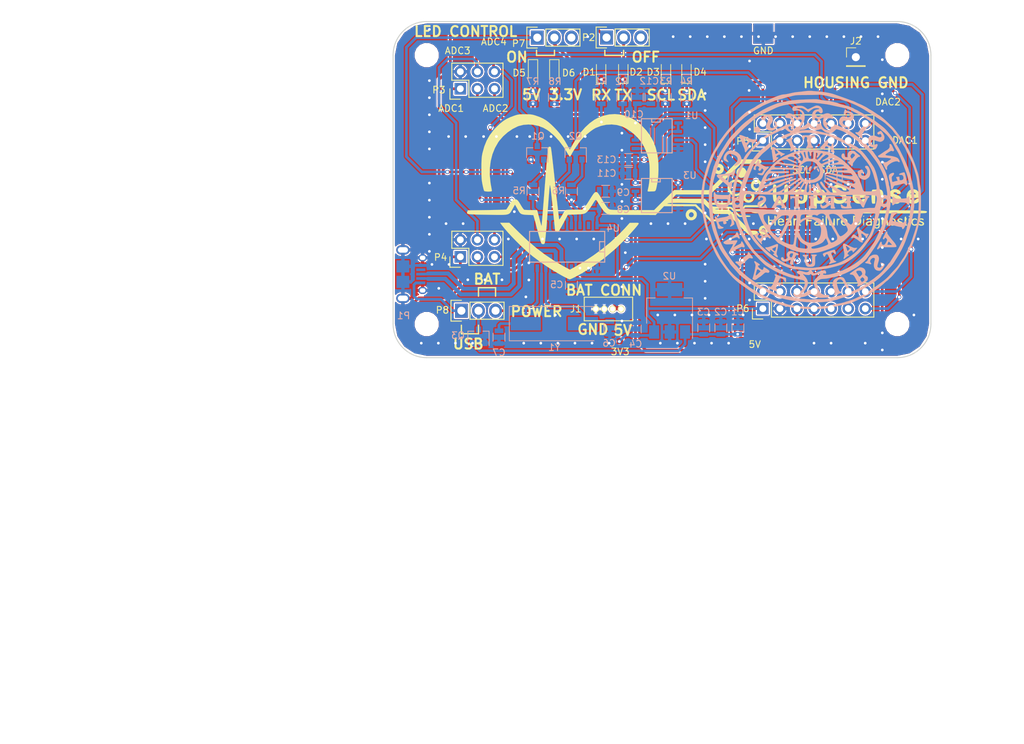
<source format=kicad_pcb>
(kicad_pcb (version 4) (host pcbnew 4.0.6-e0-6349~52~ubuntu17.04.1)

  (general
    (links 253)
    (no_connects 0)
    (area 114.400999 66.146999 194.551001 116.297001)
    (thickness 1.6)
    (drawings 51)
    (tracks 501)
    (zones 0)
    (modules 192)
    (nets 45)
  )

  (page A4)
  (title_block
    (title "Backplane UppSense 2017")
    (date 2017-07-05)
    (rev v0.1)
    (company "UppSense Heart Failure Diagnostics")
  )

  (layers
    (0 F.Cu signal)
    (31 B.Cu signal)
    (32 B.Adhes user)
    (33 F.Adhes user)
    (34 B.Paste user)
    (35 F.Paste user)
    (36 B.SilkS user)
    (37 F.SilkS user)
    (38 B.Mask user)
    (39 F.Mask user)
    (40 Dwgs.User user)
    (41 Cmts.User user)
    (42 Eco1.User user)
    (43 Eco2.User user)
    (44 Edge.Cuts user)
    (45 Margin user)
    (46 B.CrtYd user)
    (47 F.CrtYd user)
    (48 B.Fab user)
    (49 F.Fab user)
  )

  (setup
    (last_trace_width 0.25)
    (user_trace_width 0.2)
    (user_trace_width 0.3)
    (user_trace_width 0.4)
    (user_trace_width 0.6)
    (user_trace_width 1)
    (trace_clearance 0.2)
    (zone_clearance 0.2)
    (zone_45_only no)
    (trace_min 0.2)
    (segment_width 0.2)
    (edge_width 0.15)
    (via_size 0.6)
    (via_drill 0.4)
    (via_min_size 0.4)
    (via_min_drill 0.2)
    (user_via 0.4 0.2)
    (uvia_size 0.3)
    (uvia_drill 0.1)
    (uvias_allowed no)
    (uvia_min_size 0.2)
    (uvia_min_drill 0.1)
    (pcb_text_width 0.3)
    (pcb_text_size 1.5 1.5)
    (mod_edge_width 0.15)
    (mod_text_size 1 1)
    (mod_text_width 0.15)
    (pad_size 0.7 0.7)
    (pad_drill 0.4)
    (pad_to_mask_clearance 0.2)
    (aux_axis_origin 114.476 66.222)
    (grid_origin 114.476 116.222)
    (visible_elements FFFFFFDF)
    (pcbplotparams
      (layerselection 0x010f0_80000001)
      (usegerberextensions false)
      (excludeedgelayer true)
      (linewidth 0.100000)
      (plotframeref false)
      (viasonmask false)
      (mode 1)
      (useauxorigin false)
      (hpglpennumber 1)
      (hpglpenspeed 20)
      (hpglpendiameter 15)
      (hpglpenoverlay 2)
      (psnegative false)
      (psa4output false)
      (plotreference true)
      (plotvalue true)
      (plotinvisibletext false)
      (padsonsilk false)
      (subtractmaskfromsilk false)
      (outputformat 1)
      (mirror false)
      (drillshape 0)
      (scaleselection 1)
      (outputdirectory /home/maximilian/UppSense/pcbs/backplane/output/gerber/))
  )

  (net 0 "")
  (net 1 GND)
  (net 2 ADC1)
  (net 3 ADC2)
  (net 4 DAC1)
  (net 5 ADC3)
  (net 6 DAC2)
  (net 7 GPIO1)
  (net 8 GPIO2)
  (net 9 I2C_SCL)
  (net 10 GPIO3)
  (net 11 I2C_SDA)
  (net 12 GPIO4)
  (net 13 UART_TX)
  (net 14 5V)
  (net 15 ADC4)
  (net 16 GPIO0)
  (net 17 UART_RX)
  (net 18 nRST)
  (net 19 3.3V)
  (net 20 "Net-(C6-Pad1)")
  (net 21 "Net-(C7-Pad1)")
  (net 22 LED_5V)
  (net 23 "Net-(D5-Pad2)")
  (net 24 "Net-(D6-Pad2)")
  (net 25 D-)
  (net 26 D+)
  (net 27 LED_3.3V)
  (net 28 "Net-(Q1-Pad1)")
  (net 29 RTS)
  (net 30 "Net-(Q2-Pad1)")
  (net 31 DTR)
  (net 32 "Net-(R1-Pad2)")
  (net 33 "Net-(R2-Pad2)")
  (net 34 "Net-(R3-Pad2)")
  (net 35 "Net-(R4-Pad2)")
  (net 36 "Net-(D1-Pad1)")
  (net 37 "Net-(D2-Pad1)")
  (net 38 "Net-(D3-Pad1)")
  (net 39 "Net-(D4-Pad1)")
  (net 40 5V_BATT)
  (net 41 5V_USB)
  (net 42 "Net-(P8-Pad2)")
  (net 43 "Net-(R9-Pad1)")
  (net 44 "Net-(R10-Pad1)")

  (net_class Default "This is the default net class."
    (clearance 0.2)
    (trace_width 0.25)
    (via_dia 0.6)
    (via_drill 0.4)
    (uvia_dia 0.3)
    (uvia_drill 0.1)
    (add_net 3.3V)
    (add_net 5V)
    (add_net 5V_BATT)
    (add_net 5V_USB)
    (add_net ADC1)
    (add_net ADC2)
    (add_net ADC3)
    (add_net ADC4)
    (add_net D+)
    (add_net D-)
    (add_net DAC1)
    (add_net DAC2)
    (add_net DTR)
    (add_net GND)
    (add_net GPIO0)
    (add_net GPIO1)
    (add_net GPIO2)
    (add_net GPIO3)
    (add_net GPIO4)
    (add_net I2C_SCL)
    (add_net I2C_SDA)
    (add_net LED_3.3V)
    (add_net LED_5V)
    (add_net "Net-(C6-Pad1)")
    (add_net "Net-(C7-Pad1)")
    (add_net "Net-(D1-Pad1)")
    (add_net "Net-(D2-Pad1)")
    (add_net "Net-(D3-Pad1)")
    (add_net "Net-(D4-Pad1)")
    (add_net "Net-(D5-Pad2)")
    (add_net "Net-(D6-Pad2)")
    (add_net "Net-(P8-Pad2)")
    (add_net "Net-(Q1-Pad1)")
    (add_net "Net-(Q2-Pad1)")
    (add_net "Net-(R1-Pad2)")
    (add_net "Net-(R10-Pad1)")
    (add_net "Net-(R2-Pad2)")
    (add_net "Net-(R3-Pad2)")
    (add_net "Net-(R4-Pad2)")
    (add_net "Net-(R9-Pad1)")
    (add_net RTS)
    (add_net UART_RX)
    (add_net UART_TX)
    (add_net nRST)
  )

  (module myVias:Stitchging-Via-0.4-0.7 (layer F.Cu) (tedit 595BA30A) (tstamp 595BB9E8)
    (at 134.2245 107.1796 90)
    (fp_text reference REF** (at 0 1.27 90) (layer F.SilkS) hide
      (effects (font (size 1 1) (thickness 0.15)))
    )
    (fp_text value Stitching-Via-0.4-0.7 (at 0 -1.27 90) (layer F.Fab) hide
      (effects (font (size 1 1) (thickness 0.15)))
    )
    (pad ~ thru_hole circle (at 0 0 90) (size 0.7 0.7) (drill 0.4) (layers *.Cu)
      (net 1 GND) (zone_connect 2))
  )

  (module myVias:Stitchging-Via-0.4-0.7 (layer F.Cu) (tedit 595BA30A) (tstamp 595BB9E3)
    (at 121.2705 105.9096 90)
    (fp_text reference REF** (at 0 1.27 90) (layer F.SilkS) hide
      (effects (font (size 1 1) (thickness 0.15)))
    )
    (fp_text value Stitching-Via-0.4-0.7 (at 0 -1.27 90) (layer F.Fab) hide
      (effects (font (size 1 1) (thickness 0.15)))
    )
    (pad ~ thru_hole circle (at 0 0 90) (size 0.7 0.7) (drill 0.4) (layers *.Cu)
      (net 1 GND) (zone_connect 2))
  )

  (module myVias:Stitchging-Via-0.4-0.7 (layer F.Cu) (tedit 595BA30A) (tstamp 595BB9BF)
    (at 134.669 104.665 180)
    (fp_text reference REF** (at 0 1.27 180) (layer F.SilkS) hide
      (effects (font (size 1 1) (thickness 0.15)))
    )
    (fp_text value Stitching-Via-0.4-0.7 (at 0 -1.27 180) (layer F.Fab) hide
      (effects (font (size 1 1) (thickness 0.15)))
    )
    (pad ~ thru_hole circle (at 0 0 180) (size 0.7 0.7) (drill 0.4) (layers *.Cu)
      (net 1 GND) (zone_connect 2))
  )

  (module myVias:Stitchging-Via-0.4-0.7 (layer F.Cu) (tedit 595BA30A) (tstamp 595BB9B3)
    (at 134.669 102.125 180)
    (fp_text reference REF** (at 0 1.27 180) (layer F.SilkS) hide
      (effects (font (size 1 1) (thickness 0.15)))
    )
    (fp_text value Stitching-Via-0.4-0.7 (at 0 -1.27 180) (layer F.Fab) hide
      (effects (font (size 1 1) (thickness 0.15)))
    )
    (pad ~ thru_hole circle (at 0 0 180) (size 0.7 0.7) (drill 0.4) (layers *.Cu)
      (net 1 GND) (zone_connect 2))
  )

  (module myVias:Stitchging-Via-0.4-0.7 (layer F.Cu) (tedit 595BA30A) (tstamp 595BB9AE)
    (at 122.7945 102.3536 90)
    (fp_text reference REF** (at 0 1.27 90) (layer F.SilkS) hide
      (effects (font (size 1 1) (thickness 0.15)))
    )
    (fp_text value Stitching-Via-0.4-0.7 (at 0 -1.27 90) (layer F.Fab) hide
      (effects (font (size 1 1) (thickness 0.15)))
    )
    (pad ~ thru_hole circle (at 0 0 90) (size 0.7 0.7) (drill 0.4) (layers *.Cu)
      (net 1 GND) (zone_connect 2))
  )

  (module myVias:Stitchging-Via-0.4-0.7 (layer F.Cu) (tedit 595BA30A) (tstamp 595BB9A6)
    (at 120.2545 102.3536 90)
    (fp_text reference REF** (at 0 1.27 90) (layer F.SilkS) hide
      (effects (font (size 1 1) (thickness 0.15)))
    )
    (fp_text value Stitching-Via-0.4-0.7 (at 0 -1.27 90) (layer F.Fab) hide
      (effects (font (size 1 1) (thickness 0.15)))
    )
    (pad ~ thru_hole circle (at 0 0 90) (size 0.7 0.7) (drill 0.4) (layers *.Cu)
      (net 1 GND) (zone_connect 2))
  )

  (module myVias:Stitchging-Via-0.4-0.7 (layer F.Cu) (tedit 595BA30A) (tstamp 595BB9A1)
    (at 125.5885 104.6396 90)
    (fp_text reference REF** (at 0 1.27 90) (layer F.SilkS) hide
      (effects (font (size 1 1) (thickness 0.15)))
    )
    (fp_text value Stitching-Via-0.4-0.7 (at 0 -1.27 90) (layer F.Fab) hide
      (effects (font (size 1 1) (thickness 0.15)))
    )
    (pad ~ thru_hole circle (at 0 0 90) (size 0.7 0.7) (drill 0.4) (layers *.Cu)
      (net 1 GND) (zone_connect 2))
  )

  (module myVias:Stitchging-Via-0.4-0.7 (layer F.Cu) (tedit 595BA30A) (tstamp 595BB99D)
    (at 130.6685 104.6396 90)
    (fp_text reference REF** (at 0 1.27 90) (layer F.SilkS) hide
      (effects (font (size 1 1) (thickness 0.15)))
    )
    (fp_text value Stitching-Via-0.4-0.7 (at 0 -1.27 90) (layer F.Fab) hide
      (effects (font (size 1 1) (thickness 0.15)))
    )
    (pad ~ thru_hole circle (at 0 0 90) (size 0.7 0.7) (drill 0.4) (layers *.Cu)
      (net 1 GND) (zone_connect 2))
  )

  (module myVias:Stitchging-Via-0.4-0.7 (layer F.Cu) (tedit 595BA30A) (tstamp 595BB999)
    (at 128.1285 104.6396 90)
    (fp_text reference REF** (at 0 1.27 90) (layer F.SilkS) hide
      (effects (font (size 1 1) (thickness 0.15)))
    )
    (fp_text value Stitching-Via-0.4-0.7 (at 0 -1.27 90) (layer F.Fab) hide
      (effects (font (size 1 1) (thickness 0.15)))
    )
    (pad ~ thru_hole circle (at 0 0 90) (size 0.7 0.7) (drill 0.4) (layers *.Cu)
      (net 1 GND) (zone_connect 2))
  )

  (module myVias:Stitchging-Via-0.4-0.7 (layer F.Cu) (tedit 595BA30A) (tstamp 595BB955)
    (at 154.227 114.063 90)
    (fp_text reference REF** (at 0 1.27 90) (layer F.SilkS) hide
      (effects (font (size 1 1) (thickness 0.15)))
    )
    (fp_text value Stitching-Via-0.4-0.7 (at 0 -1.27 90) (layer F.Fab) hide
      (effects (font (size 1 1) (thickness 0.15)))
    )
    (pad ~ thru_hole circle (at 0 0 90) (size 0.7 0.7) (drill 0.4) (layers *.Cu)
      (net 1 GND) (zone_connect 2))
  )

  (module myVias:Stitchging-Via-0.4-0.7 (layer F.Cu) (tedit 595BA30A) (tstamp 595BB94D)
    (at 179.627 114.063 90)
    (fp_text reference REF** (at 0 1.27 90) (layer F.SilkS) hide
      (effects (font (size 1 1) (thickness 0.15)))
    )
    (fp_text value Stitching-Via-0.4-0.7 (at 0 -1.27 90) (layer F.Fab) hide
      (effects (font (size 1 1) (thickness 0.15)))
    )
    (pad ~ thru_hole circle (at 0 0 90) (size 0.7 0.7) (drill 0.4) (layers *.Cu)
      (net 1 GND) (zone_connect 2))
  )

  (module myVias:Stitchging-Via-0.4-0.7 (layer F.Cu) (tedit 595BA30A) (tstamp 595BB949)
    (at 159.307 114.063 90)
    (fp_text reference REF** (at 0 1.27 90) (layer F.SilkS) hide
      (effects (font (size 1 1) (thickness 0.15)))
    )
    (fp_text value Stitching-Via-0.4-0.7 (at 0 -1.27 90) (layer F.Fab) hide
      (effects (font (size 1 1) (thickness 0.15)))
    )
    (pad ~ thru_hole circle (at 0 0 90) (size 0.7 0.7) (drill 0.4) (layers *.Cu)
      (net 1 GND) (zone_connect 2))
  )

  (module myVias:Stitchging-Via-0.4-0.7 (layer F.Cu) (tedit 595BA30A) (tstamp 595BB945)
    (at 156.767 114.063 90)
    (fp_text reference REF** (at 0 1.27 90) (layer F.SilkS) hide
      (effects (font (size 1 1) (thickness 0.15)))
    )
    (fp_text value Stitching-Via-0.4-0.7 (at 0 -1.27 90) (layer F.Fab) hide
      (effects (font (size 1 1) (thickness 0.15)))
    )
    (pad ~ thru_hole circle (at 0 0 90) (size 0.7 0.7) (drill 0.4) (layers *.Cu)
      (net 1 GND) (zone_connect 2))
  )

  (module myVias:Stitchging-Via-0.4-0.7 (layer F.Cu) (tedit 595BA30A) (tstamp 595BB941)
    (at 177.087 114.063 90)
    (fp_text reference REF** (at 0 1.27 90) (layer F.SilkS) hide
      (effects (font (size 1 1) (thickness 0.15)))
    )
    (fp_text value Stitching-Via-0.4-0.7 (at 0 -1.27 90) (layer F.Fab) hide
      (effects (font (size 1 1) (thickness 0.15)))
    )
    (pad ~ thru_hole circle (at 0 0 90) (size 0.7 0.7) (drill 0.4) (layers *.Cu)
      (net 1 GND) (zone_connect 2))
  )

  (module myVias:Stitchging-Via-0.4-0.7 (layer F.Cu) (tedit 595BA30A) (tstamp 595BB92D)
    (at 184.707 114.063 90)
    (fp_text reference REF** (at 0 1.27 90) (layer F.SilkS) hide
      (effects (font (size 1 1) (thickness 0.15)))
    )
    (fp_text value Stitching-Via-0.4-0.7 (at 0 -1.27 90) (layer F.Fab) hide
      (effects (font (size 1 1) (thickness 0.15)))
    )
    (pad ~ thru_hole circle (at 0 0 90) (size 0.7 0.7) (drill 0.4) (layers *.Cu)
      (net 1 GND) (zone_connect 2))
  )

  (module myVias:Stitchging-Via-0.4-0.7 (layer F.Cu) (tedit 595BA30A) (tstamp 595BB929)
    (at 164.387 114.063 90)
    (fp_text reference REF** (at 0 1.27 90) (layer F.SilkS) hide
      (effects (font (size 1 1) (thickness 0.15)))
    )
    (fp_text value Stitching-Via-0.4-0.7 (at 0 -1.27 90) (layer F.Fab) hide
      (effects (font (size 1 1) (thickness 0.15)))
    )
    (pad ~ thru_hole circle (at 0 0 90) (size 0.7 0.7) (drill 0.4) (layers *.Cu)
      (net 1 GND) (zone_connect 2))
  )

  (module myVias:Stitchging-Via-0.4-0.7 (layer F.Cu) (tedit 595BA30A) (tstamp 595BB925)
    (at 161.847 114.063 90)
    (fp_text reference REF** (at 0 1.27 90) (layer F.SilkS) hide
      (effects (font (size 1 1) (thickness 0.15)))
    )
    (fp_text value Stitching-Via-0.4-0.7 (at 0 -1.27 90) (layer F.Fab) hide
      (effects (font (size 1 1) (thickness 0.15)))
    )
    (pad ~ thru_hole circle (at 0 0 90) (size 0.7 0.7) (drill 0.4) (layers *.Cu)
      (net 1 GND) (zone_connect 2))
  )

  (module myVias:Stitchging-Via-0.4-0.7 (layer F.Cu) (tedit 595BA30A) (tstamp 595BB91D)
    (at 141.527 114.063 90)
    (fp_text reference REF** (at 0 1.27 90) (layer F.SilkS) hide
      (effects (font (size 1 1) (thickness 0.15)))
    )
    (fp_text value Stitching-Via-0.4-0.7 (at 0 -1.27 90) (layer F.Fab) hide
      (effects (font (size 1 1) (thickness 0.15)))
    )
    (pad ~ thru_hole circle (at 0 0 90) (size 0.7 0.7) (drill 0.4) (layers *.Cu)
      (net 1 GND) (zone_connect 2))
  )

  (module myVias:Stitchging-Via-0.4-0.7 (layer F.Cu) (tedit 595BA30A) (tstamp 595BB919)
    (at 121.207 114.063 90)
    (fp_text reference REF** (at 0 1.27 90) (layer F.SilkS) hide
      (effects (font (size 1 1) (thickness 0.15)))
    )
    (fp_text value Stitching-Via-0.4-0.7 (at 0 -1.27 90) (layer F.Fab) hide
      (effects (font (size 1 1) (thickness 0.15)))
    )
    (pad ~ thru_hole circle (at 0 0 90) (size 0.7 0.7) (drill 0.4) (layers *.Cu)
      (net 1 GND) (zone_connect 2))
  )

  (module myVias:Stitchging-Via-0.4-0.7 (layer F.Cu) (tedit 595BA30A) (tstamp 595BB915)
    (at 123.747 114.063 90)
    (fp_text reference REF** (at 0 1.27 90) (layer F.SilkS) hide
      (effects (font (size 1 1) (thickness 0.15)))
    )
    (fp_text value Stitching-Via-0.4-0.7 (at 0 -1.27 90) (layer F.Fab) hide
      (effects (font (size 1 1) (thickness 0.15)))
    )
    (pad ~ thru_hole circle (at 0 0 90) (size 0.7 0.7) (drill 0.4) (layers *.Cu)
      (net 1 GND) (zone_connect 2))
  )

  (module myVias:Stitchging-Via-0.4-0.7 (layer F.Cu) (tedit 595BA30A) (tstamp 595BB911)
    (at 144.067 114.063 90)
    (fp_text reference REF** (at 0 1.27 90) (layer F.SilkS) hide
      (effects (font (size 1 1) (thickness 0.15)))
    )
    (fp_text value Stitching-Via-0.4-0.7 (at 0 -1.27 90) (layer F.Fab) hide
      (effects (font (size 1 1) (thickness 0.15)))
    )
    (pad ~ thru_hole circle (at 0 0 90) (size 0.7 0.7) (drill 0.4) (layers *.Cu)
      (net 1 GND) (zone_connect 2))
  )

  (module myVias:Stitchging-Via-0.4-0.7 (layer F.Cu) (tedit 595BA30A) (tstamp 595BB901)
    (at 146.607 114.063 90)
    (fp_text reference REF** (at 0 1.27 90) (layer F.SilkS) hide
      (effects (font (size 1 1) (thickness 0.15)))
    )
    (fp_text value Stitching-Via-0.4-0.7 (at 0 -1.27 90) (layer F.Fab) hide
      (effects (font (size 1 1) (thickness 0.15)))
    )
    (pad ~ thru_hole circle (at 0 0 90) (size 0.7 0.7) (drill 0.4) (layers *.Cu)
      (net 1 GND) (zone_connect 2))
  )

  (module myVias:Stitchging-Via-0.4-0.7 (layer F.Cu) (tedit 595BA30A) (tstamp 595BB8FD)
    (at 136.447 114.063 90)
    (fp_text reference REF** (at 0 1.27 90) (layer F.SilkS) hide
      (effects (font (size 1 1) (thickness 0.15)))
    )
    (fp_text value Stitching-Via-0.4-0.7 (at 0 -1.27 90) (layer F.Fab) hide
      (effects (font (size 1 1) (thickness 0.15)))
    )
    (pad ~ thru_hole circle (at 0 0 90) (size 0.7 0.7) (drill 0.4) (layers *.Cu)
      (net 1 GND) (zone_connect 2))
  )

  (module myVias:Stitchging-Via-0.4-0.7 (layer F.Cu) (tedit 595BA30A) (tstamp 595BB8F5)
    (at 118.667 114.063 90)
    (fp_text reference REF** (at 0 1.27 90) (layer F.SilkS) hide
      (effects (font (size 1 1) (thickness 0.15)))
    )
    (fp_text value Stitching-Via-0.4-0.7 (at 0 -1.27 90) (layer F.Fab) hide
      (effects (font (size 1 1) (thickness 0.15)))
    )
    (pad ~ thru_hole circle (at 0 0 90) (size 0.7 0.7) (drill 0.4) (layers *.Cu)
      (net 1 GND) (zone_connect 2))
  )

  (module myVias:Stitchging-Via-0.4-0.7 (layer F.Cu) (tedit 595BA30A) (tstamp 595BB8F1)
    (at 138.987 114.063 90)
    (fp_text reference REF** (at 0 1.27 90) (layer F.SilkS) hide
      (effects (font (size 1 1) (thickness 0.15)))
    )
    (fp_text value Stitching-Via-0.4-0.7 (at 0 -1.27 90) (layer F.Fab) hide
      (effects (font (size 1 1) (thickness 0.15)))
    )
    (pad ~ thru_hole circle (at 0 0 90) (size 0.7 0.7) (drill 0.4) (layers *.Cu)
      (net 1 GND) (zone_connect 2))
  )

  (module myVias:Stitchging-Via-0.4-0.7 (layer F.Cu) (tedit 595BA30A) (tstamp 595BB8ED)
    (at 133.907 114.063 90)
    (fp_text reference REF** (at 0 1.27 90) (layer F.SilkS) hide
      (effects (font (size 1 1) (thickness 0.15)))
    )
    (fp_text value Stitching-Via-0.4-0.7 (at 0 -1.27 90) (layer F.Fab) hide
      (effects (font (size 1 1) (thickness 0.15)))
    )
    (pad ~ thru_hole circle (at 0 0 90) (size 0.7 0.7) (drill 0.4) (layers *.Cu)
      (net 1 GND) (zone_connect 2))
  )

  (module myVias:Stitchging-Via-0.4-0.7 (layer F.Cu) (tedit 595BA30A) (tstamp 595BB83A)
    (at 167.435 76.471 180)
    (fp_text reference REF** (at 0 1.27 180) (layer F.SilkS) hide
      (effects (font (size 1 1) (thickness 0.15)))
    )
    (fp_text value Stitching-Via-0.4-0.7 (at 0 -1.27 180) (layer F.Fab) hide
      (effects (font (size 1 1) (thickness 0.15)))
    )
    (pad ~ thru_hole circle (at 0 0 180) (size 0.7 0.7) (drill 0.4) (layers *.Cu)
      (net 1 GND) (zone_connect 2))
  )

  (module myVias:Stitchging-Via-0.4-0.7 (layer F.Cu) (tedit 595BA30A) (tstamp 595BB826)
    (at 167.4985 72.0895 180)
    (fp_text reference REF** (at 0 1.27 180) (layer F.SilkS) hide
      (effects (font (size 1 1) (thickness 0.15)))
    )
    (fp_text value Stitching-Via-0.4-0.7 (at 0 -1.27 180) (layer F.Fab) hide
      (effects (font (size 1 1) (thickness 0.15)))
    )
    (pad ~ thru_hole circle (at 0 0 180) (size 0.7 0.7) (drill 0.4) (layers *.Cu)
      (net 1 GND) (zone_connect 2))
  )

  (module myVias:Stitchging-Via-0.4-0.7 (layer F.Cu) (tedit 595BA30A) (tstamp 595BB7FA)
    (at 167.4985 107.6495 180)
    (fp_text reference REF** (at 0 1.27 180) (layer F.SilkS) hide
      (effects (font (size 1 1) (thickness 0.15)))
    )
    (fp_text value Stitching-Via-0.4-0.7 (at 0 -1.27 180) (layer F.Fab) hide
      (effects (font (size 1 1) (thickness 0.15)))
    )
    (pad ~ thru_hole circle (at 0 0 180) (size 0.7 0.7) (drill 0.4) (layers *.Cu)
      (net 1 GND) (zone_connect 2))
  )

  (module myVias:Stitchging-Via-0.4-0.7 (layer F.Cu) (tedit 595BA30A) (tstamp 595BB7F6)
    (at 167.4985 105.1095 180)
    (fp_text reference REF** (at 0 1.27 180) (layer F.SilkS) hide
      (effects (font (size 1 1) (thickness 0.15)))
    )
    (fp_text value Stitching-Via-0.4-0.7 (at 0 -1.27 180) (layer F.Fab) hide
      (effects (font (size 1 1) (thickness 0.15)))
    )
    (pad ~ thru_hole circle (at 0 0 180) (size 0.7 0.7) (drill 0.4) (layers *.Cu)
      (net 1 GND) (zone_connect 2))
  )

  (module myVias:Stitchging-Via-0.4-0.7 (layer F.Cu) (tedit 595BA30A) (tstamp 595BB7F2)
    (at 167.4985 84.7895 180)
    (fp_text reference REF** (at 0 1.27 180) (layer F.SilkS) hide
      (effects (font (size 1 1) (thickness 0.15)))
    )
    (fp_text value Stitching-Via-0.4-0.7 (at 0 -1.27 180) (layer F.Fab) hide
      (effects (font (size 1 1) (thickness 0.15)))
    )
    (pad ~ thru_hole circle (at 0 0 180) (size 0.7 0.7) (drill 0.4) (layers *.Cu)
      (net 1 GND) (zone_connect 2))
  )

  (module myVias:Stitchging-Via-0.4-0.7 (layer F.Cu) (tedit 595BA30A) (tstamp 595BB7EE)
    (at 167.4985 79.7095 180)
    (fp_text reference REF** (at 0 1.27 180) (layer F.SilkS) hide
      (effects (font (size 1 1) (thickness 0.15)))
    )
    (fp_text value Stitching-Via-0.4-0.7 (at 0 -1.27 180) (layer F.Fab) hide
      (effects (font (size 1 1) (thickness 0.15)))
    )
    (pad ~ thru_hole circle (at 0 0 180) (size 0.7 0.7) (drill 0.4) (layers *.Cu)
      (net 1 GND) (zone_connect 2))
  )

  (module myVias:Stitchging-Via-0.4-0.7 (layer F.Cu) (tedit 595BA30A) (tstamp 595BB7E2)
    (at 167.4985 82.2495 180)
    (fp_text reference REF** (at 0 1.27 180) (layer F.SilkS) hide
      (effects (font (size 1 1) (thickness 0.15)))
    )
    (fp_text value Stitching-Via-0.4-0.7 (at 0 -1.27 180) (layer F.Fab) hide
      (effects (font (size 1 1) (thickness 0.15)))
    )
    (pad ~ thru_hole circle (at 0 0 180) (size 0.7 0.7) (drill 0.4) (layers *.Cu)
      (net 1 GND) (zone_connect 2))
  )

  (module myVias:Stitchging-Via-0.4-0.7 (layer F.Cu) (tedit 595BA30A) (tstamp 595BB6EB)
    (at 148.512 105.681 180)
    (fp_text reference REF** (at 0 1.27 180) (layer F.SilkS) hide
      (effects (font (size 1 1) (thickness 0.15)))
    )
    (fp_text value Stitching-Via-0.4-0.7 (at 0 -1.27 180) (layer F.Fab) hide
      (effects (font (size 1 1) (thickness 0.15)))
    )
    (pad ~ thru_hole circle (at 0 0 180) (size 0.7 0.7) (drill 0.4) (layers *.Cu)
      (net 1 GND) (zone_connect 2))
  )

  (module myVias:Stitchging-Via-0.4-0.7 (layer F.Cu) (tedit 595BA30A) (tstamp 595BB6E7)
    (at 148.512 85.361 180)
    (fp_text reference REF** (at 0 1.27 180) (layer F.SilkS) hide
      (effects (font (size 1 1) (thickness 0.15)))
    )
    (fp_text value Stitching-Via-0.4-0.7 (at 0 -1.27 180) (layer F.Fab) hide
      (effects (font (size 1 1) (thickness 0.15)))
    )
    (pad ~ thru_hole circle (at 0 0 180) (size 0.7 0.7) (drill 0.4) (layers *.Cu)
      (net 1 GND) (zone_connect 2))
  )

  (module myVias:Stitchging-Via-0.4-0.7 (layer F.Cu) (tedit 595BA30A) (tstamp 595BB6DF)
    (at 149.02 100.601 180)
    (fp_text reference REF** (at 0 1.27 180) (layer F.SilkS) hide
      (effects (font (size 1 1) (thickness 0.15)))
    )
    (fp_text value Stitching-Via-0.4-0.7 (at 0 -1.27 180) (layer F.Fab) hide
      (effects (font (size 1 1) (thickness 0.15)))
    )
    (pad ~ thru_hole circle (at 0 0 180) (size 0.7 0.7) (drill 0.4) (layers *.Cu)
      (net 1 GND) (zone_connect 2))
  )

  (module myVias:Stitchging-Via-0.4-0.7 (layer F.Cu) (tedit 595BA30A) (tstamp 595BB6D7)
    (at 148.512 82.821 180)
    (fp_text reference REF** (at 0 1.27 180) (layer F.SilkS) hide
      (effects (font (size 1 1) (thickness 0.15)))
    )
    (fp_text value Stitching-Via-0.4-0.7 (at 0 -1.27 180) (layer F.Fab) hide
      (effects (font (size 1 1) (thickness 0.15)))
    )
    (pad ~ thru_hole circle (at 0 0 180) (size 0.7 0.7) (drill 0.4) (layers *.Cu)
      (net 1 GND) (zone_connect 2))
  )

  (module myVias:Stitchging-Via-0.4-0.7 (layer F.Cu) (tedit 595BA30A) (tstamp 595BB6D3)
    (at 148.512 92.981 180)
    (fp_text reference REF** (at 0 1.27 180) (layer F.SilkS) hide
      (effects (font (size 1 1) (thickness 0.15)))
    )
    (fp_text value Stitching-Via-0.4-0.7 (at 0 -1.27 180) (layer F.Fab) hide
      (effects (font (size 1 1) (thickness 0.15)))
    )
    (pad ~ thru_hole circle (at 0 0 180) (size 0.7 0.7) (drill 0.4) (layers *.Cu)
      (net 1 GND) (zone_connect 2))
  )

  (module myVias:Stitchging-Via-0.4-0.7 (layer F.Cu) (tedit 595BA30A) (tstamp 595BB6CB)
    (at 148.512 110.761 180)
    (fp_text reference REF** (at 0 1.27 180) (layer F.SilkS) hide
      (effects (font (size 1 1) (thickness 0.15)))
    )
    (fp_text value Stitching-Via-0.4-0.7 (at 0 -1.27 180) (layer F.Fab) hide
      (effects (font (size 1 1) (thickness 0.15)))
    )
    (pad ~ thru_hole circle (at 0 0 180) (size 0.7 0.7) (drill 0.4) (layers *.Cu)
      (net 1 GND) (zone_connect 2))
  )

  (module myVias:Stitchging-Via-0.4-0.7 (layer F.Cu) (tedit 595BA30A) (tstamp 595BB6C7)
    (at 148.512 90.441 180)
    (fp_text reference REF** (at 0 1.27 180) (layer F.SilkS) hide
      (effects (font (size 1 1) (thickness 0.15)))
    )
    (fp_text value Stitching-Via-0.4-0.7 (at 0 -1.27 180) (layer F.Fab) hide
      (effects (font (size 1 1) (thickness 0.15)))
    )
    (pad ~ thru_hole circle (at 0 0 180) (size 0.7 0.7) (drill 0.4) (layers *.Cu)
      (net 1 GND) (zone_connect 2))
  )

  (module myVias:Stitchging-Via-0.4-0.7 (layer F.Cu) (tedit 595BA30A) (tstamp 595BB6C3)
    (at 148.512 95.521 180)
    (fp_text reference REF** (at 0 1.27 180) (layer F.SilkS) hide
      (effects (font (size 1 1) (thickness 0.15)))
    )
    (fp_text value Stitching-Via-0.4-0.7 (at 0 -1.27 180) (layer F.Fab) hide
      (effects (font (size 1 1) (thickness 0.15)))
    )
    (pad ~ thru_hole circle (at 0 0 180) (size 0.7 0.7) (drill 0.4) (layers *.Cu)
      (net 1 GND) (zone_connect 2))
  )

  (module myVias:Stitchging-Via-0.4-0.7 (layer F.Cu) (tedit 595BA30A) (tstamp 595BB620)
    (at 187.247 71.899 180)
    (fp_text reference REF** (at 0 1.27 180) (layer F.SilkS) hide
      (effects (font (size 1 1) (thickness 0.15)))
    )
    (fp_text value Stitching-Via-0.4-0.7 (at 0 -1.27 180) (layer F.Fab) hide
      (effects (font (size 1 1) (thickness 0.15)))
    )
    (pad ~ thru_hole circle (at 0 0 180) (size 0.7 0.7) (drill 0.4) (layers *.Cu)
      (net 1 GND) (zone_connect 2))
  )

  (module myVias:Stitchging-Via-0.4-0.7 (layer F.Cu) (tedit 595BA30A) (tstamp 595BB5E0)
    (at 187.247 102.379 180)
    (fp_text reference REF** (at 0 1.27 180) (layer F.SilkS) hide
      (effects (font (size 1 1) (thickness 0.15)))
    )
    (fp_text value Stitching-Via-0.4-0.7 (at 0 -1.27 180) (layer F.Fab) hide
      (effects (font (size 1 1) (thickness 0.15)))
    )
    (pad ~ thru_hole circle (at 0 0 180) (size 0.7 0.7) (drill 0.4) (layers *.Cu)
      (net 1 GND) (zone_connect 2))
  )

  (module myVias:Stitchging-Via-0.4-0.7 (layer F.Cu) (tedit 595BA30A) (tstamp 595BB5D8)
    (at 187.247 76.979 180)
    (fp_text reference REF** (at 0 1.27 180) (layer F.SilkS) hide
      (effects (font (size 1 1) (thickness 0.15)))
    )
    (fp_text value Stitching-Via-0.4-0.7 (at 0 -1.27 180) (layer F.Fab) hide
      (effects (font (size 1 1) (thickness 0.15)))
    )
    (pad ~ thru_hole circle (at 0 0 180) (size 0.7 0.7) (drill 0.4) (layers *.Cu)
      (net 1 GND) (zone_connect 2))
  )

  (module myVias:Stitchging-Via-0.4-0.7 (layer F.Cu) (tedit 595BA30A) (tstamp 595BB5D0)
    (at 187.247 99.839 180)
    (fp_text reference REF** (at 0 1.27 180) (layer F.SilkS) hide
      (effects (font (size 1 1) (thickness 0.15)))
    )
    (fp_text value Stitching-Via-0.4-0.7 (at 0 -1.27 180) (layer F.Fab) hide
      (effects (font (size 1 1) (thickness 0.15)))
    )
    (pad ~ thru_hole circle (at 0 0 180) (size 0.7 0.7) (drill 0.4) (layers *.Cu)
      (net 1 GND) (zone_connect 2))
  )

  (module myVias:Stitchging-Via-0.4-0.7 (layer F.Cu) (tedit 595BA30A) (tstamp 595BB5CC)
    (at 187.247 79.519 180)
    (fp_text reference REF** (at 0 1.27 180) (layer F.SilkS) hide
      (effects (font (size 1 1) (thickness 0.15)))
    )
    (fp_text value Stitching-Via-0.4-0.7 (at 0 -1.27 180) (layer F.Fab) hide
      (effects (font (size 1 1) (thickness 0.15)))
    )
    (pad ~ thru_hole circle (at 0 0 180) (size 0.7 0.7) (drill 0.4) (layers *.Cu)
      (net 1 GND) (zone_connect 2))
  )

  (module myVias:Stitchging-Via-0.4-0.7 (layer F.Cu) (tedit 595BA30A) (tstamp 595BB5C8)
    (at 187.247 89.679 180)
    (fp_text reference REF** (at 0 1.27 180) (layer F.SilkS) hide
      (effects (font (size 1 1) (thickness 0.15)))
    )
    (fp_text value Stitching-Via-0.4-0.7 (at 0 -1.27 180) (layer F.Fab) hide
      (effects (font (size 1 1) (thickness 0.15)))
    )
    (pad ~ thru_hole circle (at 0 0 180) (size 0.7 0.7) (drill 0.4) (layers *.Cu)
      (net 1 GND) (zone_connect 2))
  )

  (module myVias:Stitchging-Via-0.4-0.7 (layer F.Cu) (tedit 595BA30A) (tstamp 595BB5BC)
    (at 187.247 87.139 180)
    (fp_text reference REF** (at 0 1.27 180) (layer F.SilkS) hide
      (effects (font (size 1 1) (thickness 0.15)))
    )
    (fp_text value Stitching-Via-0.4-0.7 (at 0 -1.27 180) (layer F.Fab) hide
      (effects (font (size 1 1) (thickness 0.15)))
    )
    (pad ~ thru_hole circle (at 0 0 180) (size 0.7 0.7) (drill 0.4) (layers *.Cu)
      (net 1 GND) (zone_connect 2))
  )

  (module myVias:Stitchging-Via-0.4-0.7 (layer F.Cu) (tedit 595BA30A) (tstamp 595BB5B8)
    (at 187.247 92.219 180)
    (fp_text reference REF** (at 0 1.27 180) (layer F.SilkS) hide
      (effects (font (size 1 1) (thickness 0.15)))
    )
    (fp_text value Stitching-Via-0.4-0.7 (at 0 -1.27 180) (layer F.Fab) hide
      (effects (font (size 1 1) (thickness 0.15)))
    )
    (pad ~ thru_hole circle (at 0 0 180) (size 0.7 0.7) (drill 0.4) (layers *.Cu)
      (net 1 GND) (zone_connect 2))
  )

  (module myVias:Stitchging-Via-0.4-0.7 (layer F.Cu) (tedit 595BA30A) (tstamp 595BB5B4)
    (at 187.247 112.539 180)
    (fp_text reference REF** (at 0 1.27 180) (layer F.SilkS) hide
      (effects (font (size 1 1) (thickness 0.15)))
    )
    (fp_text value Stitching-Via-0.4-0.7 (at 0 -1.27 180) (layer F.Fab) hide
      (effects (font (size 1 1) (thickness 0.15)))
    )
    (pad ~ thru_hole circle (at 0 0 180) (size 0.7 0.7) (drill 0.4) (layers *.Cu)
      (net 1 GND) (zone_connect 2))
  )

  (module myVias:Stitchging-Via-0.4-0.7 (layer F.Cu) (tedit 595BA30A) (tstamp 595BB5B0)
    (at 187.247 115.079 180)
    (fp_text reference REF** (at 0 1.27 180) (layer F.SilkS) hide
      (effects (font (size 1 1) (thickness 0.15)))
    )
    (fp_text value Stitching-Via-0.4-0.7 (at 0 -1.27 180) (layer F.Fab) hide
      (effects (font (size 1 1) (thickness 0.15)))
    )
    (pad ~ thru_hole circle (at 0 0 180) (size 0.7 0.7) (drill 0.4) (layers *.Cu)
      (net 1 GND) (zone_connect 2))
  )

  (module myVias:Stitchging-Via-0.4-0.7 (layer F.Cu) (tedit 595BA30A) (tstamp 595BB5AC)
    (at 187.247 95.521 180)
    (fp_text reference REF** (at 0 1.27 180) (layer F.SilkS) hide
      (effects (font (size 1 1) (thickness 0.15)))
    )
    (fp_text value Stitching-Via-0.4-0.7 (at 0 -1.27 180) (layer F.Fab) hide
      (effects (font (size 1 1) (thickness 0.15)))
    )
    (pad ~ thru_hole circle (at 0 0 180) (size 0.7 0.7) (drill 0.4) (layers *.Cu)
      (net 1 GND) (zone_connect 2))
  )

  (module myVias:Stitchging-Via-0.4-0.7 (layer F.Cu) (tedit 595BA30A) (tstamp 595BB583)
    (at 177.341 98.569 90)
    (fp_text reference REF** (at 0 1.27 90) (layer F.SilkS) hide
      (effects (font (size 1 1) (thickness 0.15)))
    )
    (fp_text value Stitching-Via-0.4-0.7 (at 0 -1.27 90) (layer F.Fab) hide
      (effects (font (size 1 1) (thickness 0.15)))
    )
    (pad ~ thru_hole circle (at 0 0 90) (size 0.7 0.7) (drill 0.4) (layers *.Cu)
      (net 1 GND) (zone_connect 2))
  )

  (module myVias:Stitchging-Via-0.4-0.7 (layer F.Cu) (tedit 595BA30A) (tstamp 595BB577)
    (at 179.881 98.569 90)
    (fp_text reference REF** (at 0 1.27 90) (layer F.SilkS) hide
      (effects (font (size 1 1) (thickness 0.15)))
    )
    (fp_text value Stitching-Via-0.4-0.7 (at 0 -1.27 90) (layer F.Fab) hide
      (effects (font (size 1 1) (thickness 0.15)))
    )
    (pad ~ thru_hole circle (at 0 0 90) (size 0.7 0.7) (drill 0.4) (layers *.Cu)
      (net 1 GND) (zone_connect 2))
  )

  (module myVias:Stitchging-Via-0.4-0.7 (layer F.Cu) (tedit 595BA30A) (tstamp 595BB573)
    (at 184.326 98.569 90)
    (fp_text reference REF** (at 0 1.27 90) (layer F.SilkS) hide
      (effects (font (size 1 1) (thickness 0.15)))
    )
    (fp_text value Stitching-Via-0.4-0.7 (at 0 -1.27 90) (layer F.Fab) hide
      (effects (font (size 1 1) (thickness 0.15)))
    )
    (pad ~ thru_hole circle (at 0 0 90) (size 0.7 0.7) (drill 0.4) (layers *.Cu)
      (net 1 GND) (zone_connect 2))
  )

  (module myVias:Stitchging-Via-0.4-0.7 (layer F.Cu) (tedit 595BA30A) (tstamp 595BB56F)
    (at 164.641 98.569 90)
    (fp_text reference REF** (at 0 1.27 90) (layer F.SilkS) hide
      (effects (font (size 1 1) (thickness 0.15)))
    )
    (fp_text value Stitching-Via-0.4-0.7 (at 0 -1.27 90) (layer F.Fab) hide
      (effects (font (size 1 1) (thickness 0.15)))
    )
    (pad ~ thru_hole circle (at 0 0 90) (size 0.7 0.7) (drill 0.4) (layers *.Cu)
      (net 1 GND) (zone_connect 2))
  )

  (module myVias:Stitchging-Via-0.4-0.7 (layer F.Cu) (tedit 595BA30A) (tstamp 595BB56B)
    (at 161.085 98.569 90)
    (fp_text reference REF** (at 0 1.27 90) (layer F.SilkS) hide
      (effects (font (size 1 1) (thickness 0.15)))
    )
    (fp_text value Stitching-Via-0.4-0.7 (at 0 -1.27 90) (layer F.Fab) hide
      (effects (font (size 1 1) (thickness 0.15)))
    )
    (pad ~ thru_hole circle (at 0 0 90) (size 0.7 0.7) (drill 0.4) (layers *.Cu)
      (net 1 GND) (zone_connect 2))
  )

  (module myVias:Stitchging-Via-0.4-0.7 (layer F.Cu) (tedit 595BA30A) (tstamp 595BB563)
    (at 192.581 98.569 90)
    (fp_text reference REF** (at 0 1.27 90) (layer F.SilkS) hide
      (effects (font (size 1 1) (thickness 0.15)))
    )
    (fp_text value Stitching-Via-0.4-0.7 (at 0 -1.27 90) (layer F.Fab) hide
      (effects (font (size 1 1) (thickness 0.15)))
    )
    (pad ~ thru_hole circle (at 0 0 90) (size 0.7 0.7) (drill 0.4) (layers *.Cu)
      (net 1 GND) (zone_connect 2))
  )

  (module myVias:Stitchging-Via-0.4-0.7 (layer F.Cu) (tedit 595BA30A) (tstamp 595BB55F)
    (at 172.261 98.569 90)
    (fp_text reference REF** (at 0 1.27 90) (layer F.SilkS) hide
      (effects (font (size 1 1) (thickness 0.15)))
    )
    (fp_text value Stitching-Via-0.4-0.7 (at 0 -1.27 90) (layer F.Fab) hide
      (effects (font (size 1 1) (thickness 0.15)))
    )
    (pad ~ thru_hole circle (at 0 0 90) (size 0.7 0.7) (drill 0.4) (layers *.Cu)
      (net 1 GND) (zone_connect 2))
  )

  (module myVias:Stitchging-Via-0.4-0.7 (layer F.Cu) (tedit 595BA30A) (tstamp 595BB553)
    (at 190.041 98.569 90)
    (fp_text reference REF** (at 0 1.27 90) (layer F.SilkS) hide
      (effects (font (size 1 1) (thickness 0.15)))
    )
    (fp_text value Stitching-Via-0.4-0.7 (at 0 -1.27 90) (layer F.Fab) hide
      (effects (font (size 1 1) (thickness 0.15)))
    )
    (pad ~ thru_hole circle (at 0 0 90) (size 0.7 0.7) (drill 0.4) (layers *.Cu)
      (net 1 GND) (zone_connect 2))
  )

  (module myVias:Stitchging-Via-0.4-0.7 (layer F.Cu) (tedit 595BA30A) (tstamp 595BB54F)
    (at 169.721 98.569 90)
    (fp_text reference REF** (at 0 1.27 90) (layer F.SilkS) hide
      (effects (font (size 1 1) (thickness 0.15)))
    )
    (fp_text value Stitching-Via-0.4-0.7 (at 0 -1.27 90) (layer F.Fab) hide
      (effects (font (size 1 1) (thickness 0.15)))
    )
    (pad ~ thru_hole circle (at 0 0 90) (size 0.7 0.7) (drill 0.4) (layers *.Cu)
      (net 1 GND) (zone_connect 2))
  )

  (module myVias:Stitchging-Via-0.4-0.7 (layer F.Cu) (tedit 595BA30A) (tstamp 595BB54B)
    (at 167.435 98.569 90)
    (fp_text reference REF** (at 0 1.27 90) (layer F.SilkS) hide
      (effects (font (size 1 1) (thickness 0.15)))
    )
    (fp_text value Stitching-Via-0.4-0.7 (at 0 -1.27 90) (layer F.Fab) hide
      (effects (font (size 1 1) (thickness 0.15)))
    )
    (pad ~ thru_hole circle (at 0 0 90) (size 0.7 0.7) (drill 0.4) (layers *.Cu)
      (net 1 GND) (zone_connect 2))
  )

  (module myVias:Stitchging-Via-0.4-0.7 (layer F.Cu) (tedit 595BA30A) (tstamp 595BB52F)
    (at 132.51 94.505 90)
    (fp_text reference REF** (at 0 1.27 90) (layer F.SilkS) hide
      (effects (font (size 1 1) (thickness 0.15)))
    )
    (fp_text value Stitching-Via-0.4-0.7 (at 0 -1.27 90) (layer F.Fab) hide
      (effects (font (size 1 1) (thickness 0.15)))
    )
    (pad ~ thru_hole circle (at 0 0 90) (size 0.7 0.7) (drill 0.4) (layers *.Cu)
      (net 1 GND) (zone_connect 2))
  )

  (module myVias:Stitchging-Via-0.4-0.7 (layer F.Cu) (tedit 595BA30A) (tstamp 595BB52B)
    (at 131.621 98.569 90)
    (fp_text reference REF** (at 0 1.27 90) (layer F.SilkS) hide
      (effects (font (size 1 1) (thickness 0.15)))
    )
    (fp_text value Stitching-Via-0.4-0.7 (at 0 -1.27 90) (layer F.Fab) hide
      (effects (font (size 1 1) (thickness 0.15)))
    )
    (pad ~ thru_hole circle (at 0 0 90) (size 0.7 0.7) (drill 0.4) (layers *.Cu)
      (net 1 GND) (zone_connect 2))
  )

  (module myVias:Stitchging-Via-0.4-0.7 (layer F.Cu) (tedit 595BA30A) (tstamp 595BB523)
    (at 141.781 98.569 90)
    (fp_text reference REF** (at 0 1.27 90) (layer F.SilkS) hide
      (effects (font (size 1 1) (thickness 0.15)))
    )
    (fp_text value Stitching-Via-0.4-0.7 (at 0 -1.27 90) (layer F.Fab) hide
      (effects (font (size 1 1) (thickness 0.15)))
    )
    (pad ~ thru_hole circle (at 0 0 90) (size 0.7 0.7) (drill 0.4) (layers *.Cu)
      (net 1 GND) (zone_connect 2))
  )

  (module myVias:Stitchging-Via-0.4-0.7 (layer F.Cu) (tedit 595BA30A) (tstamp 595BB517)
    (at 144.321 98.569 90)
    (fp_text reference REF** (at 0 1.27 90) (layer F.SilkS) hide
      (effects (font (size 1 1) (thickness 0.15)))
    )
    (fp_text value Stitching-Via-0.4-0.7 (at 0 -1.27 90) (layer F.Fab) hide
      (effects (font (size 1 1) (thickness 0.15)))
    )
    (pad ~ thru_hole circle (at 0 0 90) (size 0.7 0.7) (drill 0.4) (layers *.Cu)
      (net 1 GND) (zone_connect 2))
  )

  (module myVias:Stitchging-Via-0.4-0.7 (layer F.Cu) (tedit 595BA30A) (tstamp 595BB513)
    (at 139.241 98.569 90)
    (fp_text reference REF** (at 0 1.27 90) (layer F.SilkS) hide
      (effects (font (size 1 1) (thickness 0.15)))
    )
    (fp_text value Stitching-Via-0.4-0.7 (at 0 -1.27 90) (layer F.Fab) hide
      (effects (font (size 1 1) (thickness 0.15)))
    )
    (pad ~ thru_hole circle (at 0 0 90) (size 0.7 0.7) (drill 0.4) (layers *.Cu)
      (net 1 GND) (zone_connect 2))
  )

  (module myVias:Stitchging-Via-0.4-0.7 (layer F.Cu) (tedit 595BA30A) (tstamp 595BB507)
    (at 136.701 98.569 90)
    (fp_text reference REF** (at 0 1.27 90) (layer F.SilkS) hide
      (effects (font (size 1 1) (thickness 0.15)))
    )
    (fp_text value Stitching-Via-0.4-0.7 (at 0 -1.27 90) (layer F.Fab) hide
      (effects (font (size 1 1) (thickness 0.15)))
    )
    (pad ~ thru_hole circle (at 0 0 90) (size 0.7 0.7) (drill 0.4) (layers *.Cu)
      (net 1 GND) (zone_connect 2))
  )

  (module myPics:uppsense_logo (layer F.Cu) (tedit 0) (tstamp 595BAB5A)
    (at 159.434 92.092)
    (fp_text reference G*** (at 0 0) (layer F.SilkS) hide
      (effects (font (thickness 0.3)))
    )
    (fp_text value LOGO (at 0.75 0) (layer F.SilkS) hide
      (effects (font (thickness 0.3)))
    )
    (fp_poly (pts (xy -26.230262 5.499595) (xy -24.941567 6.72069) (xy -23.660724 7.815859) (xy -22.36617 8.801309)
      (xy -21.036341 9.693246) (xy -19.649673 10.507875) (xy -19.350486 10.669973) (xy -18.657568 11.040208)
      (xy -17.854642 10.596572) (xy -16.481475 9.788697) (xy -15.138642 8.902609) (xy -13.848544 7.955729)
      (xy -12.633585 6.965477) (xy -11.516168 5.949276) (xy -10.518694 4.924546) (xy -10.420006 4.815126)
      (xy -9.760857 4.078538) (xy -9.050733 4.071269) (xy -8.752178 4.06747) (xy -8.549038 4.074291)
      (xy -8.44033 4.108415) (xy -8.425072 4.186524) (xy -8.50228 4.325302) (xy -8.670973 4.541431)
      (xy -8.930167 4.851594) (xy -8.999865 4.934857) (xy -10.369222 6.464142) (xy -11.833407 7.88968)
      (xy -13.384777 9.20524) (xy -15.015687 10.404595) (xy -16.718494 11.481515) (xy -17.714238 12.036015)
      (xy -18.040227 12.203511) (xy -18.329781 12.342304) (xy -18.554093 12.43928) (xy -18.684359 12.481323)
      (xy -18.693952 12.482081) (xy -18.800329 12.448091) (xy -19.009488 12.353948) (xy -19.298005 12.211178)
      (xy -19.642454 12.031311) (xy -19.957143 11.860396) (xy -20.992709 11.258108) (xy -22.050753 10.586887)
      (xy -23.082276 9.879453) (xy -24.038276 9.168529) (xy -24.311429 8.952719) (xy -24.866217 8.487308)
      (xy -25.463762 7.950565) (xy -26.082844 7.364195) (xy -26.702247 6.749905) (xy -27.300751 6.129402)
      (xy -27.857139 5.524392) (xy -28.350193 4.956583) (xy -28.758694 4.44768) (xy -28.895036 4.263571)
      (xy -29.038455 4.064) (xy -27.67738 4.064) (xy -26.230262 5.499595)) (layer F.SilkS) (width 0.01))
    (fp_poly (pts (xy -21.573339 -7.22943) (xy -21.507138 -7.20313) (xy -21.483312 -7.120523) (xy -21.446366 -6.898946)
      (xy -21.396959 -6.543917) (xy -21.335749 -6.060955) (xy -21.263393 -5.455576) (xy -21.18055 -4.733299)
      (xy -21.087878 -3.899641) (xy -20.986034 -2.960121) (xy -20.875676 -1.920256) (xy -20.864546 -1.814286)
      (xy -20.773175 -0.949287) (xy -20.685077 -0.126344) (xy -20.601546 0.643143) (xy -20.523873 1.347773)
      (xy -20.453352 1.976148) (xy -20.391275 2.516869) (xy -20.338935 2.958535) (xy -20.297624 3.289747)
      (xy -20.268634 3.499106) (xy -20.253459 3.575035) (xy -20.200067 3.538379) (xy -20.094059 3.396946)
      (xy -19.951367 3.173892) (xy -19.806058 2.924828) (xy -19.601373 2.576579) (xy -19.441467 2.344861)
      (xy -19.313591 2.212952) (xy -19.230008 2.16917) (xy -19.095785 2.151074) (xy -18.847038 2.134878)
      (xy -18.514384 2.12195) (xy -18.12844 2.113658) (xy -17.945811 2.111805) (xy -16.841622 2.104571)
      (xy -16.589465 1.883174) (xy -16.460612 1.740799) (xy -16.280347 1.502257) (xy -16.069673 1.197169)
      (xy -15.849592 0.855156) (xy -15.779048 0.740174) (xy -15.512993 0.30641) (xy -15.30551 -0.01627)
      (xy -15.144067 -0.243317) (xy -15.016136 -0.390183) (xy -14.909187 -0.472318) (xy -14.81069 -0.505174)
      (xy -14.766883 -0.508) (xy -14.688406 -0.50106) (xy -14.613671 -0.46996) (xy -14.530777 -0.399282)
      (xy -14.427826 -0.27361) (xy -14.292919 -0.077524) (xy -14.114155 0.204392) (xy -13.879635 0.587557)
      (xy -13.728036 0.837998) (xy -13.474073 1.252399) (xy -13.276562 1.558472) (xy -13.121476 1.77477)
      (xy -12.994788 1.919848) (xy -12.882471 2.012258) (xy -12.809069 2.053569) (xy -12.73468 2.083408)
      (xy -12.639165 2.108079) (xy -12.509023 2.128063) (xy -12.330749 2.143841) (xy -12.090842 2.155894)
      (xy -11.775799 2.164704) (xy -11.372119 2.170752) (xy -10.866297 2.174518) (xy -10.244833 2.176483)
      (xy -9.494223 2.177129) (xy -9.340446 2.177143) (xy -6.130958 2.177143) (xy -4.644572 0.689428)
      (xy -3.158185 -0.798286) (xy 1.992737 -0.798286) (xy 6.572961 -5.370286) (xy 9.648654 -5.370286)
      (xy 9.768749 -5.186998) (xy 9.845719 -5.048488) (xy 9.83351 -4.953248) (xy 9.759174 -4.860427)
      (xy 9.705471 -4.811056) (xy 9.632679 -4.774502) (xy 9.520111 -4.748856) (xy 9.347078 -4.732207)
      (xy 9.09289 -4.722646) (xy 8.736858 -4.718264) (xy 8.258293 -4.717149) (xy 8.207034 -4.717143)
      (xy 6.784564 -4.717143) (xy 2.214292 -0.145143) (xy -2.872637 -0.145143) (xy -3.193143 0.181428)
      (xy -3.513649 0.508) (xy 1.421972 0.508) (xy 1.705428 0.798285) (xy 1.988885 1.088571)
      (xy 5.322379 1.088571) (xy 5.810991 0.616857) (xy 6.032238 0.411014) (xy 6.21985 0.250686)
      (xy 6.346494 0.158562) (xy 6.379229 0.145143) (xy 6.459123 0.189122) (xy 6.428172 0.317267)
      (xy 6.289517 0.523882) (xy 6.046296 0.803276) (xy 5.975236 0.877913) (xy 5.491616 1.378857)
      (xy 3.895703 1.378857) (xy 3.376159 1.379147) (xy 2.985365 1.381099) (xy 2.706928 1.386339)
      (xy 2.524456 1.396491) (xy 2.421556 1.41318) (xy 2.381835 1.43803) (xy 2.388901 1.472665)
      (xy 2.426361 1.51871) (xy 2.431143 1.524) (xy 2.485603 1.574477) (xy 2.558422 1.611704)
      (xy 2.670596 1.637682) (xy 2.843122 1.654414) (xy 3.096997 1.6639) (xy 3.453217 1.668142)
      (xy 3.93278 1.669142) (xy 3.95374 1.669143) (xy 4.435134 1.669566) (xy 4.792872 1.6725)
      (xy 5.04844 1.680442) (xy 5.223326 1.695887) (xy 5.339015 1.721331) (xy 5.416994 1.759271)
      (xy 5.478751 1.812204) (xy 5.515428 1.850571) (xy 5.618612 1.944401) (xy 5.736005 1.999017)
      (xy 5.908769 2.02474) (xy 6.178067 2.031889) (xy 6.239065 2.032) (xy 6.521787 2.029093)
      (xy 6.70549 2.009705) (xy 6.836296 1.957832) (xy 6.960327 1.857472) (xy 7.075714 1.741714)
      (xy 7.35917 1.451428) (xy 9.526911 1.451428) (xy 9.841834 1.161143) (xy 10.065649 0.978952)
      (xy 10.241261 0.883085) (xy 10.350421 0.880848) (xy 10.377714 0.946537) (xy 10.331294 1.034402)
      (xy 10.209665 1.191642) (xy 10.041212 1.381966) (xy 9.70471 1.741714) (xy 7.431742 1.741714)
      (xy 7.148285 2.032) (xy 6.978435 2.195238) (xy 6.838307 2.282029) (xy 6.668428 2.316374)
      (xy 6.429019 2.322285) (xy 5.993208 2.322285) (xy 6.313714 2.648857) (xy 6.63422 2.975428)
      (xy 7.417395 2.975428) (xy 7.770848 2.978629) (xy 8.002435 2.990379) (xy 8.135337 3.013901)
      (xy 8.192733 3.052416) (xy 8.200571 3.084285) (xy 8.178532 3.131608) (xy 8.097492 3.163298)
      (xy 7.935072 3.182207) (xy 7.668891 3.191187) (xy 7.346255 3.193143) (xy 6.491938 3.193143)
      (xy 5.878286 2.576285) (xy 5.264633 1.959428) (xy 4.079462 1.959428) (xy 3.593037 1.96368)
      (xy 3.237765 1.976251) (xy 3.017954 1.996869) (xy 2.937907 2.025259) (xy 2.939143 2.032)
      (xy 3.02743 2.06055) (xy 3.240008 2.083081) (xy 3.556096 2.09819) (xy 3.954915 2.104475)
      (xy 4.014487 2.104571) (xy 5.04498 2.104571) (xy 6.604 3.664857) (xy 8.16302 5.225142)
      (xy 8.585709 5.225142) (xy 8.932016 5.245751) (xy 9.153884 5.312413) (xy 9.266735 5.432384)
      (xy 9.289143 5.556063) (xy 9.246204 5.702602) (xy 9.107511 5.801409) (xy 8.85825 5.858046)
      (xy 8.483606 5.878077) (xy 8.431071 5.878285) (xy 7.945305 5.878285) (xy 6.386286 4.318)
      (xy 4.827266 2.757714) (xy 2.796271 2.757714) (xy 1.99685 1.962092) (xy 1.197428 1.16647)
      (xy -0.979714 1.11692) (xy -1.560884 1.10616) (xy -2.124299 1.100306) (xy -2.645353 1.099268)
      (xy -3.099437 1.102959) (xy -3.461942 1.111289) (xy -3.708262 1.124169) (xy -3.737429 1.126868)
      (xy -4.023806 1.161823) (xy -4.166332 1.193089) (xy -4.166254 1.220551) (xy -4.024819 1.244093)
      (xy -3.743275 1.2636) (xy -3.322869 1.278958) (xy -2.764849 1.29005) (xy -2.070461 1.296763)
      (xy -1.885979 1.297699) (xy 0.110613 1.306285) (xy 1.232106 2.429532) (xy 2.353598 3.552778)
      (xy 3.626085 3.572532) (xy 4.092198 3.581442) (xy 4.431825 3.5928) (xy 4.66362 3.608492)
      (xy 4.806239 3.630404) (xy 4.878336 3.660421) (xy 4.898567 3.700428) (xy 4.898571 3.701142)
      (xy 4.879447 3.740358) (xy 4.809929 3.770012) (xy 4.671801 3.791847) (xy 4.446843 3.807603)
      (xy 4.11684 3.819022) (xy 3.663574 3.827845) (xy 3.556 3.829459) (xy 2.213428 3.848918)
      (xy 1.089449 2.722745) (xy -0.03453 1.596571) (xy -4.651681 1.596571) (xy -5.903097 2.911595)
      (xy -12.881429 2.866571) (xy -13.221926 2.666412) (xy -13.354713 2.579056) (xy -13.48318 2.469558)
      (xy -13.620121 2.321273) (xy -13.778325 2.117553) (xy -13.970585 1.841752) (xy -14.209692 1.477225)
      (xy -14.508437 1.007325) (xy -14.561148 0.923599) (xy -14.659347 0.769954) (xy -14.737318 0.67848)
      (xy -14.81206 0.65973) (xy -14.900567 0.724257) (xy -15.019836 0.882613) (xy -15.186864 1.145352)
      (xy -15.35215 1.414727) (xy -15.543018 1.711377) (xy -15.741206 1.995568) (xy -15.912498 2.2189)
      (xy -15.958322 2.272139) (xy -16.131575 2.453583) (xy -16.293734 2.587877) (xy -16.471298 2.683022)
      (xy -16.690762 2.747017) (xy -16.978623 2.787863) (xy -17.361377 2.81356) (xy -17.806913 2.830285)
      (xy -18.958682 2.866571) (xy -19.572713 4.027714) (xy -19.779059 4.411349) (xy -19.972099 4.758167)
      (xy -20.13804 5.044303) (xy -20.263086 5.245891) (xy -20.327476 5.333516) (xy -20.439465 5.428122)
      (xy -20.543052 5.428372) (xy -20.663881 5.368347) (xy -20.859554 5.258519) (xy -21.055114 3.373116)
      (xy -21.120341 2.744882) (xy -21.192174 2.054055) (xy -21.265663 1.348175) (xy -21.335858 0.674781)
      (xy -21.397809 0.081411) (xy -21.41681 -0.100309) (xy -21.468575 -0.568194) (xy -21.51796 -0.964308)
      (xy -21.562488 -1.272174) (xy -21.599684 -1.475315) (xy -21.62707 -1.557257) (xy -21.634987 -1.551737)
      (xy -21.651172 -1.452262) (xy -21.676204 -1.223638) (xy -21.708732 -0.8815) (xy -21.747408 -0.441485)
      (xy -21.79088 0.080772) (xy -21.837799 0.669636) (xy -21.886815 1.309472) (xy -21.916235 1.705428)
      (xy -21.995213 2.770345) (xy -22.065756 3.698206) (xy -22.128604 4.496809) (xy -22.184498 5.173949)
      (xy -22.23418 5.737423) (xy -22.278391 6.195029) (xy -22.31787 6.554562) (xy -22.35336 6.823821)
      (xy -22.385601 7.010601) (xy -22.415334 7.122699) (xy -22.434639 7.160416) (xy -22.591699 7.24932)
      (xy -22.784599 7.221217) (xy -22.874364 7.166428) (xy -22.927966 7.068177) (xy -23.010705 6.84183)
      (xy -23.118516 6.500587) (xy -23.247329 6.057644) (xy -23.393077 5.5262) (xy -23.47267 5.225142)
      (xy -23.60597 4.716805) (xy -23.730724 4.244295) (xy -23.841207 3.829046) (xy -23.931692 3.492494)
      (xy -23.996451 3.256076) (xy -24.027655 3.147745) (xy -24.09901 2.920918) (xy -24.922624 2.889393)
      (xy -25.351626 2.865556) (xy -25.665078 2.823024) (xy -25.892481 2.748239) (xy -26.063337 2.627643)
      (xy -26.207148 2.447677) (xy -26.326792 2.244083) (xy -26.470319 1.984521) (xy -26.61396 1.730321)
      (xy -26.676012 1.622972) (xy -26.827166 1.365028) (xy -27.188761 2.000875) (xy -27.311241 2.220179)
      (xy -27.41606 2.401661) (xy -27.517603 2.548678) (xy -27.630253 2.664589) (xy -27.768394 2.752752)
      (xy -27.946411 2.816524) (xy -28.178687 2.859264) (xy -28.479606 2.88433) (xy -28.863552 2.895079)
      (xy -29.344909 2.894869) (xy -29.938062 2.887059) (xy -30.657393 2.875006) (xy -30.915229 2.870823)
      (xy -31.672675 2.858559) (xy -32.297136 2.84672) (xy -32.800751 2.833462) (xy -33.195659 2.816942)
      (xy -33.494 2.795315) (xy -33.707914 2.766738) (xy -33.849539 2.729366) (xy -33.931015 2.681356)
      (xy -33.964483 2.620863) (xy -33.96208 2.546043) (xy -33.935948 2.455054) (xy -33.921718 2.41414)
      (xy -33.851186 2.213428) (xy -31.010412 2.177143) (xy -30.381419 2.167633) (xy -29.797704 2.155972)
      (xy -29.275238 2.14269) (xy -28.829992 2.128319) (xy -28.477939 2.113392) (xy -28.235049 2.098441)
      (xy -28.117295 2.083998) (xy -28.109248 2.080495) (xy -28.048766 1.996312) (xy -27.932597 1.816051)
      (xy -27.778997 1.568526) (xy -27.649714 1.355238) (xy -27.41494 0.985921) (xy -27.219358 0.736749)
      (xy -27.04485 0.594518) (xy -26.873302 0.546023) (xy -26.686595 0.578061) (xy -26.6189 0.603915)
      (xy -26.48814 0.6817) (xy -26.355636 0.816292) (xy -26.20226 1.031564) (xy -26.008886 1.351387)
      (xy -25.980572 1.400562) (xy -25.780807 1.729003) (xy -25.609217 1.972107) (xy -25.479496 2.111374)
      (xy -25.436286 2.135862) (xy -25.309135 2.151304) (xy -25.071227 2.164069) (xy -24.75694 2.172805)
      (xy -24.411349 2.176152) (xy -23.531555 2.177143) (xy -23.21534 3.369943) (xy -23.110652 3.759848)
      (xy -23.018371 4.094105) (xy -22.944873 4.350381) (xy -22.896531 4.50634) (xy -22.880274 4.543892)
      (xy -22.872699 4.509598) (xy -22.860833 4.413232) (xy -22.844092 4.247701) (xy -22.821891 4.005914)
      (xy -22.793648 3.680777) (xy -22.758779 3.265198) (xy -22.716699 2.752084) (xy -22.666826 2.134343)
      (xy -22.608576 1.404882) (xy -22.541365 0.556608) (xy -22.46461 -0.41757) (xy -22.377726 -1.524747)
      (xy -22.315295 -2.322286) (xy -22.240153 -3.28203) (xy -22.175112 -4.107287) (xy -22.118964 -4.80827)
      (xy -22.070501 -5.395194) (xy -22.028515 -5.878272) (xy -21.991798 -6.267718) (xy -21.959142 -6.573746)
      (xy -21.929339 -6.806571) (xy -21.90118 -6.976406) (xy -21.873458 -7.093465) (xy -21.844965 -7.167963)
      (xy -21.814492 -7.210112) (xy -21.780832 -7.230128) (xy -21.742776 -7.238224) (xy -21.733724 -7.239416)
      (xy -21.573339 -7.22943)) (layer F.SilkS) (width 0.01))
    (fp_poly (pts (xy 10.416244 4.515511) (xy 10.639193 4.67363) (xy 10.779925 4.918026) (xy 10.813143 5.137204)
      (xy 10.7675 5.440719) (xy 10.619203 5.656821) (xy 10.451738 5.768677) (xy 10.187663 5.864253)
      (xy 9.95305 5.843627) (xy 9.805131 5.777011) (xy 9.577471 5.579597) (xy 9.460059 5.325406)
      (xy 9.45485 5.154288) (xy 9.869714 5.154288) (xy 9.926229 5.335972) (xy 10.064009 5.434364)
      (xy 10.23541 5.43287) (xy 10.379498 5.331851) (xy 10.434607 5.204729) (xy 10.38994 5.041565)
      (xy 10.264236 4.894793) (xy 10.105713 4.85938) (xy 9.960927 4.925235) (xy 9.876434 5.082273)
      (xy 9.869714 5.154288) (xy 9.45485 5.154288) (xy 9.451695 5.050646) (xy 9.551181 4.791527)
      (xy 9.75732 4.584258) (xy 9.846247 4.534495) (xy 10.141716 4.462766) (xy 10.416244 4.515511)) (layer F.SilkS) (width 0.01))
    (fp_poly (pts (xy 27.432 4.058816) (xy 27.424902 4.403424) (xy 27.400839 4.631229) (xy 27.355652 4.770005)
      (xy 27.317959 4.820816) (xy 27.132086 4.915977) (xy 26.89659 4.922903) (xy 26.677949 4.840458)
      (xy 26.665842 4.831933) (xy 26.57698 4.726347) (xy 26.603435 4.660675) (xy 26.715521 4.668425)
      (xy 26.781173 4.701747) (xy 26.992637 4.784003) (xy 27.149715 4.732055) (xy 27.211732 4.649342)
      (xy 27.277733 4.500536) (xy 27.24815 4.447932) (xy 27.110666 4.468313) (xy 26.850438 4.479214)
      (xy 26.66203 4.364176) (xy 26.563448 4.179843) (xy 26.524809 3.94077) (xy 26.778857 3.94077)
      (xy 26.789078 4.145143) (xy 26.814759 4.282676) (xy 26.827238 4.305904) (xy 26.964558 4.355809)
      (xy 27.121149 4.306689) (xy 27.216206 4.205554) (xy 27.277427 3.991804) (xy 27.251544 3.789182)
      (xy 27.156967 3.63392) (xy 27.012106 3.562249) (xy 26.897578 3.578458) (xy 26.814304 3.66567)
      (xy 26.780577 3.859408) (xy 26.778857 3.94077) (xy 26.524809 3.94077) (xy 26.521255 3.918781)
      (xy 26.563505 3.731216) (xy 26.65457 3.549378) (xy 26.780076 3.45253) (xy 26.983859 3.415683)
      (xy 27.123571 3.411968) (xy 27.432 3.410857) (xy 27.432 4.058816)) (layer F.SilkS) (width 0.01))
    (fp_poly (pts (xy 11.915138 2.998789) (xy 11.947476 3.084493) (xy 11.965789 3.255969) (xy 11.973424 3.536649)
      (xy 11.974285 3.737428) (xy 11.970948 4.085399) (xy 11.958705 4.311764) (xy 11.934208 4.439953)
      (xy 11.894111 4.493397) (xy 11.865428 4.499428) (xy 11.796972 4.460583) (xy 11.763537 4.326091)
      (xy 11.756571 4.136571) (xy 11.756571 3.773714) (xy 11.030857 3.773714) (xy 11.030857 4.136571)
      (xy 11.019203 4.364758) (xy 10.978856 4.476209) (xy 10.922 4.499428) (xy 10.872458 4.476164)
      (xy 10.840163 4.3908) (xy 10.821803 4.219978) (xy 10.814068 3.940339) (xy 10.813143 3.731381)
      (xy 10.817457 3.373515) (xy 10.831853 3.14283) (xy 10.858513 3.021579) (xy 10.899617 2.992014)
      (xy 10.903857 2.993164) (xy 10.965095 3.077701) (xy 11.009035 3.253362) (xy 11.016887 3.325783)
      (xy 11.039202 3.628571) (xy 11.756571 3.628571) (xy 11.756571 3.302) (xy 11.770817 3.086752)
      (xy 11.819258 2.988707) (xy 11.865428 2.975428) (xy 11.915138 2.998789)) (layer F.SilkS) (width 0.01))
    (fp_poly (pts (xy 13.003171 3.495596) (xy 13.155414 3.647701) (xy 13.208 3.833857) (xy 13.191438 3.92909)
      (xy 13.11714 3.975842) (xy 12.948188 3.990696) (xy 12.857238 3.991428) (xy 12.603022 4.001869)
      (xy 12.473237 4.041274) (xy 12.44815 4.121768) (xy 12.487392 4.218684) (xy 12.62092 4.3333)
      (xy 12.816591 4.33937) (xy 12.98797 4.266318) (xy 13.127233 4.217626) (xy 13.193365 4.256465)
      (xy 13.156679 4.349328) (xy 13.103301 4.396505) (xy 12.890315 4.4834) (xy 12.647255 4.488103)
      (xy 12.439167 4.413312) (xy 12.384676 4.366714) (xy 12.29771 4.187399) (xy 12.266405 3.945589)
      (xy 12.282137 3.793373) (xy 12.44597 3.793373) (xy 12.489249 3.835114) (xy 12.641313 3.846055)
      (xy 12.697446 3.846285) (xy 12.880206 3.833507) (xy 12.982446 3.801557) (xy 12.990285 3.788228)
      (xy 12.929631 3.670069) (xy 12.791289 3.578026) (xy 12.688039 3.556) (xy 12.554538 3.614174)
      (xy 12.482285 3.701142) (xy 12.44597 3.793373) (xy 12.282137 3.793373) (xy 12.291225 3.705451)
      (xy 12.372631 3.531152) (xy 12.378612 3.524898) (xy 12.571429 3.418049) (xy 12.794062 3.413664)
      (xy 13.003171 3.495596)) (layer F.SilkS) (width 0.01))
    (fp_poly (pts (xy 14.048603 3.427652) (xy 14.196082 3.48895) (xy 14.208196 3.501571) (xy 14.252011 3.619112)
      (xy 14.289215 3.830827) (xy 14.307797 4.03353) (xy 14.332857 4.474775) (xy 13.926378 4.485813)
      (xy 13.695288 4.484083) (xy 13.527553 4.467998) (xy 13.472807 4.449759) (xy 13.438148 4.349156)
      (xy 13.42899 4.239002) (xy 13.589644 4.239002) (xy 13.605178 4.278535) (xy 13.717494 4.342934)
      (xy 13.886959 4.345311) (xy 14.040369 4.287472) (xy 14.064343 4.2672) (xy 14.149699 4.125418)
      (xy 14.101169 4.026111) (xy 13.9426 3.991428) (xy 13.757174 4.029644) (xy 13.626937 4.122877)
      (xy 13.589644 4.239002) (xy 13.42899 4.239002) (xy 13.425714 4.199601) (xy 13.485339 3.999379)
      (xy 13.664267 3.881699) (xy 13.936707 3.846285) (xy 14.093007 3.830697) (xy 14.133747 3.772705)
      (xy 14.122907 3.731493) (xy 14.084483 3.615806) (xy 14.078857 3.58635) (xy 14.020183 3.554926)
      (xy 13.883346 3.563788) (xy 13.727121 3.605118) (xy 13.645744 3.643967) (xy 13.505827 3.69398)
      (xy 13.442268 3.650143) (xy 13.484681 3.536819) (xy 13.49683 3.521468) (xy 13.633617 3.445739)
      (xy 13.839328 3.413858) (xy 14.048603 3.427652)) (layer F.SilkS) (width 0.01))
    (fp_poly (pts (xy 15.087801 3.445927) (xy 15.157881 3.490752) (xy 15.086494 3.563613) (xy 14.986 3.615366)
      (xy 14.880448 3.679887) (xy 14.826054 3.778051) (xy 14.806452 3.953461) (xy 14.804571 4.09873)
      (xy 14.794867 4.339964) (xy 14.760799 4.464409) (xy 14.695714 4.499428) (xy 14.637841 4.470566)
      (xy 14.604093 4.366398) (xy 14.589096 4.16055) (xy 14.586857 3.965039) (xy 14.586857 3.430649)
      (xy 14.877143 3.430649) (xy 15.087801 3.445927)) (layer F.SilkS) (width 0.01))
    (fp_poly (pts (xy 15.513366 3.169453) (xy 15.530285 3.259666) (xy 15.572123 3.39622) (xy 15.621 3.441095)
      (xy 15.674369 3.488755) (xy 15.621 3.525762) (xy 15.558957 3.623525) (xy 15.529722 3.806709)
      (xy 15.532056 4.020556) (xy 15.564721 4.210308) (xy 15.626477 4.321209) (xy 15.639143 4.328042)
      (xy 15.7407 4.401792) (xy 15.712868 4.469978) (xy 15.571462 4.499428) (xy 15.412827 4.450689)
      (xy 15.355816 4.372428) (xy 15.326772 4.20818) (xy 15.308126 3.968063) (xy 15.300575 3.69967)
      (xy 15.304813 3.45059) (xy 15.321538 3.268415) (xy 15.338814 3.209392) (xy 15.437169 3.124596)
      (xy 15.513366 3.169453)) (layer F.SilkS) (width 0.01))
    (fp_poly (pts (xy 16.963571 2.990255) (xy 17.245114 3.015853) (xy 17.405443 3.056616) (xy 17.43918 3.103227)
      (xy 17.340944 3.146369) (xy 17.105357 3.176725) (xy 17.072428 3.178792) (xy 16.850798 3.196396)
      (xy 16.73774 3.231085) (xy 16.696786 3.305436) (xy 16.691428 3.414649) (xy 16.701227 3.546218)
      (xy 16.756864 3.608535) (xy 16.897702 3.627386) (xy 17.018 3.628571) (xy 17.233247 3.642817)
      (xy 17.331292 3.691258) (xy 17.344571 3.737428) (xy 17.301833 3.809177) (xy 17.156512 3.841859)
      (xy 17.018 3.846285) (xy 16.691428 3.846285) (xy 16.691428 4.172857) (xy 16.677182 4.388104)
      (xy 16.628742 4.486149) (xy 16.582571 4.499428) (xy 16.532954 4.476121) (xy 16.500639 4.390604)
      (xy 16.4823 4.219487) (xy 16.47461 3.93938) (xy 16.473714 3.734112) (xy 16.473714 2.968797)
      (xy 16.963571 2.990255)) (layer F.SilkS) (width 0.01))
    (fp_poly (pts (xy 18.342768 3.430612) (xy 18.491166 3.497908) (xy 18.4912 3.497942) (xy 18.53864 3.615085)
      (xy 18.570055 3.828538) (xy 18.578285 4.026644) (xy 18.578285 4.468259) (xy 18.177323 4.485038)
      (xy 17.936113 4.486315) (xy 17.801952 4.458351) (xy 17.738142 4.391993) (xy 17.730705 4.373622)
      (xy 17.678242 4.239002) (xy 17.871358 4.239002) (xy 17.886892 4.278535) (xy 18.007731 4.348693)
      (xy 18.197614 4.321695) (xy 18.292771 4.279161) (xy 18.419805 4.165348) (xy 18.415407 4.058426)
      (xy 18.288504 3.995921) (xy 18.224314 3.991428) (xy 18.038888 4.029644) (xy 17.908652 4.122877)
      (xy 17.871358 4.239002) (xy 17.678242 4.239002) (xy 17.67798 4.23833) (xy 17.657306 4.193647)
      (xy 17.677323 4.09834) (xy 17.789625 3.987027) (xy 17.949744 3.892332) (xy 18.11321 3.846881)
      (xy 18.130762 3.846285) (xy 18.327231 3.824888) (xy 18.400278 3.752528) (xy 18.384092 3.657762)
      (xy 18.283318 3.571426) (xy 18.111066 3.568932) (xy 17.927458 3.643967) (xy 17.787541 3.69398)
      (xy 17.723982 3.650143) (xy 17.766395 3.536819) (xy 17.778544 3.521468) (xy 17.91862 3.444631)
      (xy 18.129307 3.4136) (xy 18.342768 3.430612)) (layer F.SilkS) (width 0.01))
    (fp_poly (pts (xy 19.034848 3.439368) (xy 19.068552 3.542401) (xy 19.083791 3.746204) (xy 19.086285 3.955142)
      (xy 19.080583 4.242238) (xy 19.059977 4.410761) (xy 19.019216 4.486957) (xy 18.977428 4.499428)
      (xy 18.920009 4.470917) (xy 18.886305 4.367884) (xy 18.871065 4.164081) (xy 18.868571 3.955142)
      (xy 18.874274 3.668047) (xy 18.89488 3.499524) (xy 18.935641 3.423328) (xy 18.977428 3.410857)
      (xy 19.034848 3.439368)) (layer F.SilkS) (width 0.01))
    (fp_poly (pts (xy 19.467285 2.993417) (xy 19.515878 3.070542) (xy 19.550761 3.270903) (xy 19.573252 3.603587)
      (xy 19.578681 3.761465) (xy 19.585123 4.100405) (xy 19.579612 4.318956) (xy 19.559139 4.441597)
      (xy 19.520696 4.492806) (xy 19.487967 4.499428) (xy 19.437448 4.477777) (xy 19.404525 4.397002)
      (xy 19.385755 4.233371) (xy 19.377697 3.963152) (xy 19.376571 3.731381) (xy 19.38088 3.373587)
      (xy 19.39526 3.142968) (xy 19.421894 3.021769) (xy 19.462966 2.992239) (xy 19.467285 2.993417)) (layer F.SilkS) (width 0.01))
    (fp_poly (pts (xy 20.704559 3.439809) (xy 20.738319 3.544269) (xy 20.753253 3.750641) (xy 20.755428 3.942763)
      (xy 20.755428 4.47467) (xy 20.410714 4.478936) (xy 20.18642 4.474647) (xy 20.017397 4.458878)
      (xy 19.975285 4.448982) (xy 19.930425 4.367795) (xy 19.899881 4.192451) (xy 19.884415 3.966694)
      (xy 19.884795 3.734267) (xy 19.901782 3.538914) (xy 19.936143 3.424379) (xy 19.957143 3.410857)
      (xy 19.998832 3.476064) (xy 20.025075 3.642522) (xy 20.029714 3.767778) (xy 20.043604 4.075373)
      (xy 20.090213 4.260648) (xy 20.176952 4.3442) (xy 20.240678 4.354285) (xy 20.40218 4.305747)
      (xy 20.498342 4.151043) (xy 20.536413 3.876538) (xy 20.537714 3.795485) (xy 20.548172 3.559738)
      (xy 20.58469 3.440712) (xy 20.646571 3.410857) (xy 20.704559 3.439809)) (layer F.SilkS) (width 0.01))
    (fp_poly (pts (xy 21.490834 3.445099) (xy 21.544315 3.493695) (xy 21.457705 3.572025) (xy 21.372285 3.615366)
      (xy 21.266734 3.679887) (xy 21.21234 3.778051) (xy 21.192738 3.953461) (xy 21.190857 4.09873)
      (xy 21.178971 4.317798) (xy 21.148298 4.463341) (xy 21.118285 4.499428) (xy 21.081461 4.432049)
      (xy 21.05588 4.250342) (xy 21.04574 3.984948) (xy 21.045714 3.969525) (xy 21.045714 3.439622)
      (xy 21.299714 3.432423) (xy 21.490834 3.445099)) (layer F.SilkS) (width 0.01))
    (fp_poly (pts (xy 22.414189 3.475037) (xy 22.580147 3.640229) (xy 22.642285 3.862433) (xy 22.619323 3.9378)
      (xy 22.528535 3.977018) (xy 22.33707 3.990704) (xy 22.243143 3.991428) (xy 22.002451 3.995595)
      (xy 21.882512 4.019249) (xy 21.858962 4.079118) (xy 21.907437 4.191933) (xy 21.919125 4.213913)
      (xy 22.049853 4.325845) (xy 22.231295 4.347132) (xy 22.397558 4.273557) (xy 22.423908 4.246227)
      (xy 22.528198 4.175683) (xy 22.582664 4.180861) (xy 22.610858 4.256186) (xy 22.537897 4.351713)
      (xy 22.39974 4.440039) (xy 22.232349 4.493764) (xy 22.164591 4.499428) (xy 21.932235 4.447369)
      (xy 21.776696 4.308213) (xy 21.645221 4.062223) (xy 21.652166 3.816661) (xy 21.661848 3.793373)
      (xy 21.880255 3.793373) (xy 21.923535 3.835114) (xy 22.075599 3.846055) (xy 22.131732 3.846285)
      (xy 22.314492 3.833507) (xy 22.416732 3.801557) (xy 22.424571 3.788228) (xy 22.363917 3.670069)
      (xy 22.225575 3.578026) (xy 22.122325 3.556) (xy 21.988823 3.614174) (xy 21.916571 3.701142)
      (xy 21.880255 3.793373) (xy 21.661848 3.793373) (xy 21.709721 3.678229) (xy 21.831343 3.50571)
      (xy 21.991454 3.427681) (xy 22.184599 3.411968) (xy 22.414189 3.475037)) (layer F.SilkS) (width 0.01))
    (fp_poly (pts (xy 23.912285 3.032578) (xy 24.264147 3.084343) (xy 24.498378 3.209435) (xy 24.630014 3.42231)
      (xy 24.67409 3.737421) (xy 24.674285 3.765111) (xy 24.634046 4.071129) (xy 24.503631 4.283957)
      (xy 24.268495 4.416664) (xy 23.914095 4.482319) (xy 23.872369 4.48564) (xy 23.435297 4.517255)
      (xy 23.456077 3.764484) (xy 23.471848 3.193143) (xy 23.658285 3.193143) (xy 23.658285 4.370438)
      (xy 23.930428 4.319936) (xy 24.14602 4.256422) (xy 24.314953 4.167547) (xy 24.329571 4.155469)
      (xy 24.423181 3.988829) (xy 24.456003 3.753148) (xy 24.427514 3.511425) (xy 24.33719 3.326659)
      (xy 24.336466 3.325857) (xy 24.149672 3.219973) (xy 23.937324 3.193143) (xy 23.658285 3.193143)
      (xy 23.471848 3.193143) (xy 23.476857 3.011714) (xy 23.912285 3.032578)) (layer F.SilkS) (width 0.01))
    (fp_poly (pts (xy 25.07371 3.478393) (xy 25.099197 3.661209) (xy 25.109646 3.929618) (xy 25.109714 3.955142)
      (xy 25.100709 4.229394) (xy 25.076334 4.420549) (xy 25.040546 4.498919) (xy 25.037143 4.499428)
      (xy 25.000576 4.431892) (xy 24.975088 4.249076) (xy 24.964639 3.980667) (xy 24.964571 3.955142)
      (xy 24.973576 3.680891) (xy 24.997952 3.489736) (xy 25.033739 3.411366) (xy 25.037143 3.410857)
      (xy 25.07371 3.478393)) (layer F.SilkS) (width 0.01))
    (fp_poly (pts (xy 26.03534 3.430612) (xy 26.183737 3.497908) (xy 26.183771 3.497942) (xy 26.231211 3.615085)
      (xy 26.262626 3.828538) (xy 26.270857 4.026644) (xy 26.270857 4.468259) (xy 25.874797 4.484833)
      (xy 25.633317 4.485624) (xy 25.494158 4.455079) (xy 25.415942 4.382288) (xy 25.403343 4.360532)
      (xy 25.378843 4.239002) (xy 25.563929 4.239002) (xy 25.579464 4.278535) (xy 25.691779 4.342934)
      (xy 25.861245 4.345311) (xy 26.014655 4.287472) (xy 26.038628 4.2672) (xy 26.123984 4.125418)
      (xy 26.075454 4.026111) (xy 25.916886 3.991428) (xy 25.73146 4.029644) (xy 25.601223 4.122877)
      (xy 25.563929 4.239002) (xy 25.378843 4.239002) (xy 25.363664 4.163709) (xy 25.446873 3.995675)
      (xy 25.630758 3.88173) (xy 25.854848 3.846285) (xy 26.036598 3.819962) (xy 26.093882 3.734151)
      (xy 26.076664 3.657762) (xy 25.975889 3.571426) (xy 25.803638 3.568932) (xy 25.62003 3.643967)
      (xy 25.480113 3.69398) (xy 25.416553 3.650143) (xy 25.458967 3.536819) (xy 25.471116 3.521468)
      (xy 25.611191 3.444631) (xy 25.821878 3.4136) (xy 26.03534 3.430612)) (layer F.SilkS) (width 0.01))
    (fp_poly (pts (xy 28.470828 3.451833) (xy 28.540165 3.525411) (xy 28.586909 3.641885) (xy 28.645672 3.880994)
      (xy 28.667506 4.125709) (xy 28.653823 4.335758) (xy 28.606034 4.470868) (xy 28.556857 4.499428)
      (xy 28.487899 4.460015) (xy 28.454554 4.32391) (xy 28.448 4.142507) (xy 28.43411 3.834912)
      (xy 28.3875 3.649637) (xy 28.300762 3.566085) (xy 28.237035 3.556) (xy 28.075534 3.604538)
      (xy 27.979372 3.759242) (xy 27.941301 4.033747) (xy 27.94 4.1148) (xy 27.929542 4.350547)
      (xy 27.893024 4.469573) (xy 27.831143 4.499428) (xy 27.773134 4.47046) (xy 27.739373 4.365948)
      (xy 27.72445 4.159482) (xy 27.722285 3.967964) (xy 27.722285 3.4365) (xy 28.115195 3.426163)
      (xy 28.343699 3.425394) (xy 28.470828 3.451833)) (layer F.SilkS) (width 0.01))
    (fp_poly (pts (xy 29.657163 3.499696) (xy 29.706752 3.543571) (xy 29.799276 3.731702) (xy 29.826606 3.97663)
      (xy 29.789699 4.214986) (xy 29.694143 4.379323) (xy 29.494964 4.478301) (xy 29.25931 4.488321)
      (xy 29.053122 4.410589) (xy 29.003533 4.366714) (xy 28.91101 4.178583) (xy 28.893182 4.01881)
      (xy 29.056132 4.01881) (xy 29.117356 4.209056) (xy 29.246352 4.324236) (xy 29.419501 4.336982)
      (xy 29.525685 4.289977) (xy 29.589611 4.179133) (xy 29.619855 3.990639) (xy 29.613899 3.788604)
      (xy 29.569223 3.637137) (xy 29.552198 3.61517) (xy 29.406261 3.55642) (xy 29.240075 3.600337)
      (xy 29.11058 3.726672) (xy 29.086301 3.780864) (xy 29.056132 4.01881) (xy 28.893182 4.01881)
      (xy 28.88368 3.933655) (xy 28.920587 3.695299) (xy 29.016143 3.530962) (xy 29.215321 3.431984)
      (xy 29.450976 3.421964) (xy 29.657163 3.499696)) (layer F.SilkS) (width 0.01))
    (fp_poly (pts (xy 30.634067 3.441513) (xy 30.768696 3.517798) (xy 30.823788 3.633843) (xy 30.790743 3.693532)
      (xy 30.697716 3.656573) (xy 30.68199 3.641876) (xy 30.551843 3.57205) (xy 30.400368 3.560175)
      (xy 30.287151 3.603788) (xy 30.262285 3.659229) (xy 30.324488 3.747925) (xy 30.477485 3.832565)
      (xy 30.51048 3.844369) (xy 30.764252 3.959458) (xy 30.882301 4.098689) (xy 30.873568 4.274405)
      (xy 30.855082 4.320149) (xy 30.768796 4.442956) (xy 30.627025 4.493092) (xy 30.492803 4.499428)
      (xy 30.229234 4.456077) (xy 30.091946 4.366539) (xy 30.01467 4.237002) (xy 30.043703 4.176629)
      (xy 30.15196 4.215474) (xy 30.195983 4.251102) (xy 30.342392 4.326258) (xy 30.504757 4.337243)
      (xy 30.627932 4.288259) (xy 30.661428 4.215617) (xy 30.599312 4.127246) (xy 30.446423 4.041808)
      (xy 30.412285 4.029349) (xy 30.172417 3.909287) (xy 30.05765 3.759506) (xy 30.077467 3.593341)
      (xy 30.088578 3.574142) (xy 30.225237 3.471128) (xy 30.428957 3.425104) (xy 30.634067 3.441513)) (layer F.SilkS) (width 0.01))
    (fp_poly (pts (xy 31.333937 3.169453) (xy 31.350857 3.259666) (xy 31.392694 3.39622) (xy 31.441571 3.441095)
      (xy 31.494941 3.488755) (xy 31.441571 3.525762) (xy 31.388505 3.618161) (xy 31.358216 3.798589)
      (xy 31.351976 4.011533) (xy 31.371056 4.20148) (xy 31.416728 4.312919) (xy 31.423428 4.318)
      (xy 31.494697 4.410453) (xy 31.441115 4.483972) (xy 31.355747 4.499428) (xy 31.221045 4.442156)
      (xy 31.176387 4.372428) (xy 31.147343 4.20818) (xy 31.128697 3.968063) (xy 31.121146 3.69967)
      (xy 31.125385 3.45059) (xy 31.142109 3.268415) (xy 31.159386 3.209392) (xy 31.257741 3.124596)
      (xy 31.333937 3.169453)) (layer F.SilkS) (width 0.01))
    (fp_poly (pts (xy 31.87999 3.439368) (xy 31.913695 3.542401) (xy 31.928934 3.746204) (xy 31.931428 3.955142)
      (xy 31.925726 4.242238) (xy 31.905119 4.410761) (xy 31.864359 4.486957) (xy 31.822571 4.499428)
      (xy 31.765152 4.470917) (xy 31.731448 4.367884) (xy 31.716208 4.164081) (xy 31.713714 3.955142)
      (xy 31.719416 3.668047) (xy 31.740023 3.499524) (xy 31.780784 3.423328) (xy 31.822571 3.410857)
      (xy 31.87999 3.439368)) (layer F.SilkS) (width 0.01))
    (fp_poly (pts (xy 32.880246 3.466796) (xy 32.948884 3.521468) (xy 33.001934 3.636225) (xy 32.965663 3.693511)
      (xy 32.870415 3.652614) (xy 32.859133 3.641876) (xy 32.702161 3.563635) (xy 32.540273 3.598839)
      (xy 32.405106 3.720466) (xy 32.328295 3.901495) (xy 32.334475 4.09) (xy 32.438001 4.267396)
      (xy 32.608577 4.328684) (xy 32.794446 4.269768) (xy 32.936673 4.217237) (xy 33.003289 4.257423)
      (xy 32.965177 4.367883) (xy 32.948884 4.388817) (xy 32.793342 4.477484) (xy 32.57886 4.493823)
      (xy 32.371088 4.439971) (xy 32.269247 4.366714) (xy 32.176724 4.178583) (xy 32.149394 3.933655)
      (xy 32.186301 3.695299) (xy 32.281857 3.530962) (xy 32.464626 3.437881) (xy 32.685736 3.416185)
      (xy 32.880246 3.466796)) (layer F.SilkS) (width 0.01))
    (fp_poly (pts (xy 33.73922 3.4119) (xy 33.892221 3.466327) (xy 33.938386 3.522844) (xy 33.954126 3.650326)
      (xy 33.874069 3.674237) (xy 33.762394 3.622146) (xy 33.607547 3.573303) (xy 33.462054 3.594126)
      (xy 33.384926 3.673627) (xy 33.382857 3.692817) (xy 33.445278 3.754927) (xy 33.602883 3.831804)
      (xy 33.691286 3.864065) (xy 33.923066 3.985233) (xy 34.031927 4.143867) (xy 34.008668 4.321811)
      (xy 33.960113 4.394566) (xy 33.818338 4.471268) (xy 33.607334 4.496829) (xy 33.393506 4.471775)
      (xy 33.24326 4.396635) (xy 33.236259 4.388817) (xy 33.177675 4.271689) (xy 33.230662 4.223543)
      (xy 33.372458 4.258396) (xy 33.414356 4.279152) (xy 33.595025 4.333933) (xy 33.745407 4.311768)
      (xy 33.817234 4.221449) (xy 33.818286 4.205582) (xy 33.756919 4.131689) (xy 33.603006 4.04285)
      (xy 33.532168 4.012505) (xy 33.297237 3.888896) (xy 33.198415 3.748942) (xy 33.226683 3.578364)
      (xy 33.240528 3.550742) (xy 33.356679 3.456374) (xy 33.541808 3.409338) (xy 33.73922 3.4119)) (layer F.SilkS) (width 0.01))
    (fp_poly (pts (xy -0.236354 2.117976) (xy 0.008021 2.289124) (xy 0.176141 2.548047) (xy 0.205287 2.636731)
      (xy 0.226345 2.966798) (xy 0.12594 3.267211) (xy -0.073699 3.508655) (xy -0.350342 3.661816)
      (xy -0.601855 3.701142) (xy -0.837978 3.674634) (xy -1.037547 3.608851) (xy -1.072839 3.58788)
      (xy -1.305378 3.343687) (xy -1.423949 3.037664) (xy -1.423531 2.985042) (xy -0.956539 2.985042)
      (xy -0.895361 3.11537) (xy -0.73044 3.242849) (xy -0.527549 3.246623) (xy -0.350429 3.145609)
      (xy -0.233836 2.956363) (xy -0.246361 2.745515) (xy -0.365055 2.574297) (xy -0.544506 2.48595)
      (xy -0.721595 2.511639) (xy -0.868106 2.622575) (xy -0.955826 2.789972) (xy -0.956539 2.985042)
      (xy -1.423531 2.985042) (xy -1.421313 2.706343) (xy -1.305981 2.411191) (xy -1.091798 2.181211)
      (xy -0.819785 2.059017) (xy -0.523463 2.039606) (xy -0.236354 2.117976)) (layer F.SilkS) (width 0.01))
    (fp_poly (pts (xy 19.062521 3.093612) (xy 19.072376 3.115128) (xy 19.037344 3.181302) (xy 18.977428 3.193143)
      (xy 18.887108 3.15632) (xy 18.882481 3.115128) (xy 18.957402 3.04015) (xy 18.977428 3.037114)
      (xy 19.062521 3.093612)) (layer F.SilkS) (width 0.01))
    (fp_poly (pts (xy 25.099271 3.028166) (xy 25.109714 3.080002) (xy 25.071825 3.179296) (xy 25.037143 3.193143)
      (xy 24.966648 3.141056) (xy 24.964571 3.124854) (xy 25.017323 3.026568) (xy 25.037143 3.011714)
      (xy 25.099271 3.028166)) (layer F.SilkS) (width 0.01))
    (fp_poly (pts (xy 31.907664 3.093612) (xy 31.917519 3.115128) (xy 31.882487 3.181302) (xy 31.822571 3.193143)
      (xy 31.732251 3.15632) (xy 31.727624 3.115128) (xy 31.802545 3.04015) (xy 31.822571 3.037114)
      (xy 31.907664 3.093612)) (layer F.SilkS) (width 0.01))
    (fp_poly (pts (xy 15.386359 2.186375) (xy 16.567944 2.187141) (xy 17.874235 2.188453) (xy 19.311386 2.190269)
      (xy 20.885548 2.192547) (xy 21.421702 2.19337) (xy 23.044999 2.195829) (xy 24.529276 2.198052)
      (xy 25.880657 2.20021) (xy 27.105263 2.202472) (xy 28.209218 2.20501) (xy 29.198644 2.207994)
      (xy 30.079665 2.211594) (xy 30.858402 2.215981) (xy 31.540979 2.221324) (xy 32.133519 2.227795)
      (xy 32.642143 2.235563) (xy 33.072975 2.244799) (xy 33.432138 2.255673) (xy 33.725754 2.268356)
      (xy 33.959946 2.283017) (xy 34.140837 2.299829) (xy 34.274549 2.31896) (xy 34.367206 2.34058)
      (xy 34.42493 2.364862) (xy 34.453843 2.391974) (xy 34.460069 2.422087) (xy 34.44973 2.455372)
      (xy 34.428948 2.491999) (xy 34.403848 2.532137) (xy 34.39124 2.554232) (xy 34.377975 2.570867)
      (xy 34.352509 2.586016) (xy 34.308399 2.599738) (xy 34.239202 2.612095) (xy 34.138476 2.623147)
      (xy 33.999778 2.632953) (xy 33.816665 2.641574) (xy 33.582696 2.64907) (xy 33.291428 2.655502)
      (xy 32.936417 2.660929) (xy 32.511222 2.665412) (xy 32.0094 2.669011) (xy 31.424509 2.671787)
      (xy 30.750105 2.673799) (xy 29.979747 2.675107) (xy 29.106992 2.675773) (xy 28.125397 2.675856)
      (xy 27.028521 2.675417) (xy 25.809919 2.674515) (xy 24.46315 2.673211) (xy 22.981771 2.671566)
      (xy 21.968446 2.670371) (xy 20.630591 2.668632) (xy 19.326129 2.666666) (xy 18.063 2.664495)
      (xy 16.849141 2.662144) (xy 15.692491 2.659638) (xy 14.60099 2.657) (xy 13.582576 2.654254)
      (xy 12.645187 2.651425) (xy 11.796763 2.648536) (xy 11.045242 2.645612) (xy 10.398563 2.642676)
      (xy 9.864665 2.639753) (xy 9.451486 2.636867) (xy 9.166965 2.634041) (xy 9.01904 2.6313)
      (xy 9.013575 2.631095) (xy 8.659563 2.603203) (xy 8.440547 2.550622) (xy 8.3477 2.468169)
      (xy 8.372192 2.350665) (xy 8.420642 2.28316) (xy 8.443666 2.269399) (xy 8.492955 2.256864)
      (xy 8.574663 2.245513) (xy 8.694943 2.235304) (xy 8.859945 2.226194) (xy 9.075824 2.218141)
      (xy 9.348731 2.211102) (xy 9.68482 2.205034) (xy 10.090242 2.199896) (xy 10.571151 2.195644)
      (xy 11.133699 2.192237) (xy 11.784038 2.189631) (xy 12.528321 2.187785) (xy 13.3727 2.186655)
      (xy 14.323329 2.186199) (xy 15.386359 2.186375)) (layer F.SilkS) (width 0.01))
    (fp_poly (pts (xy 16.165325 -0.841787) (xy 16.422401 -0.669202) (xy 16.597397 -0.385809) (xy 16.683448 -0.000225)
      (xy 16.691428 0.182701) (xy 16.635068 0.586133) (xy 16.473438 0.90261) (xy 16.217719 1.119806)
      (xy 15.879089 1.225396) (xy 15.738213 1.233714) (xy 15.385143 1.233714) (xy 15.385143 1.481778)
      (xy 15.365994 1.746113) (xy 15.297725 1.895098) (xy 15.1641 1.95475) (xy 15.087093 1.959428)
      (xy 14.877143 1.959428) (xy 14.877143 0.186708) (xy 15.385143 0.186708) (xy 15.394489 0.458414)
      (xy 15.428052 0.620644) (xy 15.494119 0.708188) (xy 15.512143 0.719901) (xy 15.732141 0.79165)
      (xy 15.927298 0.758164) (xy 16.039911 0.650105) (xy 16.086839 0.492134) (xy 16.1168 0.257473)
      (xy 16.122121 0.126739) (xy 16.084246 -0.180685) (xy 15.974664 -0.381282) (xy 15.807747 -0.464611)
      (xy 15.597868 -0.420233) (xy 15.475857 -0.342706) (xy 15.421558 -0.225844) (xy 15.390521 0.005858)
      (xy 15.385143 0.186708) (xy 14.877143 0.186708) (xy 14.877143 -0.87203) (xy 15.185571 -0.879144)
      (xy 15.464882 -0.885794) (xy 15.768886 -0.893317) (xy 15.833031 -0.894949) (xy 16.165325 -0.841787)) (layer F.SilkS) (width 0.01))
    (fp_poly (pts (xy 18.871152 -0.873096) (xy 19.065157 -0.781565) (xy 19.090619 -0.760248) (xy 19.306847 -0.477327)
      (xy 19.424106 -0.128466) (xy 19.443433 0.248059) (xy 19.365866 0.613971) (xy 19.192441 0.930992)
      (xy 19.040651 1.08352) (xy 18.881924 1.184042) (xy 18.707625 1.223837) (xy 18.455171 1.217051)
      (xy 18.451285 1.216734) (xy 18.070285 1.185487) (xy 18.070285 1.572458) (xy 18.065976 1.796286)
      (xy 18.040211 1.911228) (xy 17.973734 1.953524) (xy 17.864666 1.959428) (xy 17.69846 1.943886)
      (xy 17.610666 1.911047) (xy 17.595488 1.826499) (xy 17.582261 1.620256) (xy 17.571784 1.315761)
      (xy 17.564859 0.936459) (xy 17.562287 0.505792) (xy 17.562285 0.494571) (xy 17.562285 -0.090798)
      (xy 18.088847 -0.090798) (xy 18.095237 0.109717) (xy 18.110032 0.251871) (xy 18.14944 0.49292)
      (xy 18.200513 0.672977) (xy 18.242299 0.742746) (xy 18.437977 0.795598) (xy 18.650961 0.753372)
      (xy 18.75453 0.684245) (xy 18.833684 0.524277) (xy 18.867058 0.241721) (xy 18.868571 0.144074)
      (xy 18.85899 -0.112919) (xy 18.821951 -0.268818) (xy 18.745009 -0.366895) (xy 18.715097 -0.389553)
      (xy 18.529025 -0.459589) (xy 18.331737 -0.401825) (xy 18.192019 -0.299527) (xy 18.118981 -0.212916)
      (xy 18.088847 -0.090798) (xy 17.562285 -0.090798) (xy 17.562285 -0.873523) (xy 17.907 -0.879996)
      (xy 18.210428 -0.886222) (xy 18.527259 -0.893479) (xy 18.590746 -0.895053) (xy 18.871152 -0.873096)) (layer F.SilkS) (width 0.01))
    (fp_poly (pts (xy 21.796289 -1.614413) (xy 22.12668 -1.453838) (xy 22.357924 -1.192839) (xy 22.46381 -0.925286)
      (xy 22.485168 -0.79286) (xy 22.436253 -0.737488) (xy 22.281882 -0.725773) (xy 22.253563 -0.725715)
      (xy 22.04689 -0.754821) (xy 21.926204 -0.857954) (xy 21.90826 -0.889) (xy 21.792443 -1.057943)
      (xy 21.643533 -1.138563) (xy 21.407316 -1.160017) (xy 21.404299 -1.160032) (xy 21.148165 -1.123464)
      (xy 20.973216 -1.023365) (xy 20.907054 -0.877852) (xy 20.910823 -0.836101) (xy 20.973808 -0.748021)
      (xy 21.140007 -0.654145) (xy 21.426677 -0.545447) (xy 21.534301 -0.510026) (xy 21.991301 -0.332228)
      (xy 22.309152 -0.134006) (xy 22.493203 0.091416) (xy 22.548806 0.350812) (xy 22.481311 0.65096)
      (xy 22.471034 0.676266) (xy 22.282132 0.949509) (xy 21.991207 1.142111) (xy 21.623155 1.243841)
      (xy 21.202872 1.244468) (xy 21.118285 1.232164) (xy 20.875776 1.161242) (xy 20.661005 1.055542)
      (xy 20.484287 0.898652) (xy 20.349495 0.704927) (xy 20.267718 0.507118) (xy 20.250045 0.337979)
      (xy 20.307564 0.230259) (xy 20.374428 0.209115) (xy 20.623209 0.221094) (xy 20.743109 0.29949)
      (xy 20.748006 0.310953) (xy 20.901211 0.533238) (xy 21.156434 0.677108) (xy 21.468958 0.725714)
      (xy 21.760054 0.69469) (xy 21.92809 0.597099) (xy 21.98226 0.426162) (xy 21.976571 0.351493)
      (xy 21.940688 0.258933) (xy 21.844547 0.1817) (xy 21.659684 0.103311) (xy 21.408571 0.022564)
      (xy 21.036877 -0.096003) (xy 20.778556 -0.197677) (xy 20.605545 -0.298155) (xy 20.489778 -0.41313)
      (xy 20.416243 -0.532393) (xy 20.335605 -0.822975) (xy 20.38272 -1.099968) (xy 20.54036 -1.34294)
      (xy 20.791295 -1.531455) (xy 21.118298 -1.645081) (xy 21.37469 -1.669143) (xy 21.796289 -1.614413)) (layer F.SilkS) (width 0.01))
    (fp_poly (pts (xy 13.666266 -1.631014) (xy 13.727905 -1.553894) (xy 13.763944 -1.396526) (xy 13.780804 -1.139674)
      (xy 13.784906 -0.764098) (xy 13.784475 -0.59095) (xy 13.775502 -0.085688) (xy 13.749438 0.297724)
      (xy 13.70044 0.582142) (xy 13.622669 0.790424) (xy 13.510284 0.945424) (xy 13.360553 1.067915)
      (xy 13.105476 1.176023) (xy 12.775826 1.231693) (xy 12.42827 1.233157) (xy 12.119477 1.178642)
      (xy 11.965055 1.111524) (xy 11.811943 1.001881) (xy 11.700077 0.875446) (xy 11.623182 0.708595)
      (xy 11.574985 0.477706) (xy 11.549213 0.159157) (xy 11.539591 -0.270673) (xy 11.538857 -0.49329)
      (xy 11.541042 -0.938643) (xy 11.55153 -1.257542) (xy 11.576221 -1.468658) (xy 11.621015 -1.590659)
      (xy 11.69181 -1.642216) (xy 11.794507 -1.641999) (xy 11.894714 -1.61943) (xy 11.956622 -1.595426)
      (xy 11.99903 -1.545497) (xy 12.025654 -1.445576) (xy 12.040206 -1.271597) (xy 12.0464 -0.999496)
      (xy 12.047927 -0.626536) (xy 12.052692 -0.160284) (xy 12.071345 0.180982) (xy 12.112228 0.417312)
      (xy 12.183682 0.568755) (xy 12.29405 0.655362) (xy 12.451672 0.697184) (xy 12.604438 0.711134)
      (xy 12.835003 0.710862) (xy 12.998772 0.6656) (xy 13.106851 0.555458) (xy 13.170345 0.360544)
      (xy 13.200359 0.060969) (xy 13.207999 -0.363159) (xy 13.208 -0.369934) (xy 13.213106 -0.82878)
      (xy 13.230835 -1.162216) (xy 13.2648 -1.389693) (xy 13.318614 -1.530662) (xy 13.395892 -1.604577)
      (xy 13.4405 -1.621466) (xy 13.572604 -1.647126) (xy 13.666266 -1.631014)) (layer F.SilkS) (width 0.01))
    (fp_poly (pts (xy 24.779829 -0.840633) (xy 25.058562 -0.651416) (xy 25.250769 -0.35021) (xy 25.330591 -0.094836)
      (xy 25.360703 0.100914) (xy 25.332663 0.231891) (xy 25.226115 0.310723) (xy 25.0207 0.35004)
      (xy 24.696061 0.36247) (xy 24.592828 0.362857) (xy 24.274198 0.367553) (xy 24.076563 0.384235)
      (xy 23.975999 0.416793) (xy 23.948571 0.467599) (xy 24.01122 0.596488) (xy 24.164108 0.71561)
      (xy 24.354647 0.789372) (xy 24.437143 0.798285) (xy 24.610696 0.745193) (xy 24.72741 0.653143)
      (xy 24.866941 0.555363) (xy 25.043619 0.508119) (xy 25.208616 0.513772) (xy 25.313104 0.574686)
      (xy 25.327428 0.624114) (xy 25.279011 0.741406) (xy 25.156345 0.905694) (xy 25.080686 0.986971)
      (xy 24.913914 1.135606) (xy 24.759367 1.20884) (xy 24.551097 1.232271) (xy 24.445686 1.233443)
      (xy 24.04873 1.185389) (xy 23.817204 1.086711) (xy 23.570185 0.858473) (xy 23.421829 0.557211)
      (xy 23.37124 0.215512) (xy 23.41752 -0.134035) (xy 23.449786 -0.20771) (xy 23.987262 -0.20771)
      (xy 24.018181 -0.164372) (xy 24.141941 -0.147712) (xy 24.345161 -0.145143) (xy 24.564567 -0.154633)
      (xy 24.710471 -0.179125) (xy 24.746857 -0.2032) (xy 24.685523 -0.330237) (xy 24.534094 -0.409485)
      (xy 24.341434 -0.435083) (xy 24.156404 -0.401166) (xy 24.027866 -0.301871) (xy 24.021143 -0.290286)
      (xy 23.987262 -0.20771) (xy 23.449786 -0.20771) (xy 23.55977 -0.458843) (xy 23.797094 -0.726324)
      (xy 23.868589 -0.778697) (xy 24.181238 -0.91842) (xy 24.512104 -0.922675) (xy 24.779829 -0.840633)) (layer F.SilkS) (width 0.01))
    (fp_poly (pts (xy 27.715079 -0.790172) (xy 27.749086 -0.765292) (xy 27.868236 -0.592448) (xy 27.948106 -0.300248)
      (xy 27.985325 0.090036) (xy 27.976525 0.55713) (xy 27.970828 0.635) (xy 27.922833 1.233714)
      (xy 27.504571 1.233714) (xy 27.499192 0.743857) (xy 27.483 0.265276) (xy 27.442884 -0.080237)
      (xy 27.373453 -0.303568) (xy 27.269318 -0.415605) (xy 27.125089 -0.427234) (xy 26.953165 -0.359047)
      (xy 26.875742 -0.307624) (xy 26.825011 -0.233094) (xy 26.794093 -0.105655) (xy 26.776113 0.104497)
      (xy 26.764193 0.427166) (xy 26.763132 0.46454) (xy 26.742571 1.197428) (xy 26.517102 1.219394)
      (xy 26.379687 1.223686) (xy 26.306368 1.177796) (xy 26.266688 1.046069) (xy 26.244959 0.900837)
      (xy 26.211089 0.521182) (xy 26.200927 0.093883) (xy 26.214457 -0.314479) (xy 26.245324 -0.601543)
      (xy 26.283151 -0.77597) (xy 26.350712 -0.853539) (xy 26.495796 -0.871623) (xy 26.58924 -0.870513)
      (xy 26.836089 -0.878501) (xy 27.057042 -0.90591) (xy 27.085945 -0.912174) (xy 27.411499 -0.919308)
      (xy 27.715079 -0.790172)) (layer F.SilkS) (width 0.01))
    (fp_poly (pts (xy 30.125892 -0.859425) (xy 30.361233 -0.732245) (xy 30.513103 -0.553097) (xy 30.552571 -0.386493)
      (xy 30.531087 -0.271854) (xy 30.438773 -0.225032) (xy 30.298571 -0.217715) (xy 30.130676 -0.235303)
      (xy 30.046762 -0.278551) (xy 30.044571 -0.287733) (xy 29.981988 -0.385585) (xy 29.83395 -0.453407)
      (xy 29.660027 -0.467044) (xy 29.620875 -0.459525) (xy 29.483828 -0.392556) (xy 29.481731 -0.306434)
      (xy 29.607317 -0.210977) (xy 29.853315 -0.116006) (xy 29.881285 -0.107768) (xy 30.249374 0.029375)
      (xy 30.48636 0.196169) (xy 30.605163 0.404254) (xy 30.625143 0.562518) (xy 30.573568 0.806187)
      (xy 30.413011 1.021582) (xy 30.27294 1.143555) (xy 30.130112 1.207413) (xy 29.929488 1.231187)
      (xy 29.765436 1.233714) (xy 29.492345 1.221998) (xy 29.305538 1.175869) (xy 29.147267 1.078857)
      (xy 29.106711 1.045834) (xy 28.943004 0.859508) (xy 28.883428 0.682977) (xy 28.905616 0.561295)
      (xy 29.000803 0.513952) (xy 29.119972 0.508) (xy 29.349075 0.558878) (xy 29.447158 0.653143)
      (xy 29.597593 0.768742) (xy 29.820193 0.796105) (xy 30.00235 0.754235) (xy 30.115328 0.674988)
      (xy 30.089011 0.581671) (xy 29.92804 0.478898) (xy 29.637053 0.371285) (xy 29.60872 0.362731)
      (xy 29.250602 0.231945) (xy 29.023624 0.083991) (xy 28.913782 -0.097236) (xy 28.907077 -0.32784)
      (xy 28.926267 -0.422236) (xy 29.02541 -0.648887) (xy 29.21551 -0.80401) (xy 29.246285 -0.820448)
      (xy 29.535694 -0.914398) (xy 29.839804 -0.923767) (xy 30.125892 -0.859425)) (layer F.SilkS) (width 0.01))
    (fp_poly (pts (xy 32.634558 -0.90931) (xy 32.938885 -0.777183) (xy 33.181124 -0.546466) (xy 33.336787 -0.232525)
      (xy 33.382744 0.090714) (xy 33.382857 0.362857) (xy 32.693428 0.362857) (xy 32.33312 0.370949)
      (xy 32.1066 0.399251) (xy 32.00321 0.453802) (xy 32.012288 0.540638) (xy 32.123175 0.665797)
      (xy 32.136714 0.678181) (xy 32.351074 0.786477) (xy 32.581783 0.76464) (xy 32.788718 0.616857)
      (xy 32.959355 0.48153) (xy 33.131292 0.435252) (xy 33.27015 0.470609) (xy 33.34155 0.580186)
      (xy 33.321426 0.731735) (xy 33.180361 0.972146) (xy 32.96184 1.125282) (xy 32.641702 1.205311)
      (xy 32.489749 1.219414) (xy 32.218652 1.227222) (xy 32.038515 1.201535) (xy 31.896993 1.131873)
      (xy 31.839264 1.089184) (xy 31.583793 0.806734) (xy 31.449033 0.452191) (xy 31.423428 0.165757)
      (xy 31.475673 -0.2032) (xy 32.004 -0.2032) (xy 32.069634 -0.171402) (xy 32.238939 -0.150314)
      (xy 32.403143 -0.145143) (xy 32.621755 -0.15469) (xy 32.766733 -0.179316) (xy 32.802286 -0.2032)
      (xy 32.737326 -0.327366) (xy 32.571623 -0.412498) (xy 32.403143 -0.435429) (xy 32.189734 -0.397634)
      (xy 32.043413 -0.301225) (xy 32.004 -0.2032) (xy 31.475673 -0.2032) (xy 31.479381 -0.229386)
      (xy 31.638149 -0.555815) (xy 31.886096 -0.787486) (xy 31.937583 -0.816316) (xy 32.292628 -0.927477)
      (xy 32.634558 -0.90931)) (layer F.SilkS) (width 0.01))
    (fp_poly (pts (xy 8.153927 -0.640421) (xy 8.321758 -0.584226) (xy 8.482176 -0.457517) (xy 8.5344 -0.4064)
      (xy 8.69672 -0.216043) (xy 8.768265 -0.034979) (xy 8.781143 0.141489) (xy 8.753544 0.39375)
      (xy 8.685664 0.624612) (xy 8.671057 0.655518) (xy 8.473066 0.893173) (xy 8.196314 1.038724)
      (xy 7.881506 1.082496) (xy 7.569347 1.014813) (xy 7.443464 0.947322) (xy 7.201776 0.72788)
      (xy 7.073725 0.448713) (xy 7.042 0.156028) (xy 7.046818 0.096177) (xy 7.47238 0.096177)
      (xy 7.476497 0.307541) (xy 7.560195 0.504416) (xy 7.722716 0.653343) (xy 7.963304 0.720867)
      (xy 7.968013 0.721114) (xy 8.079349 0.67668) (xy 8.225221 0.562187) (xy 8.240156 0.547584)
      (xy 8.362858 0.382888) (xy 8.418047 0.22583) (xy 8.418285 0.217714) (xy 8.36389 0.055715)
      (xy 8.232133 -0.116405) (xy 8.070155 -0.248034) (xy 7.945099 -0.290286) (xy 7.705923 -0.236193)
      (xy 7.548603 -0.09622) (xy 7.47238 0.096177) (xy 7.046818 0.096177) (xy 7.060053 -0.068189)
      (xy 7.139298 -0.240008) (xy 7.286171 -0.4064) (xy 7.456615 -0.557386) (xy 7.615553 -0.630379)
      (xy 7.831384 -0.652419) (xy 7.910285 -0.653143) (xy 8.153927 -0.640421)) (layer F.SilkS) (width 0.01))
    (fp_poly (pts (xy 6.294644 -2.371685) (xy 6.63856 -2.262544) (xy 6.943173 -2.044027) (xy 7.091625 -1.864848)
      (xy 7.266499 -1.497649) (xy 7.313556 -1.123315) (xy 7.247232 -0.763524) (xy 7.081963 -0.439956)
      (xy 6.832184 -0.174291) (xy 6.512333 0.011794) (xy 6.136846 0.096619) (xy 5.799368 0.075751)
      (xy 5.436749 -0.062084) (xy 5.132878 -0.310772) (xy 4.912505 -0.640057) (xy 4.800383 -1.019687)
      (xy 4.791308 -1.156374) (xy 4.80853 -1.267188) (xy 5.164024 -1.267188) (xy 5.189825 -0.936884)
      (xy 5.320957 -0.635408) (xy 5.544332 -0.401766) (xy 5.680143 -0.325308) (xy 5.939763 -0.23755)
      (xy 6.163868 -0.237418) (xy 6.423313 -0.322205) (xy 6.702485 -0.506836) (xy 6.880699 -0.764052)
      (xy 6.957748 -1.061957) (xy 6.933426 -1.368657) (xy 6.807526 -1.652259) (xy 6.579841 -1.880868)
      (xy 6.433946 -1.961874) (xy 6.073218 -2.055977) (xy 5.740983 -2.017396) (xy 5.458643 -1.852941)
      (xy 5.256643 -1.587318) (xy 5.164024 -1.267188) (xy 4.80853 -1.267188) (xy 4.851467 -1.543462)
      (xy 5.020774 -1.866896) (xy 5.274487 -2.119056) (xy 5.587865 -2.292321) (xy 5.936164 -2.379071)
      (xy 6.294644 -2.371685)) (layer F.SilkS) (width 0.01))
    (fp_poly (pts (xy -11.125606 -12.027441) (xy -10.382343 -11.837144) (xy -9.76101 -11.605984) (xy -9.240886 -11.360367)
      (xy -8.778489 -11.074419) (xy -8.330335 -10.722267) (xy -7.996633 -10.417559) (xy -7.292149 -9.669655)
      (xy -6.716926 -8.889748) (xy -6.260215 -8.057444) (xy -5.911269 -7.152346) (xy -5.659339 -6.154057)
      (xy -5.610612 -5.889604) (xy -5.533336 -5.277379) (xy -5.490804 -4.574224) (xy -5.482611 -3.827996)
      (xy -5.508352 -3.08655) (xy -5.567621 -2.397743) (xy -5.644542 -1.886858) (xy -5.730014 -1.433942)
      (xy -5.79587 -1.103043) (xy -5.855338 -0.874803) (xy -5.92165 -0.729861) (xy -6.008035 -0.648857)
      (xy -6.127725 -0.612433) (xy -6.293948 -0.601228) (xy -6.519935 -0.595883) (xy -6.526947 -0.59564)
      (xy -6.820821 -0.586835) (xy -6.996726 -0.590577) (xy -7.08173 -0.613858) (xy -7.102903 -0.663671)
      (xy -7.088826 -0.740783) (xy -6.966229 -1.292921) (xy -6.880533 -1.80681) (xy -6.826642 -2.329779)
      (xy -6.799459 -2.909162) (xy -6.793551 -3.483429) (xy -6.797358 -3.99125) (xy -6.80901 -4.387881)
      (xy -6.831343 -4.70719) (xy -6.867195 -4.983042) (xy -6.919404 -5.249305) (xy -6.953587 -5.393712)
      (xy -7.120799 -5.971373) (xy -7.335725 -6.564609) (xy -7.579339 -7.127387) (xy -7.832615 -7.613671)
      (xy -7.948658 -7.801313) (xy -8.411433 -8.407947) (xy -8.965471 -8.982028) (xy -9.578949 -9.496986)
      (xy -10.220044 -9.926251) (xy -10.856932 -10.243252) (xy -10.888464 -10.255824) (xy -11.63726 -10.4744)
      (xy -12.424306 -10.562508) (xy -13.22713 -10.52151) (xy -14.023261 -10.352767) (xy -14.790229 -10.057643)
      (xy -14.879038 -10.013901) (xy -15.202945 -9.820896) (xy -15.586859 -9.546089) (xy -15.996492 -9.218019)
      (xy -16.397556 -8.865222) (xy -16.755761 -8.516235) (xy -16.990149 -8.2569) (xy -17.24844 -7.92783)
      (xy -17.537648 -7.528358) (xy -17.83057 -7.098947) (xy -18.100004 -6.680058) (xy -18.318748 -6.312155)
      (xy -18.402853 -6.155565) (xy -18.513092 -5.955032) (xy -18.6065 -5.812947) (xy -18.643056 -5.774251)
      (xy -18.707219 -5.812826) (xy -18.816694 -5.952573) (xy -18.950368 -6.165612) (xy -18.98267 -6.222686)
      (xy -19.59365 -7.215715) (xy -20.266278 -8.109302) (xy -20.989149 -8.890165) (xy -21.750859 -9.545025)
      (xy -21.976506 -9.708853) (xy -22.618756 -10.07671) (xy -23.328564 -10.343465) (xy -24.077433 -10.505542)
      (xy -24.836866 -10.559366) (xy -25.578364 -10.501363) (xy -26.273429 -10.327956) (xy -26.432432 -10.267851)
      (xy -27.18772 -9.891286) (xy -27.913626 -9.39624) (xy -28.577505 -8.809336) (xy -29.146713 -8.1572)
      (xy -29.323043 -7.910286) (xy -29.811487 -7.055637) (xy -30.182989 -6.123695) (xy -30.435676 -5.125631)
      (xy -30.567673 -4.072616) (xy -30.577109 -2.975819) (xy -30.462109 -1.846411) (xy -30.400198 -1.487715)
      (xy -30.342215 -1.173223) (xy -30.296269 -0.908041) (xy -30.268275 -0.727234) (xy -30.262506 -0.671286)
      (xy -30.327481 -0.622477) (xy -30.495002 -0.591225) (xy -30.723538 -0.577502) (xy -30.971561 -0.581278)
      (xy -31.197541 -0.602525) (xy -31.359951 -0.641213) (xy -31.409032 -0.672082) (xy -31.452877 -0.776543)
      (xy -31.514857 -0.991506) (xy -31.586464 -1.2848) (xy -31.653775 -1.597368) (xy -31.711696 -1.900621)
      (xy -31.75475 -2.178049) (xy -31.784984 -2.459702) (xy -31.804441 -2.775629) (xy -31.815168 -3.155879)
      (xy -31.819209 -3.630501) (xy -31.81917 -4.027715) (xy -31.816022 -4.588532) (xy -31.807964 -5.032186)
      (xy -31.793059 -5.386624) (xy -31.769372 -5.679796) (xy -31.734964 -5.939651) (xy -31.6879 -6.194136)
      (xy -31.660083 -6.32331) (xy -31.392758 -7.29336) (xy -31.039386 -8.163739) (xy -30.585516 -8.961036)
      (xy -30.016695 -9.711838) (xy -29.536572 -10.229812) (xy -29.038227 -10.701335) (xy -28.57151 -11.073677)
      (xy -28.095033 -11.373097) (xy -27.567408 -11.625854) (xy -26.996572 -11.841358) (xy -26.70408 -11.938678)
      (xy -26.466752 -12.004917) (xy -26.242996 -12.045933) (xy -25.991218 -12.067584) (xy -25.669826 -12.075728)
      (xy -25.327429 -12.07644) (xy -24.906236 -12.072472) (xy -24.588671 -12.058969) (xy -24.333282 -12.030618)
      (xy -24.098617 -11.982104) (xy -23.843222 -11.908116) (xy -23.730857 -11.871804) (xy -23.169166 -11.671301)
      (xy -22.693505 -11.459913) (xy -22.267785 -11.214885) (xy -21.855911 -10.913466) (xy -21.421794 -10.532903)
      (xy -21.076679 -10.1986) (xy -20.599087 -9.702624) (xy -20.189324 -9.227676) (xy -19.819042 -8.735717)
      (xy -19.459892 -8.188708) (xy -19.083525 -7.548613) (xy -19.028029 -7.449734) (xy -18.673086 -6.814307)
      (xy -18.230417 -7.604787) (xy -17.65395 -8.546719) (xy -17.036102 -9.392302) (xy -16.386634 -10.131175)
      (xy -15.715304 -10.752975) (xy -15.03187 -11.247341) (xy -14.549954 -11.51276) (xy -13.698254 -11.847494)
      (xy -12.835484 -12.045486) (xy -11.973862 -12.105785) (xy -11.125606 -12.027441)) (layer F.SilkS) (width 0.01))
    (fp_poly (pts (xy 9.291574 -2.3472) (xy 9.536511 -2.233421) (xy 9.750493 -2.021827) (xy 9.891014 -1.759287)
      (xy 9.915836 -1.658875) (xy 9.908855 -1.320363) (xy 9.788718 -1.034477) (xy 9.581346 -0.819039)
      (xy 9.312662 -0.69187) (xy 9.008587 -0.670792) (xy 8.695045 -0.773624) (xy 8.658774 -0.794674)
      (xy 8.435753 -0.971158) (xy 8.31506 -1.186594) (xy 8.273878 -1.485419) (xy 8.273143 -1.545728)
      (xy 8.285229 -1.608577) (xy 8.65901 -1.608577) (xy 8.660489 -1.389981) (xy 8.779748 -1.198653)
      (xy 8.998857 -1.072762) (xy 9.189179 -1.080173) (xy 9.377403 -1.192909) (xy 9.503258 -1.363655)
      (xy 9.534314 -1.571476) (xy 9.455011 -1.751067) (xy 9.299998 -1.880461) (xy 9.103925 -1.937692)
      (xy 8.901441 -1.900791) (xy 8.785539 -1.818682) (xy 8.65901 -1.608577) (xy 8.285229 -1.608577)
      (xy 8.336833 -1.8769) (xy 8.511742 -2.136874) (xy 8.773622 -2.30657) (xy 9.09823 -2.366908)
      (xy 9.291574 -2.3472)) (layer F.SilkS) (width 0.01))
    (fp_poly (pts (xy 7.090397 -4.156427) (xy 7.250948 -4.086596) (xy 7.408238 -3.935855) (xy 7.581429 -3.649859)
      (xy 7.624486 -3.350515) (xy 7.544082 -3.068353) (xy 7.346888 -2.8339) (xy 7.141132 -2.713763)
      (xy 6.952576 -2.640645) (xy 6.82305 -2.624485) (xy 6.678808 -2.665917) (xy 6.554268 -2.718791)
      (xy 6.301807 -2.8989) (xy 6.150293 -3.153655) (xy 6.107074 -3.446774) (xy 6.1795 -3.741971)
      (xy 6.307761 -3.935855) (xy 6.467436 -4.0883) (xy 6.628577 -4.15703) (xy 6.858 -4.172858)
      (xy 7.090397 -4.156427)) (layer F.SilkS) (width 0.01))
    (fp_poly (pts (xy 3.654021 -4.704115) (xy 3.905919 -4.59097) (xy 4.109366 -4.38267) (xy 4.207463 -4.177946)
      (xy 4.242199 -3.872509) (xy 4.157507 -3.595611) (xy 3.978994 -3.370218) (xy 3.732268 -3.219295)
      (xy 3.442937 -3.165808) (xy 3.148025 -3.227801) (xy 2.879792 -3.407329) (xy 2.726774 -3.67305)
      (xy 2.686245 -3.968832) (xy 3.197412 -3.968832) (xy 3.231038 -3.80712) (xy 3.302162 -3.728337)
      (xy 3.476751 -3.672662) (xy 3.634841 -3.752946) (xy 3.700347 -3.844799) (xy 3.721849 -4.007969)
      (xy 3.633301 -4.140502) (xy 3.469371 -4.200699) (xy 3.406791 -4.197892) (xy 3.260236 -4.118116)
      (xy 3.197412 -3.968832) (xy 2.686245 -3.968832) (xy 2.685143 -3.976873) (xy 2.743276 -4.281919)
      (xy 2.898299 -4.511005) (xy 3.121143 -4.660293) (xy 3.38274 -4.725943) (xy 3.654021 -4.704115)) (layer F.SilkS) (width 0.01))
  )

  (module myVias:Stitchging-Via-0.4-0.7 (layer F.Cu) (tedit 595BA30A) (tstamp 595BB4DF)
    (at 127.938 83.329 90)
    (fp_text reference REF** (at 0 1.27 90) (layer F.SilkS) hide
      (effects (font (size 1 1) (thickness 0.15)))
    )
    (fp_text value Stitching-Via-0.4-0.7 (at 0 -1.27 90) (layer F.Fab) hide
      (effects (font (size 1 1) (thickness 0.15)))
    )
    (pad ~ thru_hole circle (at 0 0 90) (size 0.7 0.7) (drill 0.4) (layers *.Cu)
      (net 1 GND) (zone_connect 2))
  )

  (module myVias:Stitchging-Via-0.4-0.7 (layer F.Cu) (tedit 595BA30A) (tstamp 595BB4DB)
    (at 129.843 83.329 90)
    (fp_text reference REF** (at 0 1.27 90) (layer F.SilkS) hide
      (effects (font (size 1 1) (thickness 0.15)))
    )
    (fp_text value Stitching-Via-0.4-0.7 (at 0 -1.27 90) (layer F.Fab) hide
      (effects (font (size 1 1) (thickness 0.15)))
    )
    (pad ~ thru_hole circle (at 0 0 90) (size 0.7 0.7) (drill 0.4) (layers *.Cu)
      (net 1 GND) (zone_connect 2))
  )

  (module myVias:Stitchging-Via-0.4-0.7 (layer F.Cu) (tedit 595BA30A) (tstamp 595BB4CF)
    (at 134.796 83.329 90)
    (fp_text reference REF** (at 0 1.27 90) (layer F.SilkS) hide
      (effects (font (size 1 1) (thickness 0.15)))
    )
    (fp_text value Stitching-Via-0.4-0.7 (at 0 -1.27 90) (layer F.Fab) hide
      (effects (font (size 1 1) (thickness 0.15)))
    )
    (pad ~ thru_hole circle (at 0 0 90) (size 0.7 0.7) (drill 0.4) (layers *.Cu)
      (net 1 GND) (zone_connect 2))
  )

  (module myVias:Stitchging-Via-0.4-0.7 (layer F.Cu) (tedit 595BA30A) (tstamp 595BB4CB)
    (at 132.891 83.329 90)
    (fp_text reference REF** (at 0 1.27 90) (layer F.SilkS) hide
      (effects (font (size 1 1) (thickness 0.15)))
    )
    (fp_text value Stitching-Via-0.4-0.7 (at 0 -1.27 90) (layer F.Fab) hide
      (effects (font (size 1 1) (thickness 0.15)))
    )
    (pad ~ thru_hole circle (at 0 0 90) (size 0.7 0.7) (drill 0.4) (layers *.Cu)
      (net 1 GND) (zone_connect 2))
  )

  (module myVias:Stitchging-Via-0.4-0.7 (layer F.Cu) (tedit 595BA30A) (tstamp 595BB4BF)
    (at 143.051 83.329 90)
    (fp_text reference REF** (at 0 1.27 90) (layer F.SilkS) hide
      (effects (font (size 1 1) (thickness 0.15)))
    )
    (fp_text value Stitching-Via-0.4-0.7 (at 0 -1.27 90) (layer F.Fab) hide
      (effects (font (size 1 1) (thickness 0.15)))
    )
    (pad ~ thru_hole circle (at 0 0 90) (size 0.7 0.7) (drill 0.4) (layers *.Cu)
      (net 1 GND) (zone_connect 2))
  )

  (module myVias:Stitchging-Via-0.4-0.7 (layer F.Cu) (tedit 595BA30A) (tstamp 595BB4AF)
    (at 140.511 83.329 90)
    (fp_text reference REF** (at 0 1.27 90) (layer F.SilkS) hide
      (effects (font (size 1 1) (thickness 0.15)))
    )
    (fp_text value Stitching-Via-0.4-0.7 (at 0 -1.27 90) (layer F.Fab) hide
      (effects (font (size 1 1) (thickness 0.15)))
    )
    (pad ~ thru_hole circle (at 0 0 90) (size 0.7 0.7) (drill 0.4) (layers *.Cu)
      (net 1 GND) (zone_connect 2))
  )

  (module myVias:Stitchging-Via-0.4-0.7 (layer F.Cu) (tedit 595BA30A) (tstamp 595BB4AB)
    (at 137.971 83.329 90)
    (fp_text reference REF** (at 0 1.27 90) (layer F.SilkS) hide
      (effects (font (size 1 1) (thickness 0.15)))
    )
    (fp_text value Stitching-Via-0.4-0.7 (at 0 -1.27 90) (layer F.Fab) hide
      (effects (font (size 1 1) (thickness 0.15)))
    )
    (pad ~ thru_hole circle (at 0 0 90) (size 0.7 0.7) (drill 0.4) (layers *.Cu)
      (net 1 GND) (zone_connect 2))
  )

  (module myVias:Stitchging-Via-0.4-0.7 (layer F.Cu) (tedit 595BA30A) (tstamp 595BB493)
    (at 125.271 83.329 90)
    (fp_text reference REF** (at 0 1.27 90) (layer F.SilkS) hide
      (effects (font (size 1 1) (thickness 0.15)))
    )
    (fp_text value Stitching-Via-0.4-0.7 (at 0 -1.27 90) (layer F.Fab) hide
      (effects (font (size 1 1) (thickness 0.15)))
    )
    (pad ~ thru_hole circle (at 0 0 90) (size 0.7 0.7) (drill 0.4) (layers *.Cu)
      (net 1 GND) (zone_connect 2))
  )

  (module myVias:Stitchging-Via-0.4-0.7 (layer F.Cu) (tedit 595BA30A) (tstamp 595BB487)
    (at 122.731 83.329 90)
    (fp_text reference REF** (at 0 1.27 90) (layer F.SilkS) hide
      (effects (font (size 1 1) (thickness 0.15)))
    )
    (fp_text value Stitching-Via-0.4-0.7 (at 0 -1.27 90) (layer F.Fab) hide
      (effects (font (size 1 1) (thickness 0.15)))
    )
    (pad ~ thru_hole circle (at 0 0 90) (size 0.7 0.7) (drill 0.4) (layers *.Cu)
      (net 1 GND) (zone_connect 2))
  )

  (module myVias:Stitchging-Via-0.4-0.7 (layer F.Cu) (tedit 595BA30A) (tstamp 595BB44C)
    (at 170.61 96.283 90)
    (fp_text reference REF** (at 0 1.27 90) (layer F.SilkS) hide
      (effects (font (size 1 1) (thickness 0.15)))
    )
    (fp_text value Stitching-Via-0.4-0.7 (at 0 -1.27 90) (layer F.Fab) hide
      (effects (font (size 1 1) (thickness 0.15)))
    )
    (pad ~ thru_hole circle (at 0 0 90) (size 0.7 0.7) (drill 0.4) (layers *.Cu)
      (net 1 GND) (zone_connect 2))
  )

  (module myVias:Stitchging-Via-0.4-0.7 (layer F.Cu) (tedit 595BA30A) (tstamp 595BB444)
    (at 152.83 96.283 90)
    (fp_text reference REF** (at 0 1.27 90) (layer F.SilkS) hide
      (effects (font (size 1 1) (thickness 0.15)))
    )
    (fp_text value Stitching-Via-0.4-0.7 (at 0 -1.27 90) (layer F.Fab) hide
      (effects (font (size 1 1) (thickness 0.15)))
    )
    (pad ~ thru_hole circle (at 0 0 90) (size 0.7 0.7) (drill 0.4) (layers *.Cu)
      (net 1 GND) (zone_connect 2))
  )

  (module myVias:Stitchging-Via-0.4-0.7 (layer F.Cu) (tedit 595BA30A) (tstamp 595BB43C)
    (at 178.23 96.283 90)
    (fp_text reference REF** (at 0 1.27 90) (layer F.SilkS) hide
      (effects (font (size 1 1) (thickness 0.15)))
    )
    (fp_text value Stitching-Via-0.4-0.7 (at 0 -1.27 90) (layer F.Fab) hide
      (effects (font (size 1 1) (thickness 0.15)))
    )
    (pad ~ thru_hole circle (at 0 0 90) (size 0.7 0.7) (drill 0.4) (layers *.Cu)
      (net 1 GND) (zone_connect 2))
  )

  (module myVias:Stitchging-Via-0.4-0.7 (layer F.Cu) (tedit 595BA30A) (tstamp 595BB438)
    (at 157.91 96.283 90)
    (fp_text reference REF** (at 0 1.27 90) (layer F.SilkS) hide
      (effects (font (size 1 1) (thickness 0.15)))
    )
    (fp_text value Stitching-Via-0.4-0.7 (at 0 -1.27 90) (layer F.Fab) hide
      (effects (font (size 1 1) (thickness 0.15)))
    )
    (pad ~ thru_hole circle (at 0 0 90) (size 0.7 0.7) (drill 0.4) (layers *.Cu)
      (net 1 GND) (zone_connect 2))
  )

  (module myVias:Stitchging-Via-0.4-0.7 (layer F.Cu) (tedit 595BA30A) (tstamp 595BB434)
    (at 155.37 96.283 90)
    (fp_text reference REF** (at 0 1.27 90) (layer F.SilkS) hide
      (effects (font (size 1 1) (thickness 0.15)))
    )
    (fp_text value Stitching-Via-0.4-0.7 (at 0 -1.27 90) (layer F.Fab) hide
      (effects (font (size 1 1) (thickness 0.15)))
    )
    (pad ~ thru_hole circle (at 0 0 90) (size 0.7 0.7) (drill 0.4) (layers *.Cu)
      (net 1 GND) (zone_connect 2))
  )

  (module myVias:Stitchging-Via-0.4-0.7 (layer F.Cu) (tedit 595BA30A) (tstamp 595BB424)
    (at 168.07 96.283 90)
    (fp_text reference REF** (at 0 1.27 90) (layer F.SilkS) hide
      (effects (font (size 1 1) (thickness 0.15)))
    )
    (fp_text value Stitching-Via-0.4-0.7 (at 0 -1.27 90) (layer F.Fab) hide
      (effects (font (size 1 1) (thickness 0.15)))
    )
    (pad ~ thru_hole circle (at 0 0 90) (size 0.7 0.7) (drill 0.4) (layers *.Cu)
      (net 1 GND) (zone_connect 2))
  )

  (module myVias:Stitchging-Via-0.4-0.7 (layer F.Cu) (tedit 595BA30A) (tstamp 595BB41C)
    (at 183.31 96.283 90)
    (fp_text reference REF** (at 0 1.27 90) (layer F.SilkS) hide
      (effects (font (size 1 1) (thickness 0.15)))
    )
    (fp_text value Stitching-Via-0.4-0.7 (at 0 -1.27 90) (layer F.Fab) hide
      (effects (font (size 1 1) (thickness 0.15)))
    )
    (pad ~ thru_hole circle (at 0 0 90) (size 0.7 0.7) (drill 0.4) (layers *.Cu)
      (net 1 GND) (zone_connect 2))
  )

  (module myVias:Stitchging-Via-0.4-0.7 (layer F.Cu) (tedit 595BA30A) (tstamp 595BB404)
    (at 122.35 96.283 90)
    (fp_text reference REF** (at 0 1.27 90) (layer F.SilkS) hide
      (effects (font (size 1 1) (thickness 0.15)))
    )
    (fp_text value Stitching-Via-0.4-0.7 (at 0 -1.27 90) (layer F.Fab) hide
      (effects (font (size 1 1) (thickness 0.15)))
    )
    (pad ~ thru_hole circle (at 0 0 90) (size 0.7 0.7) (drill 0.4) (layers *.Cu)
      (net 1 GND) (zone_connect 2))
  )

  (module myVias:Stitchging-Via-0.4-0.7 (layer F.Cu) (tedit 595BA30A) (tstamp 595BB3F4)
    (at 124.89 96.283 90)
    (fp_text reference REF** (at 0 1.27 90) (layer F.SilkS) hide
      (effects (font (size 1 1) (thickness 0.15)))
    )
    (fp_text value Stitching-Via-0.4-0.7 (at 0 -1.27 90) (layer F.Fab) hide
      (effects (font (size 1 1) (thickness 0.15)))
    )
    (pad ~ thru_hole circle (at 0 0 90) (size 0.7 0.7) (drill 0.4) (layers *.Cu)
      (net 1 GND) (zone_connect 2))
  )

  (module myVias:Stitchging-Via-0.4-0.7 (layer F.Cu) (tedit 595BA30A) (tstamp 595BB344)
    (at 119.8735 67.3905 180)
    (fp_text reference REF** (at 0 1.27 180) (layer F.SilkS) hide
      (effects (font (size 1 1) (thickness 0.15)))
    )
    (fp_text value Stitching-Via-0.4-0.7 (at 0 -1.27 180) (layer F.Fab) hide
      (effects (font (size 1 1) (thickness 0.15)))
    )
    (pad ~ thru_hole circle (at 0 0 180) (size 0.7 0.7) (drill 0.4) (layers *.Cu)
      (net 1 GND) (zone_connect 2))
  )

  (module myVias:Stitchging-Via-0.4-0.7 (layer F.Cu) (tedit 595BA30A) (tstamp 595BB33C)
    (at 119.8735 85.1705 180)
    (fp_text reference REF** (at 0 1.27 180) (layer F.SilkS) hide
      (effects (font (size 1 1) (thickness 0.15)))
    )
    (fp_text value Stitching-Via-0.4-0.7 (at 0 -1.27 180) (layer F.Fab) hide
      (effects (font (size 1 1) (thickness 0.15)))
    )
    (pad ~ thru_hole circle (at 0 0 180) (size 0.7 0.7) (drill 0.4) (layers *.Cu)
      (net 1 GND) (zone_connect 2))
  )

  (module myVias:Stitchging-Via-0.4-0.7 (layer F.Cu) (tedit 595BA30A) (tstamp 595BB330)
    (at 119.8735 80.0905 180)
    (fp_text reference REF** (at 0 1.27 180) (layer F.SilkS) hide
      (effects (font (size 1 1) (thickness 0.15)))
    )
    (fp_text value Stitching-Via-0.4-0.7 (at 0 -1.27 180) (layer F.Fab) hide
      (effects (font (size 1 1) (thickness 0.15)))
    )
    (pad ~ thru_hole circle (at 0 0 180) (size 0.7 0.7) (drill 0.4) (layers *.Cu)
      (net 1 GND) (zone_connect 2))
  )

  (module myVias:Stitchging-Via-0.4-0.7 (layer F.Cu) (tedit 595BA30A) (tstamp 595BB32C)
    (at 119.8735 82.6305 180)
    (fp_text reference REF** (at 0 1.27 180) (layer F.SilkS) hide
      (effects (font (size 1 1) (thickness 0.15)))
    )
    (fp_text value Stitching-Via-0.4-0.7 (at 0 -1.27 180) (layer F.Fab) hide
      (effects (font (size 1 1) (thickness 0.15)))
    )
    (pad ~ thru_hole circle (at 0 0 180) (size 0.7 0.7) (drill 0.4) (layers *.Cu)
      (net 1 GND) (zone_connect 2))
  )

  (module myVias:Stitchging-Via-0.4-0.7 (layer F.Cu) (tedit 595BA30A) (tstamp 595BB310)
    (at 119.8735 75.0105 180)
    (fp_text reference REF** (at 0 1.27 180) (layer F.SilkS) hide
      (effects (font (size 1 1) (thickness 0.15)))
    )
    (fp_text value Stitching-Via-0.4-0.7 (at 0 -1.27 180) (layer F.Fab) hide
      (effects (font (size 1 1) (thickness 0.15)))
    )
    (pad ~ thru_hole circle (at 0 0 180) (size 0.7 0.7) (drill 0.4) (layers *.Cu)
      (net 1 GND) (zone_connect 2))
  )

  (module myVias:Stitchging-Via-0.4-0.7 (layer F.Cu) (tedit 595BA30A) (tstamp 595BB30C)
    (at 119.8735 77.5505 180)
    (fp_text reference REF** (at 0 1.27 180) (layer F.SilkS) hide
      (effects (font (size 1 1) (thickness 0.15)))
    )
    (fp_text value Stitching-Via-0.4-0.7 (at 0 -1.27 180) (layer F.Fab) hide
      (effects (font (size 1 1) (thickness 0.15)))
    )
    (pad ~ thru_hole circle (at 0 0 180) (size 0.7 0.7) (drill 0.4) (layers *.Cu)
      (net 1 GND) (zone_connect 2))
  )

  (module myVias:Stitchging-Via-0.4-0.7 (layer F.Cu) (tedit 595BA30A) (tstamp 595BB304)
    (at 119.8735 97.8705 180)
    (fp_text reference REF** (at 0 1.27 180) (layer F.SilkS) hide
      (effects (font (size 1 1) (thickness 0.15)))
    )
    (fp_text value Stitching-Via-0.4-0.7 (at 0 -1.27 180) (layer F.Fab) hide
      (effects (font (size 1 1) (thickness 0.15)))
    )
    (pad ~ thru_hole circle (at 0 0 180) (size 0.7 0.7) (drill 0.4) (layers *.Cu)
      (net 1 GND) (zone_connect 2))
  )

  (module myVias:Stitchging-Via-0.4-0.7 (layer F.Cu) (tedit 595BA30A) (tstamp 595BB2F8)
    (at 119.8735 95.3305 180)
    (fp_text reference REF** (at 0 1.27 180) (layer F.SilkS) hide
      (effects (font (size 1 1) (thickness 0.15)))
    )
    (fp_text value Stitching-Via-0.4-0.7 (at 0 -1.27 180) (layer F.Fab) hide
      (effects (font (size 1 1) (thickness 0.15)))
    )
    (pad ~ thru_hole circle (at 0 0 180) (size 0.7 0.7) (drill 0.4) (layers *.Cu)
      (net 1 GND) (zone_connect 2))
  )

  (module myVias:Stitchging-Via-0.4-0.7 (layer F.Cu) (tedit 595BA30A) (tstamp 595BB2F4)
    (at 119.8735 90.2505 180)
    (fp_text reference REF** (at 0 1.27 180) (layer F.SilkS) hide
      (effects (font (size 1 1) (thickness 0.15)))
    )
    (fp_text value Stitching-Via-0.4-0.7 (at 0 -1.27 180) (layer F.Fab) hide
      (effects (font (size 1 1) (thickness 0.15)))
    )
    (pad ~ thru_hole circle (at 0 0 180) (size 0.7 0.7) (drill 0.4) (layers *.Cu)
      (net 1 GND) (zone_connect 2))
  )

  (module myVias:Stitchging-Via-0.4-0.7 (layer F.Cu) (tedit 595BA30A) (tstamp 595BB2E8)
    (at 119.8735 92.7905 180)
    (fp_text reference REF** (at 0 1.27 180) (layer F.SilkS) hide
      (effects (font (size 1 1) (thickness 0.15)))
    )
    (fp_text value Stitching-Via-0.4-0.7 (at 0 -1.27 180) (layer F.Fab) hide
      (effects (font (size 1 1) (thickness 0.15)))
    )
    (pad ~ thru_hole circle (at 0 0 180) (size 0.7 0.7) (drill 0.4) (layers *.Cu)
      (net 1 GND) (zone_connect 2))
  )

  (module myVias:Stitchging-Via-0.4-0.7 (layer F.Cu) (tedit 595BA30A) (tstamp 595BB2D8)
    (at 119.8735 100.4105 180)
    (fp_text reference REF** (at 0 1.27 180) (layer F.SilkS) hide
      (effects (font (size 1 1) (thickness 0.15)))
    )
    (fp_text value Stitching-Via-0.4-0.7 (at 0 -1.27 180) (layer F.Fab) hide
      (effects (font (size 1 1) (thickness 0.15)))
    )
    (pad ~ thru_hole circle (at 0 0 180) (size 0.7 0.7) (drill 0.4) (layers *.Cu)
      (net 1 GND) (zone_connect 2))
  )

  (module myVias:Stitchging-Via-0.4-0.7 (layer F.Cu) (tedit 595BA30A) (tstamp 595BB1F8)
    (at 160.8945 84.5355 180)
    (fp_text reference REF** (at 0 1.27 180) (layer F.SilkS) hide
      (effects (font (size 1 1) (thickness 0.15)))
    )
    (fp_text value Stitching-Via-0.4-0.7 (at 0 -1.27 180) (layer F.Fab) hide
      (effects (font (size 1 1) (thickness 0.15)))
    )
    (pad ~ thru_hole circle (at 0 0 180) (size 0.7 0.7) (drill 0.4) (layers *.Cu)
      (net 1 GND) (zone_connect 2))
  )

  (module myVias:Stitchging-Via-0.4-0.7 (layer F.Cu) (tedit 595BA30A) (tstamp 595BB1F4)
    (at 160.8945 104.8555 180)
    (fp_text reference REF** (at 0 1.27 180) (layer F.SilkS) hide
      (effects (font (size 1 1) (thickness 0.15)))
    )
    (fp_text value Stitching-Via-0.4-0.7 (at 0 -1.27 180) (layer F.Fab) hide
      (effects (font (size 1 1) (thickness 0.15)))
    )
    (pad ~ thru_hole circle (at 0 0 180) (size 0.7 0.7) (drill 0.4) (layers *.Cu)
      (net 1 GND) (zone_connect 2))
  )

  (module myVias:Stitchging-Via-0.4-0.7 (layer F.Cu) (tedit 595BA30A) (tstamp 595BB1F0)
    (at 160.8945 102.3155 180)
    (fp_text reference REF** (at 0 1.27 180) (layer F.SilkS) hide
      (effects (font (size 1 1) (thickness 0.15)))
    )
    (fp_text value Stitching-Via-0.4-0.7 (at 0 -1.27 180) (layer F.Fab) hide
      (effects (font (size 1 1) (thickness 0.15)))
    )
    (pad ~ thru_hole circle (at 0 0 180) (size 0.7 0.7) (drill 0.4) (layers *.Cu)
      (net 1 GND) (zone_connect 2))
  )

  (module myVias:Stitchging-Via-0.4-0.7 (layer F.Cu) (tedit 595BA30A) (tstamp 595BB1EC)
    (at 160.8945 81.9955 180)
    (fp_text reference REF** (at 0 1.27 180) (layer F.SilkS) hide
      (effects (font (size 1 1) (thickness 0.15)))
    )
    (fp_text value Stitching-Via-0.4-0.7 (at 0 -1.27 180) (layer F.Fab) hide
      (effects (font (size 1 1) (thickness 0.15)))
    )
    (pad ~ thru_hole circle (at 0 0 180) (size 0.7 0.7) (drill 0.4) (layers *.Cu)
      (net 1 GND) (zone_connect 2))
  )

  (module myVias:Stitchging-Via-0.4-0.7 (layer F.Cu) (tedit 595BA30A) (tstamp 595BB1E8)
    (at 160.8945 76.9155 180)
    (fp_text reference REF** (at 0 1.27 180) (layer F.SilkS) hide
      (effects (font (size 1 1) (thickness 0.15)))
    )
    (fp_text value Stitching-Via-0.4-0.7 (at 0 -1.27 180) (layer F.Fab) hide
      (effects (font (size 1 1) (thickness 0.15)))
    )
    (pad ~ thru_hole circle (at 0 0 180) (size 0.7 0.7) (drill 0.4) (layers *.Cu)
      (net 1 GND) (zone_connect 2))
  )

  (module myVias:Stitchging-Via-0.4-0.7 (layer F.Cu) (tedit 595BA30A) (tstamp 595BB1DC)
    (at 160.8945 79.4555 180)
    (fp_text reference REF** (at 0 1.27 180) (layer F.SilkS) hide
      (effects (font (size 1 1) (thickness 0.15)))
    )
    (fp_text value Stitching-Via-0.4-0.7 (at 0 -1.27 180) (layer F.Fab) hide
      (effects (font (size 1 1) (thickness 0.15)))
    )
    (pad ~ thru_hole circle (at 0 0 180) (size 0.7 0.7) (drill 0.4) (layers *.Cu)
      (net 1 GND) (zone_connect 2))
  )

  (module myVias:Stitchging-Via-0.4-0.7 (layer F.Cu) (tedit 595BA30A) (tstamp 595BB1D0)
    (at 160.8945 107.3955 180)
    (fp_text reference REF** (at 0 1.27 180) (layer F.SilkS) hide
      (effects (font (size 1 1) (thickness 0.15)))
    )
    (fp_text value Stitching-Via-0.4-0.7 (at 0 -1.27 180) (layer F.Fab) hide
      (effects (font (size 1 1) (thickness 0.15)))
    )
    (pad ~ thru_hole circle (at 0 0 180) (size 0.7 0.7) (drill 0.4) (layers *.Cu)
      (net 1 GND) (zone_connect 2))
  )

  (module myVias:Stitchging-Via-0.4-0.7 (layer F.Cu) (tedit 595BA30A) (tstamp 595BB1CC)
    (at 160.8945 87.0755 180)
    (fp_text reference REF** (at 0 1.27 180) (layer F.SilkS) hide
      (effects (font (size 1 1) (thickness 0.15)))
    )
    (fp_text value Stitching-Via-0.4-0.7 (at 0 -1.27 180) (layer F.Fab) hide
      (effects (font (size 1 1) (thickness 0.15)))
    )
    (pad ~ thru_hole circle (at 0 0 180) (size 0.7 0.7) (drill 0.4) (layers *.Cu)
      (net 1 GND) (zone_connect 2))
  )

  (module myVias:Stitchging-Via-0.4-0.7 (layer F.Cu) (tedit 595BA30A) (tstamp 595BB1BC)
    (at 160.8945 94.6955 180)
    (fp_text reference REF** (at 0 1.27 180) (layer F.SilkS) hide
      (effects (font (size 1 1) (thickness 0.15)))
    )
    (fp_text value Stitching-Via-0.4-0.7 (at 0 -1.27 180) (layer F.Fab) hide
      (effects (font (size 1 1) (thickness 0.15)))
    )
    (pad ~ thru_hole circle (at 0 0 180) (size 0.7 0.7) (drill 0.4) (layers *.Cu)
      (net 1 GND) (zone_connect 2))
  )

  (module myVias:Stitchging-Via-0.4-0.7 (layer F.Cu) (tedit 595BA30A) (tstamp 595BAE6E)
    (at 173.912 68.47 90)
    (fp_text reference REF** (at 0 1.27 90) (layer F.SilkS) hide
      (effects (font (size 1 1) (thickness 0.15)))
    )
    (fp_text value Stitching-Via-0.4-0.7 (at 0 -1.27 90) (layer F.Fab) hide
      (effects (font (size 1 1) (thickness 0.15)))
    )
    (pad ~ thru_hole circle (at 0 0 90) (size 0.7 0.7) (drill 0.4) (layers *.Cu)
      (net 1 GND) (zone_connect 2))
  )

  (module myVias:Stitchging-Via-0.4-0.7 (layer F.Cu) (tedit 595BA30A) (tstamp 595BAE66)
    (at 156.132 68.47 90)
    (fp_text reference REF** (at 0 1.27 90) (layer F.SilkS) hide
      (effects (font (size 1 1) (thickness 0.15)))
    )
    (fp_text value Stitching-Via-0.4-0.7 (at 0 -1.27 90) (layer F.Fab) hide
      (effects (font (size 1 1) (thickness 0.15)))
    )
    (pad ~ thru_hole circle (at 0 0 90) (size 0.7 0.7) (drill 0.4) (layers *.Cu)
      (net 1 GND) (zone_connect 2))
  )

  (module myVias:Stitchging-Via-0.4-0.7 (layer F.Cu) (tedit 595BA30A) (tstamp 595BAE62)
    (at 176.452 68.47 90)
    (fp_text reference REF** (at 0 1.27 90) (layer F.SilkS) hide
      (effects (font (size 1 1) (thickness 0.15)))
    )
    (fp_text value Stitching-Via-0.4-0.7 (at 0 -1.27 90) (layer F.Fab) hide
      (effects (font (size 1 1) (thickness 0.15)))
    )
    (pad ~ thru_hole circle (at 0 0 90) (size 0.7 0.7) (drill 0.4) (layers *.Cu)
      (net 1 GND) (zone_connect 2))
  )

  (module myVias:Stitchging-Via-0.4-0.7 (layer F.Cu) (tedit 595BA30A) (tstamp 595BAE5E)
    (at 181.532 68.47 90)
    (fp_text reference REF** (at 0 1.27 90) (layer F.SilkS) hide
      (effects (font (size 1 1) (thickness 0.15)))
    )
    (fp_text value Stitching-Via-0.4-0.7 (at 0 -1.27 90) (layer F.Fab) hide
      (effects (font (size 1 1) (thickness 0.15)))
    )
    (pad ~ thru_hole circle (at 0 0 90) (size 0.7 0.7) (drill 0.4) (layers *.Cu)
      (net 1 GND) (zone_connect 2))
  )

  (module myVias:Stitchging-Via-0.4-0.7 (layer F.Cu) (tedit 595BA30A) (tstamp 595BAE5A)
    (at 161.212 68.47 90)
    (fp_text reference REF** (at 0 1.27 90) (layer F.SilkS) hide
      (effects (font (size 1 1) (thickness 0.15)))
    )
    (fp_text value Stitching-Via-0.4-0.7 (at 0 -1.27 90) (layer F.Fab) hide
      (effects (font (size 1 1) (thickness 0.15)))
    )
    (pad ~ thru_hole circle (at 0 0 90) (size 0.7 0.7) (drill 0.4) (layers *.Cu)
      (net 1 GND) (zone_connect 2))
  )

  (module myVias:Stitchging-Via-0.4-0.7 (layer F.Cu) (tedit 595BA30A) (tstamp 595BAE56)
    (at 158.672 68.47 90)
    (fp_text reference REF** (at 0 1.27 90) (layer F.SilkS) hide
      (effects (font (size 1 1) (thickness 0.15)))
    )
    (fp_text value Stitching-Via-0.4-0.7 (at 0 -1.27 90) (layer F.Fab) hide
      (effects (font (size 1 1) (thickness 0.15)))
    )
    (pad ~ thru_hole circle (at 0 0 90) (size 0.7 0.7) (drill 0.4) (layers *.Cu)
      (net 1 GND) (zone_connect 2))
  )

  (module myVias:Stitchging-Via-0.4-0.7 (layer F.Cu) (tedit 595BA30A) (tstamp 595BAE52)
    (at 178.992 68.47 90)
    (fp_text reference REF** (at 0 1.27 90) (layer F.SilkS) hide
      (effects (font (size 1 1) (thickness 0.15)))
    )
    (fp_text value Stitching-Via-0.4-0.7 (at 0 -1.27 90) (layer F.Fab) hide
      (effects (font (size 1 1) (thickness 0.15)))
    )
    (pad ~ thru_hole circle (at 0 0 90) (size 0.7 0.7) (drill 0.4) (layers *.Cu)
      (net 1 GND) (zone_connect 2))
  )

  (module myVias:Stitchging-Via-0.4-0.7 (layer F.Cu) (tedit 595BA30A) (tstamp 595BAE4A)
    (at 168.832 68.47 90)
    (fp_text reference REF** (at 0 1.27 90) (layer F.SilkS) hide
      (effects (font (size 1 1) (thickness 0.15)))
    )
    (fp_text value Stitching-Via-0.4-0.7 (at 0 -1.27 90) (layer F.Fab) hide
      (effects (font (size 1 1) (thickness 0.15)))
    )
    (pad ~ thru_hole circle (at 0 0 90) (size 0.7 0.7) (drill 0.4) (layers *.Cu)
      (net 1 GND) (zone_connect 2))
  )

  (module myVias:Stitchging-Via-0.4-0.7 (layer F.Cu) (tedit 595BA30A) (tstamp 595BAE46)
    (at 171.372 68.47 90)
    (fp_text reference REF** (at 0 1.27 90) (layer F.SilkS) hide
      (effects (font (size 1 1) (thickness 0.15)))
    )
    (fp_text value Stitching-Via-0.4-0.7 (at 0 -1.27 90) (layer F.Fab) hide
      (effects (font (size 1 1) (thickness 0.15)))
    )
    (pad ~ thru_hole circle (at 0 0 90) (size 0.7 0.7) (drill 0.4) (layers *.Cu)
      (net 1 GND) (zone_connect 2))
  )

  (module myVias:Stitchging-Via-0.4-0.7 (layer F.Cu) (tedit 595BA30A) (tstamp 595BAE3E)
    (at 186.612 68.47 90)
    (fp_text reference REF** (at 0 1.27 90) (layer F.SilkS) hide
      (effects (font (size 1 1) (thickness 0.15)))
    )
    (fp_text value Stitching-Via-0.4-0.7 (at 0 -1.27 90) (layer F.Fab) hide
      (effects (font (size 1 1) (thickness 0.15)))
    )
    (pad ~ thru_hole circle (at 0 0 90) (size 0.7 0.7) (drill 0.4) (layers *.Cu)
      (net 1 GND) (zone_connect 2))
  )

  (module myVias:Stitchging-Via-0.4-0.7 (layer F.Cu) (tedit 595BA30A) (tstamp 595BAE3A)
    (at 166.292 68.47 90)
    (fp_text reference REF** (at 0 1.27 90) (layer F.SilkS) hide
      (effects (font (size 1 1) (thickness 0.15)))
    )
    (fp_text value Stitching-Via-0.4-0.7 (at 0 -1.27 90) (layer F.Fab) hide
      (effects (font (size 1 1) (thickness 0.15)))
    )
    (pad ~ thru_hole circle (at 0 0 90) (size 0.7 0.7) (drill 0.4) (layers *.Cu)
      (net 1 GND) (zone_connect 2))
  )

  (module myVias:Stitchging-Via-0.4-0.7 (layer F.Cu) (tedit 595BA30A) (tstamp 595BAE36)
    (at 163.752 68.47 90)
    (fp_text reference REF** (at 0 1.27 90) (layer F.SilkS) hide
      (effects (font (size 1 1) (thickness 0.15)))
    )
    (fp_text value Stitching-Via-0.4-0.7 (at 0 -1.27 90) (layer F.Fab) hide
      (effects (font (size 1 1) (thickness 0.15)))
    )
    (pad ~ thru_hole circle (at 0 0 90) (size 0.7 0.7) (drill 0.4) (layers *.Cu)
      (net 1 GND) (zone_connect 2))
  )

  (module myVias:Stitchging-Via-0.4-0.7 (layer F.Cu) (tedit 595BA30A) (tstamp 595BAE32)
    (at 184.072 68.47 90)
    (fp_text reference REF** (at 0 1.27 90) (layer F.SilkS) hide
      (effects (font (size 1 1) (thickness 0.15)))
    )
    (fp_text value Stitching-Via-0.4-0.7 (at 0 -1.27 90) (layer F.Fab) hide
      (effects (font (size 1 1) (thickness 0.15)))
    )
    (pad ~ thru_hole circle (at 0 0 90) (size 0.7 0.7) (drill 0.4) (layers *.Cu)
      (net 1 GND) (zone_connect 2))
  )

  (module myVias:Stitchging-Via-0.4-0.7 (layer F.Cu) (tedit 595BA30A) (tstamp 595BAE2E)
    (at 143.432 68.47 90)
    (fp_text reference REF** (at 0 1.27 90) (layer F.SilkS) hide
      (effects (font (size 1 1) (thickness 0.15)))
    )
    (fp_text value Stitching-Via-0.4-0.7 (at 0 -1.27 90) (layer F.Fab) hide
      (effects (font (size 1 1) (thickness 0.15)))
    )
    (pad ~ thru_hole circle (at 0 0 90) (size 0.7 0.7) (drill 0.4) (layers *.Cu)
      (net 1 GND) (zone_connect 2))
  )

  (module myVias:Stitchging-Via-0.4-0.7 (layer F.Cu) (tedit 595BA30A) (tstamp 595BADDC)
    (at 153.846 109.872 90)
    (fp_text reference REF** (at 0 1.27 90) (layer F.SilkS) hide
      (effects (font (size 1 1) (thickness 0.15)))
    )
    (fp_text value Stitching-Via-0.4-0.7 (at 0 -1.27 90) (layer F.Fab) hide
      (effects (font (size 1 1) (thickness 0.15)))
    )
    (pad ~ thru_hole circle (at 0 0 90) (size 0.7 0.7) (drill 0.4) (layers *.Cu)
      (net 1 GND) (zone_connect 2))
  )

  (module myVias:Stitchging-Via-0.4-0.7 (layer F.Cu) (tedit 595BA30A) (tstamp 595BADD8)
    (at 156.386 109.872 90)
    (fp_text reference REF** (at 0 1.27 90) (layer F.SilkS) hide
      (effects (font (size 1 1) (thickness 0.15)))
    )
    (fp_text value Stitching-Via-0.4-0.7 (at 0 -1.27 90) (layer F.Fab) hide
      (effects (font (size 1 1) (thickness 0.15)))
    )
    (pad ~ thru_hole circle (at 0 0 90) (size 0.7 0.7) (drill 0.4) (layers *.Cu)
      (net 1 GND) (zone_connect 2))
  )

  (module myVias:Stitchging-Via-0.4-0.7 (layer F.Cu) (tedit 595BA30A) (tstamp 595BADCC)
    (at 161.466 109.872 90)
    (fp_text reference REF** (at 0 1.27 90) (layer F.SilkS) hide
      (effects (font (size 1 1) (thickness 0.15)))
    )
    (fp_text value Stitching-Via-0.4-0.7 (at 0 -1.27 90) (layer F.Fab) hide
      (effects (font (size 1 1) (thickness 0.15)))
    )
    (pad ~ thru_hole circle (at 0 0 90) (size 0.7 0.7) (drill 0.4) (layers *.Cu)
      (net 1 GND) (zone_connect 2))
  )

  (module myVias:Stitchging-Via-0.4-0.7 (layer F.Cu) (tedit 595BA30A) (tstamp 595BADC8)
    (at 158.926 109.872 90)
    (fp_text reference REF** (at 0 1.27 90) (layer F.SilkS) hide
      (effects (font (size 1 1) (thickness 0.15)))
    )
    (fp_text value Stitching-Via-0.4-0.7 (at 0 -1.27 90) (layer F.Fab) hide
      (effects (font (size 1 1) (thickness 0.15)))
    )
    (pad ~ thru_hole circle (at 0 0 90) (size 0.7 0.7) (drill 0.4) (layers *.Cu)
      (net 1 GND) (zone_connect 2))
  )

  (module myVias:Stitchging-Via-0.4-0.7 (layer F.Cu) (tedit 595BA30A) (tstamp 595BADB4)
    (at 191.946 109.872 90)
    (fp_text reference REF** (at 0 1.27 90) (layer F.SilkS) hide
      (effects (font (size 1 1) (thickness 0.15)))
    )
    (fp_text value Stitching-Via-0.4-0.7 (at 0 -1.27 90) (layer F.Fab) hide
      (effects (font (size 1 1) (thickness 0.15)))
    )
    (pad ~ thru_hole circle (at 0 0 90) (size 0.7 0.7) (drill 0.4) (layers *.Cu)
      (net 1 GND) (zone_connect 2))
  )

  (module myVias:Stitchging-Via-0.4-0.7 (layer F.Cu) (tedit 595BA30A) (tstamp 595BADAC)
    (at 166.546 109.872 90)
    (fp_text reference REF** (at 0 1.27 90) (layer F.SilkS) hide
      (effects (font (size 1 1) (thickness 0.15)))
    )
    (fp_text value Stitching-Via-0.4-0.7 (at 0 -1.27 90) (layer F.Fab) hide
      (effects (font (size 1 1) (thickness 0.15)))
    )
    (pad ~ thru_hole circle (at 0 0 90) (size 0.7 0.7) (drill 0.4) (layers *.Cu)
      (net 1 GND) (zone_connect 2))
  )

  (module myVias:Stitchging-Via-0.4-0.7 (layer F.Cu) (tedit 595BA30A) (tstamp 595BAD80)
    (at 138.606 109.872 90)
    (fp_text reference REF** (at 0 1.27 90) (layer F.SilkS) hide
      (effects (font (size 1 1) (thickness 0.15)))
    )
    (fp_text value Stitching-Via-0.4-0.7 (at 0 -1.27 90) (layer F.Fab) hide
      (effects (font (size 1 1) (thickness 0.15)))
    )
    (pad ~ thru_hole circle (at 0 0 90) (size 0.7 0.7) (drill 0.4) (layers *.Cu)
      (net 1 GND) (zone_connect 2))
  )

  (module myPics:uu_logo (layer B.Cu) (tedit 0) (tstamp 5952A7A7)
    (at 176.657 92.785 180)
    (fp_text reference G*** (at 0 0 180) (layer B.SilkS) hide
      (effects (font (thickness 0.3)) (justify mirror))
    )
    (fp_text value LOGO (at 0.75 0 180) (layer B.SilkS) hide
      (effects (font (thickness 0.3)) (justify mirror))
    )
    (fp_poly (pts (xy 0.387233 16.247655) (xy 0.612195 16.233974) (xy 0.866085 16.209204) (xy 1.164221 16.172691)
      (xy 1.222375 16.165006) (xy 1.433909 16.1383) (xy 1.665643 16.111476) (xy 1.89064 16.087518)
      (xy 2.081963 16.06941) (xy 2.0955 16.068263) (xy 2.3658 16.036318) (xy 2.663598 15.985293)
      (xy 2.948727 15.922728) (xy 3.283958 15.843923) (xy 3.574361 15.783297) (xy 3.815702 15.741617)
      (xy 4.003746 15.719653) (xy 4.085753 15.716251) (xy 4.233703 15.701481) (xy 4.430555 15.658705)
      (xy 4.669407 15.590224) (xy 4.94336 15.498339) (xy 5.245514 15.385351) (xy 5.568969 15.253561)
      (xy 5.875829 15.119312) (xy 6.205931 14.970064) (xy 6.483252 14.844273) (xy 6.712992 14.739507)
      (xy 6.900355 14.653335) (xy 7.05054 14.583325) (xy 7.168752 14.527046) (xy 7.26019 14.482067)
      (xy 7.330056 14.445957) (xy 7.383554 14.416283) (xy 7.39775 14.407938) (xy 7.495567 14.35173)
      (xy 7.624899 14.280252) (xy 7.760781 14.207258) (xy 7.786163 14.19389) (xy 7.926117 14.115451)
      (xy 8.068895 14.02731) (xy 8.186401 13.94692) (xy 8.198913 13.937524) (xy 8.282628 13.880912)
      (xy 8.410191 13.803688) (xy 8.568515 13.713357) (xy 8.744511 13.617422) (xy 8.89 13.541291)
      (xy 9.133609 13.412231) (xy 9.349151 13.287649) (xy 9.547973 13.159196) (xy 9.741423 13.018524)
      (xy 9.940847 12.857284) (xy 10.157593 12.667127) (xy 10.403008 12.439704) (xy 10.457838 12.38777)
      (xy 10.855927 12.006711) (xy 11.210954 11.660224) (xy 11.528556 11.342126) (xy 11.814371 11.046239)
      (xy 12.074036 10.766381) (xy 12.313188 10.496372) (xy 12.537463 10.230031) (xy 12.7525 9.961178)
      (xy 12.963935 9.683633) (xy 13.126828 9.4615) (xy 13.229954 9.321257) (xy 13.336031 9.18113)
      (xy 13.430482 9.060177) (xy 13.482828 8.995992) (xy 13.550723 8.90464) (xy 13.636612 8.773324)
      (xy 13.730009 8.618835) (xy 13.820427 8.457962) (xy 13.829843 8.440406) (xy 13.913521 8.285149)
      (xy 13.994007 8.138634) (xy 14.063003 8.015787) (xy 14.112208 7.931534) (xy 14.118294 7.921665)
      (xy 14.164063 7.846018) (xy 14.232382 7.730013) (xy 14.314543 7.588564) (xy 14.401838 7.436585)
      (xy 14.414937 7.413625) (xy 14.506461 7.253477) (xy 14.598091 7.093874) (xy 14.679574 6.95263)
      (xy 14.740661 6.847556) (xy 14.743878 6.842066) (xy 14.834735 6.670572) (xy 14.938033 6.447112)
      (xy 15.050339 6.181202) (xy 15.168215 5.882359) (xy 15.288228 5.560102) (xy 15.406941 5.223945)
      (xy 15.52092 4.883406) (xy 15.626729 4.548003) (xy 15.720933 4.227251) (xy 15.800097 3.930667)
      (xy 15.811669 3.883923) (xy 15.861558 3.681761) (xy 15.913129 3.47613) (xy 15.961704 3.285462)
      (xy 16.002607 3.128187) (xy 16.019791 3.063875) (xy 16.047574 2.956653) (xy 16.072758 2.847019)
      (xy 16.096879 2.725764) (xy 16.121475 2.58368) (xy 16.148083 2.411559) (xy 16.178239 2.200192)
      (xy 16.213482 1.940371) (xy 16.237085 1.762125) (xy 16.303307 1.179024) (xy 16.341605 0.635956)
      (xy 16.351812 0.115841) (xy 16.33376 -0.398398) (xy 16.287284 -0.923843) (xy 16.212214 -1.47757)
      (xy 16.204905 -1.524) (xy 16.109052 -2.109029) (xy 16.016634 -2.63512) (xy 15.92669 -3.106682)
      (xy 15.83826 -3.528124) (xy 15.750383 -3.903854) (xy 15.662097 -4.238283) (xy 15.572443 -4.53582)
      (xy 15.506121 -4.73075) (xy 15.446258 -4.908268) (xy 15.383795 -5.110569) (xy 15.330091 -5.300485)
      (xy 15.319029 -5.342991) (xy 15.237992 -5.62732) (xy 15.137508 -5.913499) (xy 15.011616 -6.216812)
      (xy 14.854358 -6.552541) (xy 14.821127 -6.619875) (xy 14.743808 -6.777388) (xy 14.673637 -6.923893)
      (xy 14.617121 -7.045546) (xy 14.580773 -7.128504) (xy 14.574784 -7.14375) (xy 14.362867 -7.653111)
      (xy 14.101469 -8.17635) (xy 13.79821 -8.699571) (xy 13.460714 -9.208877) (xy 13.381936 -9.318625)
      (xy 13.263909 -9.480895) (xy 13.144371 -9.64565) (xy 13.034869 -9.79695) (xy 12.946947 -9.918857)
      (xy 12.921979 -9.953625) (xy 12.750363 -10.191582) (xy 12.603963 -10.390638) (xy 12.472215 -10.564344)
      (xy 12.344553 -10.726257) (xy 12.210408 -10.88993) (xy 12.059216 -11.068917) (xy 11.985391 -11.155058)
      (xy 11.638866 -11.531696) (xy 11.255556 -11.896878) (xy 10.828687 -12.256374) (xy 10.351482 -12.615955)
      (xy 9.921875 -12.912251) (xy 9.74643 -13.030857) (xy 9.559095 -13.160585) (xy 9.380318 -13.287093)
      (xy 9.230547 -13.396042) (xy 9.2075 -13.413242) (xy 9.015263 -13.556267) (xy 8.857774 -13.669626)
      (xy 8.719879 -13.762924) (xy 8.586425 -13.845767) (xy 8.442258 -13.927757) (xy 8.272225 -14.018502)
      (xy 8.163677 -14.074855) (xy 7.907507 -14.206574) (xy 7.693952 -14.314889) (xy 7.509552 -14.406197)
      (xy 7.340846 -14.486892) (xy 7.174376 -14.563368) (xy 6.99668 -14.642021) (xy 6.7943 -14.729246)
      (xy 6.716771 -14.762291) (xy 6.53056 -14.842381) (xy 6.351297 -14.921071) (xy 6.192586 -14.992272)
      (xy 6.06803 -15.049897) (xy 6.002396 -15.081989) (xy 5.919884 -15.118016) (xy 5.788109 -15.16778)
      (xy 5.618763 -15.227222) (xy 5.42354 -15.292282) (xy 5.21413 -15.358902) (xy 5.131615 -15.384286)
      (xy 4.926097 -15.447339) (xy 4.735778 -15.506604) (xy 4.570872 -15.558829) (xy 4.441596 -15.600764)
      (xy 4.358166 -15.629159) (xy 4.337865 -15.636834) (xy 4.260875 -15.662213) (xy 4.13318 -15.697073)
      (xy 3.966402 -15.738756) (xy 3.772164 -15.784606) (xy 3.56209 -15.831966) (xy 3.347803 -15.878179)
      (xy 3.140926 -15.92059) (xy 2.953082 -15.956541) (xy 2.88925 -15.967931) (xy 2.39214 -16.042959)
      (xy 1.846833 -16.104662) (xy 1.267341 -16.152452) (xy 0.667677 -16.185741) (xy 0.061854 -16.203941)
      (xy -0.536118 -16.206464) (xy -1.112225 -16.192721) (xy -1.652454 -16.162126) (xy -1.68275 -16.159794)
      (xy -1.946547 -16.138102) (xy -2.164043 -16.1171) (xy -2.352357 -16.09425) (xy -2.528607 -16.067015)
      (xy -2.709912 -16.032855) (xy -2.913389 -15.989232) (xy -3.063875 -15.95501) (xy -3.278883 -15.905681)
      (xy -3.494028 -15.856775) (xy -3.693793 -15.811787) (xy -3.862662 -15.774212) (xy -3.984632 -15.747647)
      (xy -4.124072 -15.716835) (xy -4.250415 -15.687007) (xy -4.343102 -15.663085) (xy -4.365632 -15.656436)
      (xy -4.448494 -15.637353) (xy -4.566151 -15.618784) (xy -4.66725 -15.607324) (xy -4.780624 -15.590908)
      (xy -4.934069 -15.560399) (xy -5.106925 -15.520249) (xy -5.268456 -15.47775) (xy -5.421413 -15.435908)
      (xy -5.555115 -15.401305) (xy -5.656179 -15.377269) (xy -5.711223 -15.367125) (xy -5.714099 -15.367)
      (xy -5.758196 -15.354638) (xy -5.850794 -15.320229) (xy -5.982485 -15.26778) (xy -6.143863 -15.201304)
      (xy -6.325523 -15.12481) (xy -6.518057 -15.042308) (xy -6.712059 -14.957809) (xy -6.898124 -14.875322)
      (xy -7.066843 -14.798859) (xy -7.208812 -14.732429) (xy -7.254875 -14.710117) (xy -7.452835 -14.611698)
      (xy -7.671272 -14.500928) (xy -7.899603 -14.383377) (xy -8.127246 -14.264613) (xy -8.343617 -14.150206)
      (xy -8.538133 -14.045725) (xy -8.700212 -13.956737) (xy -8.819271 -13.888813) (xy -8.845398 -13.873144)
      (xy -9.209181 -13.641996) (xy -9.576518 -13.391992) (xy -9.935512 -13.132048) (xy -10.274264 -12.871085)
      (xy -10.580879 -12.61802) (xy -10.84346 -12.381772) (xy -10.874375 -12.352146) (xy -10.994495 -12.240309)
      (xy -11.115025 -12.13528) (xy -11.219075 -12.05144) (xy -11.270978 -12.014401) (xy -11.370982 -11.941644)
      (xy -11.460883 -11.863093) (xy -11.491457 -11.830838) (xy -11.555501 -11.764279) (xy -11.649146 -11.676847)
      (xy -11.75234 -11.587252) (xy -11.754294 -11.585625) (xy -11.823938 -11.52606) (xy -11.890998 -11.464309)
      (xy -11.961537 -11.393645) (xy -12.041617 -11.307339) (xy -12.137303 -11.198665) (xy -12.254656 -11.060892)
      (xy -12.39974 -10.887295) (xy -12.578617 -10.671144) (xy -12.581212 -10.668) (xy -12.731367 -10.484005)
      (xy -12.861537 -10.319108) (xy -12.983652 -10.157299) (xy -13.109643 -9.982568) (xy -13.251439 -9.778904)
      (xy -13.338276 -9.652) (xy -13.42664 -9.528544) (xy -13.529955 -9.392981) (xy -13.599366 -9.306805)
      (xy -13.654027 -9.233323) (xy -13.727677 -9.123341) (xy -13.814078 -8.987398) (xy -13.906993 -8.83603)
      (xy -14.000184 -8.679776) (xy -14.087415 -8.529173) (xy -14.162447 -8.394759) (xy -14.219043 -8.287072)
      (xy -14.250967 -8.21665) (xy -14.25575 -8.197883) (xy -14.272441 -8.160972) (xy -14.318328 -8.081697)
      (xy -14.387138 -7.970365) (xy -14.472596 -7.837281) (xy -14.509751 -7.780696) (xy -14.599758 -7.643562)
      (xy -14.675739 -7.526065) (xy -14.731491 -7.437933) (xy -14.76081 -7.388895) (xy -14.763751 -7.382329)
      (xy -14.775574 -7.350124) (xy -14.808492 -7.268762) (xy -14.858675 -7.147489) (xy -14.922297 -6.995554)
      (xy -14.995528 -6.822202) (xy -15.000402 -6.810712) (xy -15.085417 -6.603174) (xy -15.182143 -6.355187)
      (xy -15.283046 -6.086817) (xy -15.380595 -5.81813) (xy -15.467258 -5.569192) (xy -15.474598 -5.547456)
      (xy -15.554 -5.301495) (xy -15.63848 -5.02181) (xy -15.72561 -4.717983) (xy -15.812961 -4.399597)
      (xy -15.898105 -4.076235) (xy -15.978613 -3.75748) (xy -16.052058 -3.452915) (xy -16.116011 -3.172123)
      (xy -16.168043 -2.924687) (xy -16.205727 -2.720189) (xy -16.224625 -2.587625) (xy -16.244149 -2.410993)
      (xy -16.265276 -2.219245) (xy -16.284291 -2.046111) (xy -16.289312 -2.00025) (xy -16.302254 -1.84481)
      (xy -16.31358 -1.635872) (xy -16.32317 -1.383416) (xy -16.330902 -1.097426) (xy -16.336655 -0.787884)
      (xy -16.338904 -0.588953) (xy -16.020559 -0.588953) (xy -16.020379 -0.674783) (xy -16.017405 -0.704472)
      (xy -16.011878 -0.74669) (xy -16.004784 -0.84317) (xy -15.99662 -0.984708) (xy -15.987886 -1.1621)
      (xy -15.979081 -1.366141) (xy -15.972992 -1.524) (xy -15.928779 -2.234793) (xy -15.848039 -2.90836)
      (xy -15.727684 -3.561455) (xy -15.564626 -4.210833) (xy -15.355777 -4.873249) (xy -15.355647 -4.873625)
      (xy -15.289753 -5.067484) (xy -15.214191 -5.294419) (xy -15.138067 -5.526843) (xy -15.070487 -5.73717)
      (xy -15.067451 -5.74675) (xy -15.028417 -5.867998) (xy -14.989822 -5.98221) (xy -14.949042 -6.095351)
      (xy -14.903457 -6.213385) (xy -14.850444 -6.342274) (xy -14.78738 -6.487983) (xy -14.711644 -6.656475)
      (xy -14.620613 -6.853714) (xy -14.511666 -7.085664) (xy -14.38218 -7.358288) (xy -14.229532 -7.677551)
      (xy -14.097221 -7.953375) (xy -14.006744 -8.129282) (xy -13.901261 -8.31498) (xy -13.794827 -8.486617)
      (xy -13.713655 -8.60425) (xy -13.618588 -8.736453) (xy -13.503983 -8.902429) (xy -13.38362 -9.081895)
      (xy -13.271276 -9.254563) (xy -13.260806 -9.271) (xy -13.133704 -9.468467) (xy -13.0223 -9.634088)
      (xy -12.916804 -9.78017) (xy -12.807432 -9.919023) (xy -12.684394 -10.062954) (xy -12.537904 -10.224272)
      (xy -12.358175 -10.415285) (xy -12.314052 -10.461625) (xy -12.163997 -10.620868) (xy -12.012909 -10.784519)
      (xy -11.872695 -10.939449) (xy -11.75526 -11.072531) (xy -11.685418 -11.154802) (xy -11.487324 -11.374531)
      (xy -11.243211 -11.610864) (xy -10.964544 -11.853431) (xy -10.662787 -12.091859) (xy -10.588625 -12.147003)
      (xy -10.283314 -12.370512) (xy -10.021214 -12.560568) (xy -9.795075 -12.722265) (xy -9.597644 -12.860692)
      (xy -9.42167 -12.980943) (xy -9.2599 -13.088107) (xy -9.123113 -13.175896) (xy -8.958242 -13.282463)
      (xy -8.786774 -13.397173) (xy -8.628915 -13.50629) (xy -8.504872 -13.59608) (xy -8.504204 -13.596583)
      (xy -8.397881 -13.675283) (xy -8.311055 -13.737005) (xy -8.255727 -13.773353) (xy -8.242826 -13.7795)
      (xy -8.20872 -13.79494) (xy -8.135516 -13.835743) (xy -8.037972 -13.893625) (xy -8.021115 -13.903905)
      (xy -7.935098 -13.953004) (xy -7.802605 -14.024133) (xy -7.634357 -14.11175) (xy -7.441079 -14.210313)
      (xy -7.233494 -14.314279) (xy -7.092857 -14.383656) (xy -6.828179 -14.511629) (xy -6.600835 -14.616773)
      (xy -6.392373 -14.706598) (xy -6.184345 -14.78861) (xy -5.958297 -14.870319) (xy -5.695781 -14.959234)
      (xy -5.604865 -14.989187) (xy -5.292042 -15.090567) (xy -5.028684 -15.172926) (xy -4.804595 -15.238995)
      (xy -4.609581 -15.291504) (xy -4.433448 -15.333184) (xy -4.266001 -15.366764) (xy -4.097044 -15.394974)
      (xy -4.079875 -15.397575) (xy -3.93051 -15.423743) (xy -3.729408 -15.464668) (xy -3.486045 -15.518218)
      (xy -3.209896 -15.58226) (xy -2.910438 -15.654661) (xy -2.667 -15.71551) (xy -2.513533 -15.746015)
      (xy -2.319115 -15.769241) (xy -2.075346 -15.786027) (xy -1.883082 -15.793996) (xy -1.680657 -15.803003)
      (xy -1.479329 -15.815998) (xy -1.296586 -15.831577) (xy -1.149914 -15.848331) (xy -1.089332 -15.857835)
      (xy -0.957092 -15.8819) (xy -0.837258 -15.903151) (xy -0.753289 -15.917437) (xy -0.746125 -15.918583)
      (xy -0.670241 -15.923848) (xy -0.538634 -15.925436) (xy -0.358963 -15.92355) (xy -0.138887 -15.918391)
      (xy 0.113935 -15.910164) (xy 0.391844 -15.899071) (xy 0.687182 -15.885315) (xy 0.873125 -15.875676)
      (xy 1.115994 -15.859371) (xy 1.385917 -15.83569) (xy 1.673852 -15.805904) (xy 1.970757 -15.771283)
      (xy 2.267593 -15.7331) (xy 2.555316 -15.692626) (xy 2.824887 -15.651132) (xy 3.067265 -15.609889)
      (xy 3.273407 -15.570169) (xy 3.434273 -15.533242) (xy 3.540125 -15.500658) (xy 3.62763 -15.469683)
      (xy 3.76087 -15.427006) (xy 3.924257 -15.377423) (xy 4.102206 -15.325731) (xy 4.175125 -15.305217)
      (xy 4.45389 -15.224622) (xy 4.750449 -15.133664) (xy 5.049696 -15.037345) (xy 5.336524 -14.940669)
      (xy 5.595829 -14.848638) (xy 5.812505 -14.766255) (xy 5.857875 -14.747904) (xy 5.963957 -14.701925)
      (xy 6.113916 -14.633609) (xy 6.294828 -14.549016) (xy 6.493772 -14.454203) (xy 6.697826 -14.355229)
      (xy 6.748012 -14.3306) (xy 6.949268 -14.23186) (xy 7.146479 -14.135608) (xy 7.327261 -14.047849)
      (xy 7.479232 -13.974589) (xy 7.590009 -13.921836) (xy 7.611284 -13.911872) (xy 7.741334 -13.842422)
      (xy 7.893473 -13.747832) (xy 8.041819 -13.644567) (xy 8.093723 -13.604973) (xy 8.215682 -13.514291)
      (xy 8.333632 -13.435883) (xy 8.430188 -13.380902) (xy 8.468701 -13.364414) (xy 8.579062 -13.316741)
      (xy 8.727443 -13.236235) (xy 8.90259 -13.130117) (xy 9.093248 -13.00561) (xy 9.288163 -12.869933)
      (xy 9.47608 -12.730309) (xy 9.561245 -12.663402) (xy 9.725197 -12.535009) (xy 9.917105 -12.389534)
      (xy 10.112305 -12.245441) (xy 10.27562 -12.128551) (xy 10.61297 -11.887521) (xy 10.905008 -11.667636)
      (xy 11.162128 -11.459555) (xy 11.394722 -11.253935) (xy 11.613181 -11.041436) (xy 11.827898 -10.812714)
      (xy 12.049264 -10.558429) (xy 12.131163 -10.460545) (xy 12.382242 -10.145738) (xy 12.640206 -9.800077)
      (xy 12.89668 -9.436142) (xy 13.143292 -9.066513) (xy 13.371668 -8.703771) (xy 13.573434 -8.360495)
      (xy 13.740219 -8.049265) (xy 13.752679 -8.024358) (xy 13.829102 -7.87252) (xy 13.926976 -7.680905)
      (xy 14.037906 -7.465788) (xy 14.153498 -7.243443) (xy 14.265359 -7.030142) (xy 14.272421 -7.01675)
      (xy 14.428612 -6.711488) (xy 14.551647 -6.45094) (xy 14.640322 -6.237761) (xy 14.683168 -6.111875)
      (xy 14.728632 -5.959983) (xy 14.775533 -5.807398) (xy 14.815614 -5.680879) (xy 14.825242 -5.6515)
      (xy 14.868418 -5.516931) (xy 14.914909 -5.365448) (xy 14.938258 -5.286375) (xy 14.971762 -5.184425)
      (xy 15.023935 -5.042065) (xy 15.088024 -4.877073) (xy 15.157276 -4.707228) (xy 15.167399 -4.683125)
      (xy 15.29156 -4.357433) (xy 15.387368 -4.040576) (xy 15.419503 -3.90525) (xy 15.504348 -3.501636)
      (xy 15.575707 -3.146672) (xy 15.635937 -2.827514) (xy 15.687391 -2.531318) (xy 15.732427 -2.245241)
      (xy 15.763076 -2.032) (xy 15.792635 -1.824293) (xy 15.823419 -1.618206) (xy 15.852897 -1.429999)
      (xy 15.878535 -1.275933) (xy 15.894101 -1.190625) (xy 15.910573 -1.079514) (xy 15.927485 -0.916926)
      (xy 15.943898 -0.714866) (xy 15.958871 -0.485343) (xy 15.971464 -0.240362) (xy 15.974914 -0.15875)
      (xy 15.984868 0.115661) (xy 15.990327 0.341642) (xy 15.99106 0.53412) (xy 15.986835 0.708021)
      (xy 15.97742 0.878273) (xy 15.962581 1.059802) (xy 15.954676 1.143) (xy 15.918096 1.513143)
      (xy 15.885772 1.828391) (xy 15.856212 2.097088) (xy 15.827926 2.327579) (xy 15.799421 2.528206)
      (xy 15.769205 2.707316) (xy 15.735787 2.873251) (xy 15.697674 3.034356) (xy 15.653375 3.198976)
      (xy 15.601399 3.375454) (xy 15.540252 3.572135) (xy 15.494887 3.71475) (xy 15.427393 3.929002)
      (xy 15.35872 4.152392) (xy 15.294431 4.366447) (xy 15.24009 4.552696) (xy 15.208804 4.664522)
      (xy 15.162647 4.817708) (xy 15.095393 5.017875) (xy 15.01132 5.253792) (xy 14.914707 5.514232)
      (xy 14.809834 5.787964) (xy 14.700978 6.06376) (xy 14.592419 6.330391) (xy 14.488435 6.576627)
      (xy 14.425893 6.719157) (xy 14.344891 6.892301) (xy 14.256813 7.062702) (xy 14.154471 7.24286)
      (xy 14.030675 7.445276) (xy 13.878237 7.682451) (xy 13.827125 7.760308) (xy 13.736925 7.899655)
      (xy 13.632008 8.06545) (xy 13.530108 8.229562) (xy 13.49375 8.28912) (xy 13.38328 8.46322)
      (xy 13.240689 8.675541) (xy 13.073893 8.915015) (xy 12.890805 9.170574) (xy 12.69934 9.431148)
      (xy 12.507412 9.685671) (xy 12.348897 9.890164) (xy 12.245424 10.013511) (xy 12.102112 10.172464)
      (xy 11.925849 10.36025) (xy 11.723523 10.570095) (xy 11.50202 10.795227) (xy 11.268229 11.028872)
      (xy 11.029037 11.264258) (xy 10.791332 11.49461) (xy 10.562 11.713157) (xy 10.34793 11.913124)
      (xy 10.156009 12.08774) (xy 9.993125 12.23023) (xy 9.866164 12.333823) (xy 9.856396 12.341263)
      (xy 9.679877 12.47162) (xy 9.455715 12.632114) (xy 9.189749 12.818646) (xy 8.88782 13.02712)
      (xy 8.5725 13.242097) (xy 8.482153 13.299028) (xy 8.350261 13.376553) (xy 8.191719 13.466173)
      (xy 8.021425 13.559387) (xy 7.943292 13.601107) (xy 7.782199 13.687297) (xy 7.635022 13.767736)
      (xy 7.513633 13.83581) (xy 7.429899 13.884905) (xy 7.403542 13.901881) (xy 7.287267 13.97299)
      (xy 7.119835 14.060092) (xy 6.910463 14.159506) (xy 6.668368 14.267549) (xy 6.40277 14.380539)
      (xy 6.122884 14.494794) (xy 5.837929 14.606632) (xy 5.557122 14.712372) (xy 5.289681 14.80833)
      (xy 5.044823 14.890824) (xy 4.831766 14.956173) (xy 4.659728 15.000695) (xy 4.644649 15.003963)
      (xy 4.456555 15.04815) (xy 4.240346 15.105681) (xy 4.027477 15.167909) (xy 3.901667 15.208168)
      (xy 3.750611 15.257019) (xy 3.616043 15.297185) (xy 3.512236 15.324627) (xy 3.453461 15.335309)
      (xy 3.452127 15.335331) (xy 3.391663 15.343448) (xy 3.287536 15.36518) (xy 3.157141 15.396708)
      (xy 3.07975 15.417053) (xy 2.878197 15.470577) (xy 2.700384 15.514547) (xy 2.5369 15.549913)
      (xy 2.378336 15.577627) (xy 2.215281 15.598637) (xy 2.038326 15.613894) (xy 1.838061 15.624349)
      (xy 1.605075 15.630951) (xy 1.329958 15.63465) (xy 1.003301 15.636397) (xy 0.904875 15.636658)
      (xy 0.606976 15.638098) (xy 0.302472 15.64095) (xy 0.003719 15.645001) (xy -0.276923 15.650039)
      (xy -0.527098 15.655851) (xy -0.734448 15.662224) (xy -0.843681 15.666722) (xy -1.06289 15.676167)
      (xy -1.231468 15.680513) (xy -1.362109 15.67938) (xy -1.467508 15.672391) (xy -1.560358 15.659168)
      (xy -1.637431 15.643085) (xy -1.789414 15.610845) (xy -1.962751 15.578468) (xy -2.0955 15.556744)
      (xy -2.244524 15.530111) (xy -2.419834 15.492143) (xy -2.587082 15.450367) (xy -2.610458 15.443927)
      (xy -2.765851 15.401773) (xy -2.927132 15.360186) (xy -3.064029 15.326932) (xy -3.086708 15.321765)
      (xy -3.667456 15.181602) (xy -4.25184 15.021346) (xy -4.827754 14.845011) (xy -5.38309 14.656609)
      (xy -5.905745 14.460152) (xy -6.383611 14.259655) (xy -6.619875 14.150591) (xy -6.895796 14.01714)
      (xy -7.130115 13.900294) (xy -7.339014 13.791152) (xy -7.538677 13.680813) (xy -7.745288 13.560376)
      (xy -7.975029 13.420942) (xy -8.195485 13.284025) (xy -8.358695 13.182518) (xy -8.503198 13.093661)
      (xy -8.620515 13.022584) (xy -8.70217 12.974417) (xy -8.739685 12.95429) (xy -8.740884 12.954)
      (xy -8.771138 12.93717) (xy -8.846712 12.889903) (xy -8.960122 12.817032) (xy -9.103884 12.723393)
      (xy -9.270516 12.613819) (xy -9.392108 12.533313) (xy -9.59403 12.399827) (xy -9.800508 12.264331)
      (xy -9.998377 12.135394) (xy -10.17447 12.021583) (xy -10.315621 11.931468) (xy -10.354834 11.906797)
      (xy -10.516902 11.801164) (xy -10.690458 11.681131) (xy -10.850676 11.56417) (xy -10.937875 11.496485)
      (xy -11.083434 11.375032) (xy -11.245959 11.23226) (xy -11.41741 11.075965) (xy -11.589742 10.913945)
      (xy -11.754914 10.753995) (xy -11.904883 10.603914) (xy -12.031607 10.471498) (xy -12.127043 10.364543)
      (xy -12.183148 10.290847) (xy -12.185474 10.287) (xy -12.239834 10.204849) (xy -12.323519 10.090346)
      (xy -12.42459 9.959404) (xy -12.51902 9.8425) (xy -12.634549 9.6988) (xy -12.751842 9.54615)
      (xy -12.855266 9.405233) (xy -12.915028 9.318625) (xy -13.005065 9.187777) (xy -13.103597 9.053303)
      (xy -13.190173 8.943063) (xy -13.19471 8.937625) (xy -13.262439 8.850363) (xy -13.352739 8.724933)
      (xy -13.454593 8.57706) (xy -13.556985 8.422465) (xy -13.572862 8.397875) (xy -13.669502 8.248082)
      (xy -13.761663 8.106062) (xy -13.840102 7.986005) (xy -13.895574 7.902101) (xy -13.903796 7.889875)
      (xy -13.953511 7.804111) (xy -14.015574 7.679467) (xy -14.080021 7.536517) (xy -14.111382 7.46125)
      (xy -14.160651 7.346759) (xy -14.233342 7.187987) (xy -14.323681 6.997043) (xy -14.425892 6.786038)
      (xy -14.5342 6.567079) (xy -14.603535 6.429375) (xy -14.754162 6.126757) (xy -14.878777 5.862504)
      (xy -14.984312 5.620698) (xy -15.077699 5.385418) (xy -15.165872 5.140746) (xy -15.17039 5.127625)
      (xy -15.233727 4.94049) (xy -15.290711 4.766813) (xy -15.337636 4.618312) (xy -15.370795 4.506707)
      (xy -15.386265 4.445) (xy -15.404379 4.370015) (xy -15.438453 4.252422) (xy -15.483295 4.109489)
      (xy -15.52475 3.984625) (xy -15.595999 3.74454) (xy -15.663378 3.459334) (xy -15.723439 3.147384)
      (xy -15.772731 2.827068) (xy -15.807805 2.516762) (xy -15.813807 2.44475) (xy -15.831273 2.269015)
      (xy -15.856572 2.076414) (xy -15.884817 1.903326) (xy -15.890588 1.87325) (xy -15.917558 1.69163)
      (xy -15.938062 1.453693) (xy -15.951578 1.166341) (xy -15.955371 1.016) (xy -15.961438 0.774515)
      (xy -15.970652 0.503435) (xy -15.981953 0.22973) (xy -15.99428 -0.019632) (xy -15.999904 -0.117097)
      (xy -16.009986 -0.298828) (xy -16.016983 -0.459874) (xy -16.020559 -0.588953) (xy -16.338904 -0.588953)
      (xy -16.340308 -0.464774) (xy -16.34174 -0.138077) (xy -16.340831 0.182222) (xy -16.337459 0.486143)
      (xy -16.331502 0.763701) (xy -16.325107 0.9525) (xy -16.310332 1.266849) (xy -16.293293 1.530743)
      (xy -16.272803 1.757217) (xy -16.247671 1.959307) (xy -16.21671 2.150049) (xy -16.215083 2.159)
      (xy -16.179044 2.36566) (xy -16.141413 2.59693) (xy -16.107041 2.822207) (xy -16.084227 2.9845)
      (xy -16.050884 3.211289) (xy -16.011178 3.441672) (xy -15.968165 3.6605) (xy -15.924902 3.852623)
      (xy -15.884446 4.002891) (xy -15.869648 4.048125) (xy -15.838558 4.139371) (xy -15.801828 4.251616)
      (xy -15.790789 4.28625) (xy -15.668502 4.669188) (xy -15.559724 5.000372) (xy -15.460969 5.289235)
      (xy -15.368752 5.545209) (xy -15.27959 5.777723) (xy -15.189996 5.99621) (xy -15.096487 6.210101)
      (xy -15.012267 6.393324) (xy -14.92648 6.578976) (xy -14.840348 6.769848) (xy -14.762029 6.947566)
      (xy -14.699683 7.093756) (xy -14.680979 7.139449) (xy -14.629983 7.254868) (xy -14.557208 7.40044)
      (xy -14.460489 7.579994) (xy -14.337662 7.79736) (xy -14.186565 8.056366) (xy -14.005031 8.360841)
      (xy -13.790899 8.714617) (xy -13.790437 8.715375) (xy -13.705238 8.845617) (xy -13.597605 8.996598)
      (xy -13.486985 9.141329) (xy -13.455379 9.180399) (xy -13.243401 9.44347) (xy -13.007769 9.74558)
      (xy -12.759435 10.072525) (xy -12.553041 10.3505) (xy -12.425814 10.512716) (xy -12.274926 10.688513)
      (xy -12.121855 10.85356) (xy -12.020567 10.95375) (xy -11.90038 11.067257) (xy -11.748959 11.211317)
      (xy -11.580628 11.372244) (xy -11.409709 11.536355) (xy -11.287831 11.653879) (xy -10.966616 11.953735)
      (xy -10.666099 12.212907) (xy -10.390546 12.42797) (xy -10.144222 12.595501) (xy -10.036932 12.658405)
      (xy -9.907299 12.73529) (xy -9.757132 12.832543) (xy -9.615678 12.931111) (xy -9.595128 12.946236)
      (xy -9.105055 13.274063) (xy -8.769886 13.458525) (xy -8.63912 13.530638) (xy -8.505649 13.613816)
      (xy -8.421103 13.673234) (xy -8.339723 13.72704) (xy -8.213348 13.800708) (xy -8.054735 13.887712)
      (xy -7.876645 13.981523) (xy -7.691838 14.075613) (xy -7.513072 14.163454) (xy -7.353109 14.23852)
      (xy -7.224707 14.294282) (xy -7.159625 14.318599) (xy -7.081924 14.348938) (xy -6.963791 14.401203)
      (xy -6.821171 14.468103) (xy -6.670013 14.542345) (xy -6.6675 14.543609) (xy -6.514571 14.617747)
      (xy -6.36787 14.683878) (xy -6.244029 14.734808) (xy -6.159679 14.763342) (xy -6.1595 14.763387)
      (xy -6.07154 14.789943) (xy -5.943394 14.834116) (xy -5.793583 14.889324) (xy -5.667375 14.938285)
      (xy -5.536227 14.988725) (xy -5.353755 15.05641) (xy -5.128781 15.138211) (xy -4.870128 15.231003)
      (xy -4.586614 15.331659) (xy -4.287063 15.437051) (xy -3.980294 15.544054) (xy -3.67513 15.649541)
      (xy -3.380391 15.750386) (xy -3.281179 15.784056) (xy -3.092219 15.839866) (xy -2.852818 15.897821)
      (xy -2.575881 15.955656) (xy -2.274316 16.011107) (xy -1.961026 16.061908) (xy -1.648919 16.105795)
      (xy -1.3509 16.140504) (xy -1.143 16.159256) (xy -0.934111 16.175436) (xy -0.693554 16.194398)
      (xy -0.45294 16.213634) (xy -0.267233 16.228718) (xy -0.037164 16.244372) (xy 0.175886 16.250903)
      (xy 0.387233 16.247655)) (layer B.SilkS) (width 0.01))
    (fp_poly (pts (xy -0.385291 15.005343) (xy -0.176443 15.00116) (xy 0.081327 14.994346) (xy 0.34925 14.986416)
      (xy 0.630726 14.977293) (xy 0.909424 14.967249) (xy 1.174618 14.956743) (xy 1.41558 14.946236)
      (xy 1.621585 14.936187) (xy 1.781905 14.927056) (xy 1.857375 14.921764) (xy 2.255762 14.88906)
      (xy 2.593398 14.859121) (xy 2.872958 14.831653) (xy 3.097116 14.806361) (xy 3.268548 14.782952)
      (xy 3.389928 14.761131) (xy 3.444875 14.747163) (xy 3.529633 14.724244) (xy 3.662328 14.692217)
      (xy 3.828619 14.654372) (xy 4.014165 14.614) (xy 4.143375 14.586914) (xy 4.392804 14.535016)
      (xy 4.593631 14.491512) (xy 4.759556 14.452521) (xy 4.90428 14.414164) (xy 5.041503 14.372559)
      (xy 5.184925 14.323825) (xy 5.348247 14.264084) (xy 5.540948 14.191065) (xy 6.088254 13.963899)
      (xy 6.653144 13.695538) (xy 7.220691 13.394482) (xy 7.775967 13.069231) (xy 8.304044 12.728286)
      (xy 8.789993 12.380149) (xy 8.977574 12.234122) (xy 9.133506 12.110812) (xy 9.31315 11.970877)
      (xy 9.489206 11.835505) (xy 9.580824 11.765989) (xy 9.815555 11.580079) (xy 10.071924 11.361564)
      (xy 10.331425 11.127038) (xy 10.57555 10.893095) (xy 10.7315 10.73424) (xy 10.814421 10.647148)
      (xy 10.931658 10.524168) (xy 11.073651 10.37532) (xy 11.230842 10.210622) (xy 11.393673 10.040094)
      (xy 11.464885 9.965542) (xy 11.683013 9.735179) (xy 11.864625 9.537587) (xy 12.01872 9.361256)
      (xy 12.154295 9.194678) (xy 12.28035 9.026343) (xy 12.405881 8.844741) (xy 12.539889 8.638363)
      (xy 12.688191 8.400853) (xy 12.810247 8.204283) (xy 12.93976 7.997864) (xy 13.0661 7.798394)
      (xy 13.178637 7.622669) (xy 13.252637 7.508875) (xy 13.405913 7.271674) (xy 13.537949 7.057033)
      (xy 13.660028 6.845305) (xy 13.783434 6.616844) (xy 13.919449 6.352006) (xy 13.936448 6.31825)
      (xy 13.999015 6.192921) (xy 14.052013 6.083476) (xy 14.099253 5.98029) (xy 14.144547 5.873737)
      (xy 14.191705 5.754193) (xy 14.244538 5.612033) (xy 14.306856 5.437632) (xy 14.382472 5.221364)
      (xy 14.46443 4.98475) (xy 14.601178 4.554071) (xy 14.730849 4.078265) (xy 14.849512 3.575627)
      (xy 14.953235 3.064454) (xy 15.038088 2.563042) (xy 15.100139 2.089684) (xy 15.112527 1.9685)
      (xy 15.130595 1.779818) (xy 15.150468 1.573664) (xy 15.169097 1.381607) (xy 15.177792 1.292568)
      (xy 15.185498 1.181231) (xy 15.192488 1.017431) (xy 15.198505 0.812203) (xy 15.203293 0.576581)
      (xy 15.206596 0.3216) (xy 15.208159 0.058295) (xy 15.208249 -0.020171) (xy 15.207507 -0.332472)
      (xy 15.204859 -0.595011) (xy 15.19968 -0.821514) (xy 15.191341 -1.025706) (xy 15.179215 -1.221313)
      (xy 15.162674 -1.422059) (xy 15.141091 -1.641671) (xy 15.128818 -1.757238) (xy 15.095548 -2.062927)
      (xy 15.066994 -2.316566) (xy 15.041314 -2.529266) (xy 15.016667 -2.712137) (xy 14.991211 -2.87629)
      (xy 14.963105 -3.032836) (xy 14.930508 -3.192885) (xy 14.891578 -3.367548) (xy 14.844474 -3.567935)
      (xy 14.793862 -3.77825) (xy 14.7369 -4.009778) (xy 14.684116 -4.213327) (xy 14.63162 -4.401089)
      (xy 14.57552 -4.585253) (xy 14.511923 -4.778013) (xy 14.436939 -4.991557) (xy 14.346676 -5.238079)
      (xy 14.237241 -5.529768) (xy 14.221221 -5.572125) (xy 14.126189 -5.823776) (xy 14.034869 -6.066675)
      (xy 13.950613 -6.291825) (xy 13.876772 -6.490231) (xy 13.816697 -6.652898) (xy 13.773742 -6.77083)
      (xy 13.75707 -6.817841) (xy 13.681236 -7.000335) (xy 13.566534 -7.225092) (xy 13.416242 -7.486872)
      (xy 13.233635 -7.780437) (xy 13.02199 -8.10055) (xy 12.784581 -8.441972) (xy 12.524685 -8.799464)
      (xy 12.48187 -8.856952) (xy 12.37481 -9.003292) (xy 12.278384 -9.140752) (xy 12.200668 -9.2574)
      (xy 12.149736 -9.341303) (xy 12.137254 -9.36625) (xy 12.111012 -9.421418) (xy 12.075617 -9.480811)
      (xy 12.025944 -9.55067) (xy 11.956865 -9.637234) (xy 11.863253 -9.746742) (xy 11.739981 -9.885434)
      (xy 11.581923 -10.059549) (xy 11.44359 -10.210472) (xy 11.299327 -10.368716) (xy 11.159408 -10.524448)
      (xy 11.03353 -10.666709) (xy 10.931394 -10.784535) (xy 10.862695 -10.866966) (xy 10.862108 -10.867703)
      (xy 10.772063 -10.966808) (xy 10.637622 -11.096153) (xy 10.466443 -11.249609) (xy 10.266183 -11.421045)
      (xy 10.044498 -11.604334) (xy 9.809047 -11.793345) (xy 9.567487 -11.981949) (xy 9.327474 -12.164017)
      (xy 9.096666 -12.333418) (xy 8.882721 -12.484024) (xy 8.693294 -12.609705) (xy 8.658542 -12.631612)
      (xy 8.342983 -12.821516) (xy 8.004619 -13.012792) (xy 7.657057 -13.198467) (xy 7.313904 -13.371572)
      (xy 6.988766 -13.525137) (xy 6.69525 -13.65219) (xy 6.569987 -13.701561) (xy 6.385677 -13.775418)
      (xy 6.171301 -13.867679) (xy 5.952815 -13.966849) (xy 5.756172 -14.061432) (xy 5.74675 -14.06615)
      (xy 5.14342 -14.336745) (xy 4.493739 -14.56598) (xy 3.796994 -14.754065) (xy 3.052469 -14.901209)
      (xy 2.7305 -14.950134) (xy 1.97622 -15.047151) (xy 1.274794 -15.120372) (xy 0.620389 -15.170251)
      (xy 0.007172 -15.197243) (xy -0.508 -15.202389) (xy -0.733962 -15.200384) (xy -0.947631 -15.197778)
      (xy -1.137923 -15.19476) (xy -1.29375 -15.191522) (xy -1.404028 -15.188253) (xy -1.444625 -15.186296)
      (xy -1.769518 -15.162071) (xy -2.079203 -15.133755) (xy -2.363977 -15.102511) (xy -2.614135 -15.069503)
      (xy -2.819974 -15.035893) (xy -2.968625 -15.003682) (xy -3.131586 -14.963921) (xy -3.30583 -14.926346)
      (xy -3.458777 -14.897889) (xy -3.486245 -14.893553) (xy -3.62807 -14.864456) (xy -3.796619 -14.818556)
      (xy -3.960488 -14.764616) (xy -3.995966 -14.751318) (xy -4.157519 -14.692238) (xy -4.333933 -14.632876)
      (xy -4.491868 -14.584361) (xy -4.519033 -14.576738) (xy -4.833915 -14.48195) (xy -5.188151 -14.360765)
      (xy -5.570304 -14.218125) (xy -5.968935 -14.058973) (xy -6.372607 -13.888251) (xy -6.769883 -13.710901)
      (xy -7.149324 -13.531865) (xy -7.499494 -13.356086) (xy -7.808954 -13.188505) (xy -8.016875 -13.065318)
      (xy -8.16662 -12.972148) (xy -8.348837 -12.858995) (xy -8.541969 -12.739236) (xy -8.724457 -12.626246)
      (xy -8.749109 -12.610999) (xy -9.001071 -12.448933) (xy -9.271363 -12.264207) (xy -9.543386 -12.068868)
      (xy -9.800539 -11.874963) (xy -10.026224 -11.694541) (xy -10.112375 -11.62158) (xy -10.221391 -11.523246)
      (xy -10.365946 -11.387068) (xy -10.537851 -11.221244) (xy -10.728917 -11.033973) (xy -10.930952 -10.833454)
      (xy -11.135766 -10.627885) (xy -11.33517 -10.425463) (xy -11.520973 -10.234389) (xy -11.684985 -10.06286)
      (xy -11.819016 -9.919074) (xy -11.873804 -9.858375) (xy -12.004779 -9.704104) (xy -12.137811 -9.535738)
      (xy -12.258096 -9.372706) (xy -12.350832 -9.234437) (xy -12.357623 -9.223375) (xy -12.447026 -9.077776)
      (xy -12.555993 -8.902628) (xy -12.669655 -8.721731) (xy -12.757556 -8.583254) (xy -13.150684 -7.938937)
      (xy -13.492035 -7.316967) (xy -13.785588 -6.7093) (xy -14.035322 -6.107895) (xy -14.175832 -5.717135)
      (xy -14.247003 -5.508064) (xy -14.315844 -5.30848) (xy -14.378292 -5.129962) (xy -14.430284 -4.984091)
      (xy -14.467757 -4.882446) (xy -14.477375 -4.85775) (xy -14.521375 -4.738896) (xy -14.577471 -4.573841)
      (xy -14.640993 -4.377627) (xy -14.707267 -4.1653) (xy -14.77162 -3.951902) (xy -14.829382 -3.752477)
      (xy -14.875878 -3.582069) (xy -14.886614 -3.540125) (xy -14.913623 -3.422043) (xy -14.947537 -3.258057)
      (xy -14.985067 -3.064939) (xy -15.022925 -2.859462) (xy -15.0472 -2.721109) (xy -15.080241 -2.535375)
      (xy -15.112208 -2.368316) (xy -15.140748 -2.231291) (xy -15.16351 -2.13566) (xy -15.176825 -2.094893)
      (xy -15.191717 -2.040736) (xy -15.208436 -1.93769) (xy -15.224992 -1.800252) (xy -15.239398 -1.64292)
      (xy -15.240132 -1.633405) (xy -15.254423 -1.468543) (xy -15.270709 -1.316054) (xy -15.28698 -1.192971)
      (xy -15.301149 -1.116621) (xy -15.309873 -1.080393) (xy -15.316923 -1.040824) (xy -15.322413 -0.991479)
      (xy -15.326453 -0.925922) (xy -15.329157 -0.837717) (xy -15.330637 -0.720429) (xy -15.331004 -0.567621)
      (xy -15.330371 -0.372859) (xy -15.32885 -0.129706) (xy -15.326553 0.168274) (xy -15.326351 0.193044)
      (xy -14.934417 0.193044) (xy -14.92629 -0.065882) (xy -14.910007 -0.333431) (xy -14.886488 -0.591624)
      (xy -14.856652 -0.822484) (xy -14.845683 -0.889) (xy -14.82819 -1.000555) (xy -14.805804 -1.161837)
      (xy -14.780241 -1.359415) (xy -14.753218 -1.579861) (xy -14.726452 -1.809745) (xy -14.715797 -1.905)
      (xy -14.675275 -2.255404) (xy -14.637163 -2.547966) (xy -14.600385 -2.788245) (xy -14.563863 -2.981802)
      (xy -14.526523 -3.134198) (xy -14.487286 -3.250994) (xy -14.445077 -3.337751) (xy -14.435516 -3.353007)
      (xy -14.381177 -3.462766) (xy -14.337028 -3.615107) (xy -14.306238 -3.77825) (xy -14.246522 -4.092597)
      (xy -14.166061 -4.407668) (xy -14.059838 -4.740954) (xy -13.928348 -5.095875) (xy -13.851198 -5.293406)
      (xy -13.76707 -5.509124) (xy -13.68577 -5.717871) (xy -13.6171 -5.894491) (xy -13.612826 -5.9055)
      (xy -13.541102 -6.078032) (xy -13.446624 -6.287119) (xy -13.335159 -6.521528) (xy -13.21247 -6.770025)
      (xy -13.084322 -7.021377) (xy -12.95648 -7.264351) (xy -12.834707 -7.487715) (xy -12.724769 -7.680236)
      (xy -12.632429 -7.830679) (xy -12.600271 -7.87863) (xy -12.542898 -7.963723) (xy -12.460771 -8.089202)
      (xy -12.361252 -8.243459) (xy -12.2517 -8.414882) (xy -12.139476 -8.591862) (xy -12.031939 -8.762788)
      (xy -11.936451 -8.916051) (xy -11.860371 -9.04004) (xy -11.811061 -9.123146) (xy -11.808972 -9.126829)
      (xy -11.741942 -9.230786) (xy -11.671871 -9.31637) (xy -11.620917 -9.36013) (xy -11.565501 -9.408483)
      (xy -11.491021 -9.495277) (xy -11.410911 -9.604399) (xy -11.386005 -9.641828) (xy -11.294085 -9.773548)
      (xy -11.19081 -9.906145) (xy -11.096506 -10.013721) (xy -11.08472 -10.025768) (xy -10.981868 -10.136385)
      (xy -10.877058 -10.260809) (xy -10.819464 -10.335995) (xy -10.718285 -10.460494) (xy -10.57806 -10.611039)
      (xy -10.410904 -10.776064) (xy -10.228931 -10.944002) (xy -10.044258 -11.103286) (xy -9.87425 -11.238398)
      (xy -9.743094 -11.338946) (xy -9.613563 -11.44101) (xy -9.50506 -11.529187) (xy -9.4615 -11.566076)
      (xy -9.382825 -11.628865) (xy -9.264887 -11.716049) (xy -9.121747 -11.817535) (xy -8.967462 -11.923234)
      (xy -8.915456 -11.958012) (xy -8.757187 -12.064925) (xy -8.60198 -12.172912) (xy -8.465055 -12.271178)
      (xy -8.361634 -12.348925) (xy -8.339457 -12.366601) (xy -8.089959 -12.551639) (xy -7.787315 -12.745435)
      (xy -7.440479 -12.94349) (xy -7.058405 -13.141306) (xy -6.650048 -13.334387) (xy -6.224363 -13.518234)
      (xy -5.790304 -13.688349) (xy -5.503945 -13.790796) (xy -5.317417 -13.855487) (xy -5.118567 -13.925441)
      (xy -4.932271 -13.991854) (xy -4.79425 -14.041929) (xy -4.625365 -14.099968) (xy -4.43959 -14.157457)
      (xy -4.269507 -14.204478) (xy -4.22275 -14.21592) (xy -4.105296 -14.245209) (xy -3.942131 -14.288453)
      (xy -3.748406 -14.341506) (xy -3.539276 -14.400218) (xy -3.335475 -14.458815) (xy -3.049771 -14.540343)
      (xy -2.807186 -14.60446) (xy -2.593199 -14.653173) (xy -2.393293 -14.688493) (xy -2.192946 -14.712427)
      (xy -1.977641 -14.726985) (xy -1.732858 -14.734173) (xy -1.444078 -14.736002) (xy -1.3335 -14.735761)
      (xy -1.112165 -14.736125) (xy -0.907388 -14.738639) (xy -0.729214 -14.743006) (xy -0.587688 -14.748931)
      (xy -0.492857 -14.756116) (xy -0.460375 -14.761509) (xy -0.33994 -14.782711) (xy -0.171278 -14.791376)
      (xy 0.031578 -14.787454) (xy 0.254594 -14.770893) (xy 0.315349 -14.764373) (xy 0.432991 -14.752182)
      (xy 0.598908 -14.736734) (xy 0.798038 -14.719342) (xy 1.015323 -14.701319) (xy 1.235701 -14.683978)
      (xy 1.251409 -14.682781) (xy 1.515368 -14.661015) (xy 1.729976 -14.638964) (xy 1.909359 -14.614622)
      (xy 2.067642 -14.58598) (xy 2.218952 -14.551033) (xy 2.267409 -14.538402) (xy 2.444679 -14.492491)
      (xy 2.611375 -14.452828) (xy 2.781368 -14.416686) (xy 2.968531 -14.381336) (xy 3.186733 -14.344052)
      (xy 3.449847 -14.302105) (xy 3.540125 -14.288125) (xy 3.856028 -14.233654) (xy 4.175354 -14.167896)
      (xy 4.488827 -14.093532) (xy 4.787176 -14.013243) (xy 5.061126 -13.929712) (xy 5.301405 -13.84562)
      (xy 5.498739 -13.763648) (xy 5.643854 -13.68648) (xy 5.661935 -13.674532) (xy 5.732396 -13.633222)
      (xy 5.841377 -13.577212) (xy 5.968941 -13.516604) (xy 6.011185 -13.497553) (xy 6.153419 -13.430754)
      (xy 6.324209 -13.34522) (xy 6.497302 -13.254289) (xy 6.590028 -13.203426) (xy 6.764704 -13.108644)
      (xy 6.965104 -13.004508) (xy 7.159 -12.907612) (xy 7.241644 -12.867911) (xy 7.575557 -12.70221)
      (xy 7.863385 -12.540585) (xy 8.121085 -12.373596) (xy 8.302625 -12.240362) (xy 8.421571 -12.151464)
      (xy 8.576512 -12.039715) (xy 8.750413 -11.917194) (xy 8.926242 -11.795981) (xy 8.993138 -11.750676)
      (xy 9.171094 -11.625569) (xy 9.358491 -11.484857) (xy 9.536255 -11.343416) (xy 9.685313 -11.216118)
      (xy 9.723388 -11.181217) (xy 9.865195 -11.050829) (xy 10.019404 -10.91333) (xy 10.165039 -10.787224)
      (xy 10.257966 -10.709668) (xy 10.441954 -10.550669) (xy 10.609054 -10.388541) (xy 10.749117 -10.234122)
      (xy 10.851994 -10.09825) (xy 10.888537 -10.036357) (xy 10.941081 -9.960016) (xy 11.026536 -9.863021)
      (xy 11.128069 -9.764187) (xy 11.147087 -9.747362) (xy 11.26192 -9.634316) (xy 11.403749 -9.473231)
      (xy 11.567715 -9.271002) (xy 11.74896 -9.034523) (xy 11.942627 -8.770688) (xy 12.143856 -8.486391)
      (xy 12.347789 -8.188526) (xy 12.549568 -7.883987) (xy 12.744334 -7.579668) (xy 12.927229 -7.282464)
      (xy 13.093395 -6.999267) (xy 13.132703 -6.929773) (xy 13.272907 -6.659229) (xy 13.420707 -6.336137)
      (xy 13.572334 -5.970422) (xy 13.724016 -5.572011) (xy 13.871983 -5.150829) (xy 14.012465 -4.716804)
      (xy 14.141691 -4.27986) (xy 14.148608 -4.255188) (xy 14.201174 -4.070354) (xy 14.258313 -3.87472)
      (xy 14.312531 -3.69369) (xy 14.350213 -3.571875) (xy 14.45028 -3.192931) (xy 14.5288 -2.757048)
      (xy 14.58529 -2.267189) (xy 14.604286 -2.016125) (xy 14.632556 -1.593533) (xy 14.659306 -1.233136)
      (xy 14.684649 -0.933648) (xy 14.708694 -0.693786) (xy 14.731553 -0.512262) (xy 14.738247 -0.468676)
      (xy 14.748747 -0.375801) (xy 14.754945 -0.249242) (xy 14.756833 -0.08304) (xy 14.754404 0.128761)
      (xy 14.747651 0.392117) (xy 14.736827 0.706074) (xy 14.715975 1.178469) (xy 14.690391 1.596251)
      (xy 14.658865 1.96821) (xy 14.620186 2.303136) (xy 14.573143 2.609818) (xy 14.516525 2.897045)
      (xy 14.449122 3.173608) (xy 14.369723 3.448295) (xy 14.350835 3.508375) (xy 14.294931 3.688153)
      (xy 14.230108 3.903367) (xy 14.164049 4.128162) (xy 14.104433 4.336682) (xy 14.099278 4.355085)
      (xy 13.968308 4.799384) (xy 13.83119 5.219137) (xy 13.692128 5.602247) (xy 13.555322 5.936616)
      (xy 13.530489 5.992403) (xy 13.436032 6.193584) (xy 13.325739 6.415668) (xy 13.207163 6.644518)
      (xy 13.087855 6.865995) (xy 12.975367 7.065963) (xy 12.877251 7.230284) (xy 12.830701 7.3025)
      (xy 12.69922 7.497523) (xy 12.557727 7.706368) (xy 12.412349 7.920088) (xy 12.269208 8.129736)
      (xy 12.134432 8.326367) (xy 12.014145 8.501032) (xy 11.914472 8.644787) (xy 11.841539 8.748684)
      (xy 11.819925 8.778875) (xy 11.756106 8.858198) (xy 11.653295 8.975215) (xy 11.517965 9.123291)
      (xy 11.356591 9.29579) (xy 11.175645 9.486078) (xy 10.981601 9.687518) (xy 10.780931 9.893475)
      (xy 10.58011 10.097314) (xy 10.385611 10.292398) (xy 10.203907 10.472092) (xy 10.041471 10.62976)
      (xy 9.904777 10.758768) (xy 9.800298 10.852479) (xy 9.781723 10.868161) (xy 9.659302 10.971937)
      (xy 9.506642 11.104534) (xy 9.340072 11.251599) (xy 9.175919 11.398781) (xy 9.11225 11.456608)
      (xy 8.698511 11.816614) (xy 8.28629 12.141306) (xy 7.882548 12.425832) (xy 7.494251 12.665337)
      (xy 7.128361 12.854969) (xy 7.064375 12.883892) (xy 6.797284 13.002502) (xy 6.524447 13.125144)
      (xy 6.256999 13.246705) (xy 6.006076 13.362075) (xy 5.782813 13.46614) (xy 5.598345 13.55379)
      (xy 5.49275 13.605382) (xy 5.101431 13.780954) (xy 4.675904 13.937544) (xy 4.244894 14.064619)
      (xy 4.228977 14.068678) (xy 4.083539 14.102234) (xy 3.906891 14.137817) (xy 3.709808 14.173803)
      (xy 3.503066 14.208567) (xy 3.297438 14.240485) (xy 3.1037 14.267932) (xy 2.932627 14.289284)
      (xy 2.794994 14.302915) (xy 2.701576 14.307201) (xy 2.668742 14.303929) (xy 2.617717 14.302511)
      (xy 2.516882 14.311182) (xy 2.378869 14.328469) (xy 2.216306 14.352895) (xy 2.138251 14.365868)
      (xy 1.511878 14.449557) (xy 0.846812 14.4925) (xy 0.140786 14.494681) (xy -0.608467 14.45608)
      (xy -1.403214 14.37668) (xy -1.723217 14.335033) (xy -1.987842 14.298381) (xy -2.201002 14.268343)
      (xy -2.374141 14.242901) (xy -2.518703 14.22004) (xy -2.646136 14.197741) (xy -2.767882 14.173988)
      (xy -2.895387 14.146764) (xy -3.040096 14.114052) (xy -3.213455 14.073835) (xy -3.2385 14.067996)
      (xy -3.434456 14.023345) (xy -3.645668 13.976937) (xy -3.845932 13.934439) (xy -4.0005 13.903176)
      (xy -4.250403 13.852441) (xy -4.50661 13.796641) (xy -4.757569 13.738606) (xy -4.991728 13.681164)
      (xy -5.197534 13.627145) (xy -5.363435 13.579378) (xy -5.473321 13.542459) (xy -5.583523 13.496391)
      (xy -5.740585 13.425463) (xy -5.935139 13.33432) (xy -6.157815 13.227603) (xy -6.399242 13.109955)
      (xy -6.650052 12.986021) (xy -6.900874 12.860442) (xy -7.142339 12.737861) (xy -7.365078 12.622923)
      (xy -7.559721 12.520269) (xy -7.716897 12.434542) (xy -7.770418 12.404164) (xy -7.937054 12.305528)
      (xy -8.104762 12.202059) (xy -8.255726 12.105009) (xy -8.37213 12.025627) (xy -8.387577 12.014422)
      (xy -8.525777 11.916565) (xy -8.681524 11.811838) (xy -8.816202 11.725973) (xy -8.913974 11.660531)
      (xy -9.046678 11.563838) (xy -9.20104 11.44597) (xy -9.363783 11.317006) (xy -9.477375 11.224035)
      (xy -9.632672 11.096435) (xy -9.783422 10.975121) (xy -9.917971 10.869287) (xy -10.024663 10.788129)
      (xy -10.080625 10.748153) (xy -10.194558 10.662485) (xy -10.315811 10.55755) (xy -10.38225 10.492837)
      (xy -10.475334 10.403415) (xy -10.597714 10.295901) (xy -10.727292 10.189499) (xy -10.76632 10.159089)
      (xy -10.952932 10.002151) (xy -11.154348 9.809597) (xy -11.352571 9.600182) (xy -11.529604 9.392663)
      (xy -11.633721 9.255125) (xy -11.715964 9.139482) (xy -11.817616 8.997642) (xy -11.920667 8.854712)
      (xy -11.952606 8.810625) (xy -12.045243 8.671701) (xy -12.147958 8.499796) (xy -12.245991 8.320373)
      (xy -12.3023 8.207375) (xy -12.392635 8.026434) (xy -12.501482 7.822981) (xy -12.612281 7.627439)
      (xy -12.673929 7.52475) (xy -12.777407 7.351431) (xy -12.889318 7.154245) (xy -12.993252 6.96251)
      (xy -13.047106 6.858) (xy -13.101343 6.744308) (xy -13.171521 6.58915) (xy -13.253353 6.40278)
      (xy -13.342555 6.195454) (xy -13.434842 5.977425) (xy -13.525931 5.758947) (xy -13.611535 5.550274)
      (xy -13.687372 5.36166) (xy -13.749154 5.20336) (xy -13.7926 5.085627) (xy -13.809939 5.032375)
      (xy -13.837832 4.946152) (xy -13.878131 4.834737) (xy -13.899889 4.778375) (xy -13.944936 4.662278)
      (xy -13.986986 4.550049) (xy -14.001966 4.5085) (xy -14.031153 4.428752) (xy -14.075722 4.310458)
      (xy -14.127892 4.174197) (xy -14.150185 4.116592) (xy -14.18227 4.029887) (xy -14.215616 3.930571)
      (xy -14.251714 3.813019) (xy -14.292054 3.671603) (xy -14.338128 3.500697) (xy -14.391426 3.294676)
      (xy -14.453439 3.047914) (xy -14.525658 2.754783) (xy -14.609574 2.409659) (xy -14.681549 2.111375)
      (xy -14.730486 1.904228) (xy -14.770133 1.72487) (xy -14.80275 1.559249) (xy -14.830597 1.393316)
      (xy -14.855934 1.213017) (xy -14.88102 1.004303) (xy -14.908117 0.753121) (xy -14.922523 0.613121)
      (xy -14.933468 0.425371) (xy -14.934417 0.193044) (xy -15.326351 0.193044) (xy -15.325594 0.28575)
      (xy -15.32205 0.536448) (xy -15.315935 0.768546) (xy -15.307696 0.971957) (xy -15.297779 1.136592)
      (xy -15.28663 1.252365) (xy -15.281322 1.285875) (xy -15.260297 1.400257) (xy -15.234212 1.553627)
      (xy -15.207056 1.722121) (xy -15.191533 1.823036) (xy -15.164453 1.981117) (xy -15.125641 2.178967)
      (xy -15.079596 2.394967) (xy -15.030818 2.607496) (xy -15.013135 2.680286) (xy -14.961067 2.89322)
      (xy -14.905577 3.124034) (xy -14.852398 3.348643) (xy -14.807264 3.542962) (xy -14.796181 3.591611)
      (xy -14.75422 3.760961) (xy -14.707473 3.923942) (xy -14.661706 4.061772) (xy -14.623476 4.154118)
      (xy -14.578364 4.250361) (xy -14.548589 4.327717) (xy -14.5415 4.359326) (xy -14.529869 4.42559)
      (xy -14.498332 4.535538) (xy -14.451928 4.67446) (xy -14.395694 4.827644) (xy -14.334669 4.980379)
      (xy -14.305578 5.04825) (xy -14.240642 5.197269) (xy -14.177973 5.344564) (xy -14.11038 5.507367)
      (xy -14.030668 5.702911) (xy -13.980883 5.826125) (xy -13.939671 5.920836) (xy -13.87636 6.057163)
      (xy -13.798009 6.220314) (xy -13.711676 6.395495) (xy -13.662709 6.492875) (xy -13.562912 6.690274)
      (xy -13.454968 6.904594) (xy -13.349977 7.113743) (xy -13.259043 7.295632) (xy -13.23417 7.34559)
      (xy -13.150807 7.507776) (xy -13.063337 7.668784) (xy -12.982311 7.809696) (xy -12.919857 7.909276)
      (xy -12.833243 8.043603) (xy -12.742372 8.194932) (xy -12.686351 8.294811) (xy -12.571798 8.508132)
      (xy -12.474883 8.686454) (xy -12.389823 8.838171) (xy -12.310832 8.971677) (xy -12.232126 9.095367)
      (xy -12.14792 9.217635) (xy -12.05243 9.346875) (xy -11.939871 9.491483) (xy -11.804459 9.659852)
      (xy -11.640408 9.860376) (xy -11.441934 10.101451) (xy -11.438543 10.105567) (xy -11.288627 10.284475)
      (xy -11.153318 10.43757) (xy -11.022224 10.57454) (xy -10.884953 10.705076) (xy -10.731115 10.838868)
      (xy -10.550318 10.985606) (xy -10.332171 11.154978) (xy -10.227989 11.234376) (xy -10.060338 11.362057)
      (xy -9.895781 11.488075) (xy -9.746601 11.602975) (xy -9.625077 11.697301) (xy -9.551199 11.755438)
      (xy -9.457427 11.827634) (xy -9.381989 11.880989) (xy -9.338989 11.905627) (xy -9.335822 11.90625)
      (xy -9.288912 11.922941) (xy -9.196081 11.970186) (xy -9.064526 12.043746) (xy -8.901446 12.139381)
      (xy -8.714038 12.252854) (xy -8.5095 12.379923) (xy -8.29503 12.51635) (xy -8.243709 12.549477)
      (xy -8.051739 12.671472) (xy -7.8507 12.795307) (xy -7.656665 12.911344) (xy -7.485711 13.009949)
      (xy -7.370584 13.072843) (xy -7.23368 13.145876) (xy -7.114171 13.212135) (xy -7.025321 13.264104)
      (xy -6.981395 13.29339) (xy -6.929794 13.324896) (xy -6.836031 13.371559) (xy -6.716987 13.425169)
      (xy -6.666614 13.446494) (xy -6.539209 13.503365) (xy -6.427807 13.560152) (xy -6.350725 13.607269)
      (xy -6.334798 13.620118) (xy -6.277548 13.666286) (xy -6.24018 13.68425) (xy -6.201995 13.696725)
      (xy -6.119485 13.730437) (xy -6.005891 13.779821) (xy -5.908851 13.823527) (xy -5.68747 13.912443)
      (xy -5.420906 13.999216) (xy -5.127625 14.077856) (xy -4.716336 14.183144) (xy -4.366354 14.285562)
      (xy -4.075583 14.38574) (xy -3.984625 14.421528) (xy -3.873208 14.460721) (xy -3.729152 14.502847)
      (xy -3.582253 14.539246) (xy -3.571875 14.54152) (xy -3.410328 14.578105) (xy -3.226077 14.622169)
      (xy -3.057683 14.664479) (xy -3.050158 14.666439) (xy -2.894814 14.700666) (xy -2.707491 14.732682)
      (xy -2.519644 14.757375) (xy -2.446908 14.764438) (xy -2.200353 14.789904) (xy -1.907615 14.828173)
      (xy -1.584197 14.876968) (xy -1.245599 14.934009) (xy -1.04775 14.97009) (xy -0.968663 14.983606)
      (xy -0.887444 14.993944) (xy -0.796296 15.001195) (xy -0.68742 15.005452) (xy -0.553018 15.006804)
      (xy -0.385291 15.005343)) (layer B.SilkS) (width 0.01))
    (fp_poly (pts (xy -0.798382 14.062675) (xy -0.738699 14.052682) (xy -0.667659 14.031867) (xy -0.576603 13.996829)
      (xy -0.456874 13.944166) (xy -0.299814 13.870474) (xy -0.096766 13.772351) (xy -0.041508 13.745412)
      (xy 0.117042 13.669846) (xy 0.25915 13.605488) (xy 0.373504 13.557202) (xy 0.448794 13.529855)
      (xy 0.46971 13.5255) (xy 0.52966 13.544132) (xy 0.612558 13.591372) (xy 0.654092 13.621124)
      (xy 0.845713 13.764311) (xy 1.008965 13.8713) (xy 1.158831 13.946762) (xy 1.31029 13.995368)
      (xy 1.478326 14.02179) (xy 1.677919 14.030699) (xy 1.924051 14.026766) (xy 1.952041 14.025838)
      (xy 2.199029 14.012288) (xy 2.390565 13.988929) (xy 2.534275 13.953264) (xy 2.637786 13.902795)
      (xy 2.708723 13.835023) (xy 2.747774 13.765174) (xy 2.78989 13.610005) (xy 2.775998 13.470323)
      (xy 2.746046 13.397865) (xy 2.687458 13.310292) (xy 2.616326 13.265887) (xy 2.517905 13.260098)
      (xy 2.384916 13.286425) (xy 2.149225 13.330649) (xy 1.947212 13.328303) (xy 1.766382 13.276407)
      (xy 1.594238 13.171983) (xy 1.476127 13.069796) (xy 1.387896 12.975355) (xy 1.343695 12.898947)
      (xy 1.3335 12.837138) (xy 1.364668 12.701042) (xy 1.457662 12.576533) (xy 1.611714 12.464496)
      (xy 1.691881 12.422596) (xy 1.834024 12.355729) (xy 1.935914 12.316854) (xy 2.014888 12.307211)
      (xy 2.08828 12.328039) (xy 2.173426 12.380574) (xy 2.286363 12.465068) (xy 2.522702 12.627398)
      (xy 2.757165 12.755594) (xy 2.980993 12.846393) (xy 3.185426 12.896536) (xy 3.361703 12.90276)
      (xy 3.42902 12.890495) (xy 3.51864 12.851367) (xy 3.624771 12.784155) (xy 3.694437 12.729023)
      (xy 3.777306 12.651397) (xy 3.821602 12.590922) (xy 3.839109 12.526071) (xy 3.84175 12.459909)
      (xy 3.832632 12.367855) (xy 3.798981 12.301803) (xy 3.731351 12.255671) (xy 3.620293 12.223378)
      (xy 3.456362 12.198841) (xy 3.431859 12.196036) (xy 3.262922 12.171527) (xy 3.143032 12.134837)
      (xy 3.057739 12.074672) (xy 2.992595 11.979741) (xy 2.933153 11.838751) (xy 2.917017 11.793632)
      (xy 2.860898 11.618954) (xy 2.833106 11.492001) (xy 2.832631 11.404181) (xy 2.858463 11.346901)
      (xy 2.86385 11.3411) (xy 2.9166 11.320342) (xy 3.017113 11.30694) (xy 3.128754 11.303001)
      (xy 3.224112 11.300763) (xy 3.314004 11.292104) (xy 3.406559 11.274101) (xy 3.509906 11.243834)
      (xy 3.632173 11.198382) (xy 3.781491 11.134823) (xy 3.965988 11.050237) (xy 4.193792 10.941702)
      (xy 4.365625 10.858539) (xy 4.689477 10.70069) (xy 4.966173 10.564369) (xy 5.206049 10.44415)
      (xy 5.419444 10.334607) (xy 5.616696 10.230316) (xy 5.808144 10.125851) (xy 6.004126 10.015785)
      (xy 6.214979 9.894694) (xy 6.334125 9.825456) (xy 6.476104 9.743237) (xy 6.618374 9.661754)
      (xy 6.738965 9.593555) (xy 6.784667 9.568136) (xy 6.96763 9.454317) (xy 7.183136 9.298277)
      (xy 7.423524 9.10694) (xy 7.681129 8.887235) (xy 7.94829 8.646087) (xy 8.217341 8.390423)
      (xy 8.480621 8.127169) (xy 8.730466 7.863253) (xy 8.959212 7.6056) (xy 8.970287 7.59262)
      (xy 9.102721 7.438907) (xy 9.25355 7.266689) (xy 9.400118 7.101724) (xy 9.477724 7.015693)
      (xy 9.678751 6.770975) (xy 9.855499 6.509317) (xy 9.996547 6.248859) (xy 10.066799 6.080125)
      (xy 10.105644 5.980623) (xy 10.164784 5.840446) (xy 10.238222 5.67274) (xy 10.319962 5.490648)
      (xy 10.404007 5.307315) (xy 10.48436 5.135885) (xy 10.555024 4.989502) (xy 10.610002 4.881309)
      (xy 10.631 4.843489) (xy 10.670035 4.766837) (xy 10.72707 4.640718) (xy 10.798058 4.475214)
      (xy 10.87895 4.280407) (xy 10.965697 4.066379) (xy 11.054253 3.843211) (xy 11.140567 3.620985)
      (xy 11.220592 3.409784) (xy 11.29028 3.219689) (xy 11.33913 3.079968) (xy 11.494218 2.546062)
      (xy 11.614974 1.965213) (xy 11.700367 1.344546) (xy 11.749368 0.691187) (xy 11.761666 0.15875)
      (xy 11.761216 -0.092532) (xy 11.75879 -0.292182) (xy 11.753629 -0.452057) (xy 11.744976 -0.584011)
      (xy 11.732073 -0.699901) (xy 11.71416 -0.811584) (xy 11.692615 -0.92075) (xy 11.664835 -1.059617)
      (xy 11.629738 -1.244455) (xy 11.590391 -1.458587) (xy 11.549857 -1.685337) (xy 11.511719 -1.905)
      (xy 11.431178 -2.350338) (xy 11.347532 -2.75267) (xy 11.256798 -3.123209) (xy 11.15499 -3.47317)
      (xy 11.038125 -3.813769) (xy 10.902218 -4.156219) (xy 10.743284 -4.511737) (xy 10.55734 -4.891537)
      (xy 10.3404 -5.306833) (xy 10.231418 -5.508625) (xy 10.092001 -5.763806) (xy 9.97641 -5.972762)
      (xy 9.878646 -6.145326) (xy 9.792706 -6.291329) (xy 9.712591 -6.420606) (xy 9.632299 -6.542988)
      (xy 9.545829 -6.66831) (xy 9.447181 -6.806404) (xy 9.398 -6.874257) (xy 9.183622 -7.164505)
      (xy 8.980748 -7.428204) (xy 8.780019 -7.676204) (xy 8.572074 -7.919353) (xy 8.347556 -8.1685)
      (xy 8.097105 -8.434494) (xy 7.811362 -8.728184) (xy 7.711526 -8.829197) (xy 7.489353 -9.052051)
      (xy 7.303882 -9.234926) (xy 7.148237 -9.384036) (xy 7.015548 -9.505594) (xy 6.898941 -9.605811)
      (xy 6.791543 -9.690901) (xy 6.686481 -9.767077) (xy 6.635535 -9.801849) (xy 5.987735 -10.214196)
      (xy 5.359691 -10.568413) (xy 4.748859 -10.865822) (xy 4.152691 -11.107747) (xy 4.059052 -11.141199)
      (xy 3.890144 -11.201675) (xy 3.717182 -11.265738) (xy 3.563615 -11.324597) (xy 3.476625 -11.359481)
      (xy 3.3163 -11.417985) (xy 3.104054 -11.48344) (xy 2.850736 -11.553194) (xy 2.567192 -11.624594)
      (xy 2.264271 -11.694988) (xy 1.952822 -11.761722) (xy 1.643692 -11.822145) (xy 1.42875 -11.860235)
      (xy 1.294037 -11.888187) (xy 1.175341 -11.922129) (xy 1.093238 -11.955913) (xy 1.0795 -11.964588)
      (xy 0.992157 -12.068081) (xy 0.941433 -12.218957) (xy 0.928924 -12.411632) (xy 0.932948 -12.47775)
      (xy 0.971067 -12.666964) (xy 1.048816 -12.872659) (xy 1.157197 -13.080545) (xy 1.287213 -13.276333)
      (xy 1.429866 -13.445734) (xy 1.576161 -13.57446) (xy 1.653441 -13.621995) (xy 1.762561 -13.66702)
      (xy 1.904626 -13.711098) (xy 2.061228 -13.750143) (xy 2.213959 -13.780069) (xy 2.344412 -13.796787)
      (xy 2.434179 -13.796211) (xy 2.436367 -13.795826) (xy 2.528503 -13.792507) (xy 2.603055 -13.811011)
      (xy 2.656773 -13.870918) (xy 2.66715 -13.960159) (xy 2.638929 -14.066594) (xy 2.576854 -14.178081)
      (xy 2.485668 -14.282481) (xy 2.390247 -14.355692) (xy 2.333746 -14.387023) (xy 2.273605 -14.408854)
      (xy 2.196291 -14.42335) (xy 2.088266 -14.432676) (xy 1.935997 -14.438998) (xy 1.855082 -14.441291)
      (xy 1.55914 -14.441909) (xy 1.307203 -14.424251) (xy 1.081469 -14.384604) (xy 0.864136 -14.319256)
      (xy 0.637402 -14.224494) (xy 0.504492 -14.159634) (xy 0.336422 -14.076302) (xy 0.208161 -14.022804)
      (xy 0.103254 -13.999536) (xy 0.005246 -14.006892) (xy -0.102316 -14.045266) (xy -0.235889 -14.115054)
      (xy -0.349031 -14.180109) (xy -0.486857 -14.251544) (xy -0.658827 -14.328238) (xy -0.837878 -14.398541)
      (xy -0.93148 -14.430881) (xy -1.04509 -14.467282) (xy -1.140115 -14.494998) (xy -1.227194 -14.51477)
      (xy -1.316968 -14.527341) (xy -1.420078 -14.533452) (xy -1.547165 -14.533845) (xy -1.708869 -14.529264)
      (xy -1.91583 -14.520448) (xy -2.0955 -14.512054) (xy -2.276128 -14.501598) (xy -2.406552 -14.488572)
      (xy -2.500068 -14.470787) (xy -2.569969 -14.446058) (xy -2.6035 -14.42851) (xy -2.695367 -14.355495)
      (xy -2.724543 -14.281676) (xy -2.69081 -14.209306) (xy -2.629415 -14.160572) (xy -2.564737 -14.126737)
      (xy -2.496991 -14.109928) (xy -2.405565 -14.107417) (xy -2.286 -14.115128) (xy -2.143864 -14.1226)
      (xy -2.034479 -14.1149) (xy -1.928163 -14.08846) (xy -1.857375 -14.063565) (xy -1.676258 -13.986022)
      (xy -1.524516 -13.89591) (xy -1.396488 -13.785439) (xy -1.286517 -13.646817) (xy -1.188941 -13.47225)
      (xy -1.098103 -13.253949) (xy -1.008342 -12.984121) (xy -0.963752 -12.833228) (xy -0.9017 -12.599362)
      (xy -0.867306 -12.414056) (xy -0.863307 -12.267464) (xy -0.89244 -12.149742) (xy -0.95744 -12.051043)
      (xy -1.061045 -11.961524) (xy -1.205991 -11.871339) (xy -1.235699 -11.854816) (xy -1.322125 -11.80891)
      (xy -1.396279 -11.776187) (xy -1.472971 -11.753357) (xy -1.567012 -11.737131) (xy -1.693212 -11.724219)
      (xy -1.866385 -11.711332) (xy -1.888727 -11.709789) (xy -2.068169 -11.695104) (xy -2.241346 -11.676804)
      (xy -2.39016 -11.657066) (xy -2.496515 -11.638066) (xy -2.50825 -11.635273) (xy -2.605438 -11.613152)
      (xy -2.74745 -11.58377) (xy -2.916538 -11.550672) (xy -3.094955 -11.517405) (xy -3.12746 -11.511535)
      (xy -3.270727 -11.485666) (xy -3.388768 -11.46334) (xy -3.492095 -11.441602) (xy -3.591224 -11.417496)
      (xy -3.696667 -11.388067) (xy -3.81894 -11.350359) (xy -3.968555 -11.301419) (xy -4.156028 -11.23829)
      (xy -4.391873 -11.158018) (xy -4.42319 -11.147343) (xy -4.785324 -11.01505) (xy -5.1372 -10.867014)
      (xy -5.505629 -10.691804) (xy -5.582065 -10.653305) (xy -5.88088 -10.498692) (xy -6.161375 -10.34795)
      (xy -6.416885 -10.204977) (xy -6.640744 -10.073672) (xy -6.826288 -9.957932) (xy -6.966849 -9.861656)
      (xy -7.0485 -9.795701) (xy -7.115612 -9.737162) (xy -7.219901 -9.651108) (xy -7.347957 -9.548408)
      (xy -7.486373 -9.43993) (xy -7.508875 -9.422539) (xy -7.659733 -9.301579) (xy -7.812882 -9.170893)
      (xy -7.950498 -9.046143) (xy -8.054759 -8.94299) (xy -8.055427 -8.942276) (xy -8.211576 -8.764345)
      (xy -8.394954 -8.536156) (xy -8.601883 -8.262922) (xy -8.828686 -7.949854) (xy -9.071686 -7.602167)
      (xy -9.327205 -7.225073) (xy -9.591568 -6.823785) (xy -9.861095 -6.403516) (xy -9.98325 -6.209333)
      (xy -10.107063 -6.010216) (xy -10.203169 -5.851726) (xy -10.27818 -5.721063) (xy -10.33871 -5.605428)
      (xy -10.391374 -5.492024) (xy -10.442785 -5.368051) (xy -10.499558 -5.22071) (xy -10.514118 -5.182042)
      (xy -10.577917 -5.019294) (xy -10.647933 -4.851973) (xy -10.713449 -4.705256) (xy -10.744129 -4.641579)
      (xy -10.835229 -4.441101) (xy -10.934193 -4.189565) (xy -11.037617 -3.898406) (xy -11.142099 -3.57906)
      (xy -11.244237 -3.242961) (xy -11.340628 -2.901545) (xy -11.42787 -2.566246) (xy -11.502559 -2.248499)
      (xy -11.561294 -1.95974) (xy -11.586755 -1.80975) (xy -11.615204 -1.649306) (xy -11.652441 -1.470301)
      (xy -11.685095 -1.332817) (xy -11.716074 -1.191897) (xy -11.722633 -1.154594) (xy -11.265256 -1.154594)
      (xy -11.259575 -1.215242) (xy -11.238669 -1.328075) (xy -11.204799 -1.484232) (xy -11.160223 -1.674854)
      (xy -11.107202 -1.89108) (xy -11.047997 -2.124048) (xy -10.984867 -2.3649) (xy -10.920072 -2.604775)
      (xy -10.855873 -2.834812) (xy -10.794529 -3.046151) (xy -10.7383 -3.229932) (xy -10.726379 -3.267218)
      (xy -10.625864 -3.560336) (xy -10.509583 -3.869568) (xy -10.387558 -4.169348) (xy -10.269811 -4.434109)
      (xy -10.264674 -4.445) (xy -10.207475 -4.567245) (xy -10.133512 -4.727222) (xy -10.052073 -4.904751)
      (xy -9.972447 -5.079656) (xy -9.967549 -5.090469) (xy -9.817291 -5.411062) (xy -9.661493 -5.719563)
      (xy -9.495298 -6.023754) (xy -9.313849 -6.33142) (xy -9.112288 -6.650342) (xy -8.885758 -6.988304)
      (xy -8.629402 -7.35309) (xy -8.338363 -7.752482) (xy -8.140618 -8.017903) (xy -7.910855 -8.29367)
      (xy -7.629336 -8.580299) (xy -7.305037 -8.87011) (xy -6.946934 -9.155424) (xy -6.564003 -9.42856)
      (xy -6.270293 -9.618101) (xy -6.144355 -9.693146) (xy -5.987178 -9.782728) (xy -5.807272 -9.882396)
      (xy -5.613148 -9.987698) (xy -5.413317 -10.094184) (xy -5.21629 -10.197401) (xy -5.030577 -10.2929)
      (xy -4.864691 -10.376229) (xy -4.727142 -10.442936) (xy -4.626441 -10.48857) (xy -4.571098 -10.508681)
      (xy -4.566357 -10.50925) (xy -4.521111 -10.520225) (xy -4.430694 -10.549981) (xy -4.308911 -10.593766)
      (xy -4.190919 -10.638512) (xy -3.863193 -10.761552) (xy -3.572673 -10.860712) (xy -3.300231 -10.941425)
      (xy -3.026743 -11.00912) (xy -2.733083 -11.069229) (xy -2.57175 -11.098304) (xy -2.38773 -11.122913)
      (xy -2.206738 -11.134088) (xy -2.042045 -11.132235) (xy -1.906922 -11.117765) (xy -1.814639 -11.091086)
      (xy -1.789607 -11.074213) (xy -1.761955 -11.03389) (xy -1.36525 -11.03389) (xy -1.342458 -11.069589)
      (xy -1.279817 -11.137697) (xy -1.185929 -11.229578) (xy -1.0694 -11.336599) (xy -1.020934 -11.379473)
      (xy -0.825256 -11.55461) (xy -0.674992 -11.7004) (xy -0.564827 -11.825688) (xy -0.489447 -11.939325)
      (xy -0.443536 -12.050156) (xy -0.421782 -12.16703) (xy -0.418868 -12.298794) (xy -0.422956 -12.375011)
      (xy -0.448861 -12.559776) (xy -0.499985 -12.780984) (xy -0.570368 -13.019761) (xy -0.654047 -13.257231)
      (xy -0.745063 -13.47452) (xy -0.812978 -13.610033) (xy -0.878873 -13.733299) (xy -0.912169 -13.809911)
      (xy -0.90936 -13.841398) (xy -0.866944 -13.82929) (xy -0.781415 -13.775115) (xy -0.650196 -13.68108)
      (xy -0.419754 -13.524874) (xy -0.222355 -13.417821) (xy -0.053711 -13.357701) (xy -0.006895 -13.348294)
      (xy 0.093209 -13.345306) (xy 0.203506 -13.370371) (xy 0.333271 -13.427475) (xy 0.491781 -13.520601)
      (xy 0.663456 -13.636246) (xy 0.829313 -13.748687) (xy 0.984826 -13.847134) (xy 1.120048 -13.925829)
      (xy 1.225032 -13.979012) (xy 1.289829 -14.000923) (xy 1.293812 -14.001174) (xy 1.330168 -13.976687)
      (xy 1.3335 -13.960065) (xy 1.312128 -13.913562) (xy 1.258699 -13.847824) (xy 1.236508 -13.825456)
      (xy 1.176373 -13.758631) (xy 1.094604 -13.655547) (xy 1.004305 -13.533102) (xy 0.954867 -13.462329)
      (xy 0.766882 -13.167518) (xy 0.628082 -12.903401) (xy 0.536035 -12.663686) (xy 0.488311 -12.442079)
      (xy 0.48207 -12.238422) (xy 0.521487 -12.027009) (xy 0.609669 -11.799344) (xy 0.739461 -11.569266)
      (xy 0.90371 -11.350611) (xy 0.989352 -11.25718) (xy 1.108266 -11.132355) (xy 1.18008 -11.04734)
      (xy 1.204866 -10.999434) (xy 1.182696 -10.985936) (xy 1.113643 -11.004148) (xy 0.997778 -11.051369)
      (xy 0.994819 -11.052662) (xy 0.828333 -11.10325) (xy 0.606975 -11.132558) (xy 0.554821 -11.13599)
      (xy 0.417188 -11.142645) (xy 0.326184 -11.141881) (xy 0.2651 -11.130788) (xy 0.217224 -11.106455)
      (xy 0.169238 -11.068828) (xy 0.103248 -11.016533) (xy 0.059224 -10.987556) (xy 0.052978 -10.9855)
      (xy 0.023226 -11.006634) (xy -0.034013 -11.06069) (xy -0.075488 -11.103404) (xy -0.15101 -11.175465)
      (xy -0.216145 -11.209269) (xy -0.298641 -11.21733) (xy -0.32682 -11.216739) (xy -0.411347 -11.204753)
      (xy -0.538461 -11.175465) (xy -0.691063 -11.133255) (xy -0.852053 -11.082498) (xy -0.854878 -11.081548)
      (xy -1.050793 -11.01952) (xy -1.194463 -10.983811) (xy -1.291203 -10.973925) (xy -1.346328 -10.989365)
      (xy -1.365153 -11.029636) (xy -1.36525 -11.03389) (xy -1.761955 -11.03389) (xy -1.754717 -11.023337)
      (xy -1.771334 -10.977715) (xy -1.77376 -10.974734) (xy -1.846449 -10.928014) (xy -1.944662 -10.908856)
      (xy -2.034137 -10.923422) (xy -2.040799 -10.926709) (xy -2.124789 -10.943697) (xy -2.197389 -10.912907)
      (xy -2.232176 -10.85668) (xy -2.233995 -10.768109) (xy -2.210031 -10.656438) (xy -2.168609 -10.552126)
      (xy -2.135049 -10.501312) (xy -2.090022 -10.469527) (xy -2.015868 -10.452115) (xy -1.897243 -10.445921)
      (xy -1.864931 -10.44575) (xy -1.777957 -10.447741) (xy -1.699242 -10.456151) (xy -1.61639 -10.474633)
      (xy -1.517005 -10.506842) (xy -1.388694 -10.556432) (xy -1.219061 -10.627056) (xy -1.149264 -10.656725)
      (xy -0.974422 -10.72877) (xy -0.809634 -10.792147) (xy -0.668019 -10.842144) (xy -0.562697 -10.874048)
      (xy -0.519753 -10.882868) (xy -0.442359 -10.888525) (xy -0.390535 -10.876081) (xy -0.344506 -10.834136)
      (xy -0.284498 -10.75129) (xy -0.279903 -10.744597) (xy -0.207607 -10.644645) (xy -0.136407 -10.554762)
      (xy -0.101264 -10.515086) (xy -0.054393 -10.461613) (xy -0.049094 -10.452458) (xy 0.216796 -10.452458)
      (xy 0.303435 -10.542889) (xy 0.424938 -10.646825) (xy 0.554982 -10.707231) (xy 0.704732 -10.725748)
      (xy 0.885349 -10.704019) (xy 1.069923 -10.655611) (xy 1.325424 -10.581929) (xy 1.531576 -10.533813)
      (xy 1.696839 -10.510547) (xy 1.82967 -10.511418) (xy 1.938528 -10.53571) (xy 2.020314 -10.575339)
      (xy 2.106032 -10.652058) (xy 2.130436 -10.735494) (xy 2.09489 -10.822173) (xy 2.00076 -10.908625)
      (xy 1.858458 -10.987316) (xy 1.726836 -11.054081) (xy 1.6526 -11.113736) (xy 1.631696 -11.175226)
      (xy 1.660073 -11.247497) (xy 1.710705 -11.313512) (xy 1.75547 -11.345508) (xy 1.824479 -11.359522)
      (xy 1.924935 -11.354719) (xy 2.064042 -11.330265) (xy 2.249004 -11.285325) (xy 2.460625 -11.226678)
      (xy 2.679957 -11.162949) (xy 2.860738 -11.108194) (xy 3.020066 -11.056463) (xy 3.175039 -11.001805)
      (xy 3.342754 -10.938269) (xy 3.540311 -10.859906) (xy 3.698875 -10.795741) (xy 4.277794 -10.547314)
      (xy 4.838315 -10.27894) (xy 5.394073 -9.983301) (xy 5.958705 -9.65308) (xy 6.545849 -9.280959)
      (xy 6.650999 -9.211602) (xy 6.733868 -9.149091) (xy 6.853737 -9.048378) (xy 7.003131 -8.916587)
      (xy 7.174577 -8.760838) (xy 7.360599 -8.588256) (xy 7.553723 -8.405962) (xy 7.746475 -8.221079)
      (xy 7.931379 -8.040729) (xy 8.100963 -7.872035) (xy 8.24775 -7.72212) (xy 8.364267 -7.598105)
      (xy 8.443039 -7.507114) (xy 8.452579 -7.494864) (xy 8.544996 -7.368681) (xy 8.660473 -7.204169)
      (xy 8.792116 -7.011797) (xy 8.933034 -6.802035) (xy 9.076336 -6.585356) (xy 9.21513 -6.372229)
      (xy 9.342523 -6.173124) (xy 9.451625 -5.998513) (xy 9.535543 -5.858865) (xy 9.572344 -5.793617)
      (xy 9.660778 -5.632275) (xy 9.76393 -5.447958) (xy 9.864058 -5.272265) (xy 9.897222 -5.215023)
      (xy 10.067637 -4.902863) (xy 10.239587 -4.551226) (xy 10.408868 -4.171423) (xy 10.571276 -3.77476)
      (xy 10.722607 -3.372548) (xy 10.858656 -2.976095) (xy 10.975219 -2.59671) (xy 11.068093 -2.245701)
      (xy 11.133072 -1.934377) (xy 11.14547 -1.857375) (xy 11.17355 -1.698083) (xy 11.210372 -1.527632)
      (xy 11.246736 -1.387375) (xy 11.275119 -1.277925) (xy 11.29009 -1.193134) (xy 11.28867 -1.150256)
      (xy 11.287859 -1.14925) (xy 11.246467 -1.137361) (xy 11.161415 -1.12877) (xy 11.069942 -1.125666)
      (xy 10.945299 -1.117388) (xy 10.830304 -1.097594) (xy 10.77163 -1.079185) (xy 10.682789 -1.052808)
      (xy 10.636266 -1.066783) (xy 10.618074 -1.111313) (xy 10.597129 -1.202674) (xy 10.576902 -1.324505)
      (xy 10.569174 -1.383139) (xy 10.547657 -1.528796) (xy 10.520787 -1.666345) (xy 10.493423 -1.771851)
      (xy 10.485768 -1.793875) (xy 10.449497 -1.893626) (xy 10.397301 -2.045116) (xy 10.332128 -2.239452)
      (xy 10.256925 -2.467745) (xy 10.174641 -2.721101) (xy 10.088223 -2.990629) (xy 10.06997 -3.048)
      (xy 9.965751 -3.350082) (xy 9.836533 -3.683277) (xy 9.689021 -4.032914) (xy 9.529922 -4.384326)
      (xy 9.365941 -4.722845) (xy 9.203785 -5.033802) (xy 9.050159 -5.30253) (xy 9.008337 -5.370188)
      (xy 8.860139 -5.601589) (xy 8.723262 -5.806523) (xy 8.590528 -5.993742) (xy 8.454758 -6.172001)
      (xy 8.308773 -6.350055) (xy 8.145395 -6.536657) (xy 7.957443 -6.740561) (xy 7.73774 -6.970521)
      (xy 7.479106 -7.235291) (xy 7.477466 -7.236958) (xy 7.206753 -7.509999) (xy 6.969561 -7.743915)
      (xy 6.756794 -7.946653) (xy 6.559355 -8.126161) (xy 6.368146 -8.290387) (xy 6.174071 -8.447279)
      (xy 5.968032 -8.604785) (xy 5.740932 -8.770851) (xy 5.635625 -8.8461) (xy 5.451143 -8.975252)
      (xy 5.283431 -9.087526) (xy 5.120445 -9.189911) (xy 4.95014 -9.289394) (xy 4.760471 -9.392964)
      (xy 4.539394 -9.507608) (xy 4.274865 -9.640315) (xy 4.219162 -9.667919) (xy 3.794368 -9.867865)
      (xy 3.409901 -10.026559) (xy 3.059507 -10.145899) (xy 2.736928 -10.227787) (xy 2.43591 -10.274122)
      (xy 2.18111 -10.287) (xy 2.07945 -10.291245) (xy 1.932303 -10.302901) (xy 1.757038 -10.320343)
      (xy 1.571021 -10.341949) (xy 1.510582 -10.34967) (xy 1.297418 -10.375054) (xy 1.062829 -10.398882)
      (xy 0.834114 -10.418605) (xy 0.638574 -10.431676) (xy 0.624335 -10.432399) (xy 0.216796 -10.452458)
      (xy -0.049094 -10.452458) (xy -0.037161 -10.431843) (xy -0.037764 -10.43073) (xy -0.070903 -10.425821)
      (xy -0.157932 -10.416808) (xy -0.289433 -10.404557) (xy -0.455991 -10.389937) (xy -0.64819 -10.373813)
      (xy -0.714375 -10.368413) (xy -1.078415 -10.337839) (xy -1.391694 -10.308576) (xy -1.666869 -10.278612)
      (xy -1.916592 -10.245937) (xy -2.153517 -10.208538) (xy -2.390299 -10.164406) (xy -2.63959 -10.111529)
      (xy -2.914045 -10.047895) (xy -3.226318 -9.971494) (xy -3.252073 -9.965079) (xy -3.699011 -9.848993)
      (xy -4.091191 -9.736498) (xy -4.436989 -9.624393) (xy -4.744783 -9.509474) (xy -5.02295 -9.388541)
      (xy -5.279867 -9.25839) (xy -5.52391 -9.115819) (xy -5.599743 -9.06764) (xy -6.126784 -8.703247)
      (xy -6.614117 -8.316106) (xy -7.071022 -7.89735) (xy -7.506777 -7.438111) (xy -7.930663 -6.929523)
      (xy -8.178284 -6.603618) (xy -8.317382 -6.414078) (xy -8.45139 -6.23036) (xy -8.573309 -6.062141)
      (xy -8.676144 -5.919099) (xy -8.752897 -5.810912) (xy -8.786327 -5.762625) (xy -8.878393 -5.615909)
      (xy -8.975698 -5.442801) (xy -9.068522 -5.262331) (xy -9.147148 -5.093531) (xy -9.201858 -4.955434)
      (xy -9.207848 -4.937125) (xy -9.232491 -4.866446) (xy -9.276127 -4.749191) (xy -9.334046 -4.597694)
      (xy -9.401542 -4.42429) (xy -9.462333 -4.270375) (xy -9.567748 -3.988591) (xy -9.674981 -3.672132)
      (xy -9.774911 -3.348873) (xy -9.841507 -3.1115) (xy -9.898695 -2.90026) (xy -9.95763 -2.689481)
      (xy -10.013858 -2.494608) (xy -10.062928 -2.331086) (xy -10.098896 -2.218731) (xy -10.118237 -2.153546)
      (xy -9.544492 -2.153546) (xy -9.524149 -2.294719) (xy -9.481807 -2.486331) (xy -9.461119 -2.57175)
      (xy -9.425961 -2.730392) (xy -9.391369 -2.911187) (xy -9.366522 -3.063875) (xy -9.29786 -3.443628)
      (xy -9.19902 -3.847945) (xy -9.076332 -4.256297) (xy -8.936125 -4.648156) (xy -8.784731 -5.002995)
      (xy -8.740198 -5.094922) (xy -8.61172 -5.327837) (xy -8.444066 -5.594355) (xy -8.24465 -5.884934)
      (xy -8.02089 -6.190032) (xy -7.780199 -6.500107) (xy -7.529995 -6.805617) (xy -7.277693 -7.097021)
      (xy -7.030707 -7.364776) (xy -6.796455 -7.599341) (xy -6.786432 -7.608868) (xy -6.37319 -7.974597)
      (xy -5.929925 -8.318915) (xy -5.467586 -8.634917) (xy -4.997124 -8.915701) (xy -4.52949 -9.154364)
      (xy -4.075633 -9.344003) (xy -3.980077 -9.377992) (xy -3.591776 -9.498467) (xy -3.143388 -9.613775)
      (xy -2.638167 -9.723261) (xy -2.079366 -9.826266) (xy -1.470237 -9.922135) (xy -0.904875 -9.998847)
      (xy -0.72472 -10.021763) (xy -0.560142 -10.042937) (xy -0.424436 -10.060639) (xy -0.330896 -10.073142)
      (xy -0.301625 -10.077267) (xy -0.185389 -10.085552) (xy -0.010717 -10.085146) (xy 0.217959 -10.076322)
      (xy 0.496211 -10.059355) (xy 0.819609 -10.034516) (xy 1.183725 -10.002082) (xy 1.584127 -9.962324)
      (xy 1.620858 -9.958493) (xy 2.654341 -9.850317) (xy 3.19025 -9.671377) (xy 3.524521 -9.551926)
      (xy 3.810198 -9.43217) (xy 4.061913 -9.30594) (xy 4.077641 -9.297256) (xy 4.32483 -9.158041)
      (xy 4.577203 -9.012361) (xy 4.826543 -8.865248) (xy 5.064633 -8.721734) (xy 5.283258 -8.586851)
      (xy 5.474199 -8.46563) (xy 5.629242 -8.363104) (xy 5.740168 -8.284304) (xy 5.769916 -8.26091)
      (xy 5.894051 -8.16028) (xy 6.036162 -8.047706) (xy 6.152425 -7.957599) (xy 6.253024 -7.876276)
      (xy 6.382875 -7.764793) (xy 6.525793 -7.637349) (xy 6.665592 -7.508142) (xy 6.6763 -7.49802)
      (xy 6.809917 -7.373004) (xy 6.942442 -7.2
... [573285 chars truncated]
</source>
